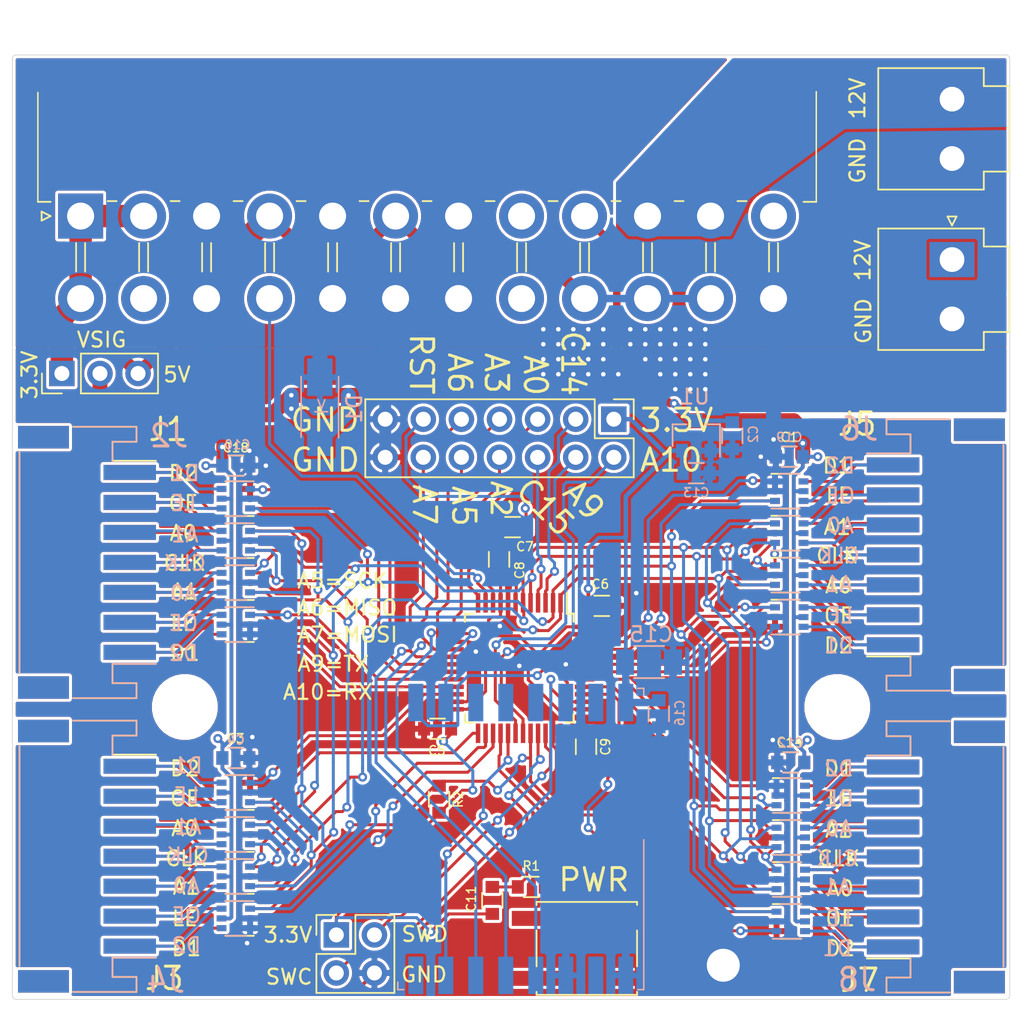
<source format=kicad_pcb>
(kicad_pcb (version 20171130) (host pcbnew "(5.1.2)-2")
  (layers (0 F.Cu signal) (31 B.Cu signal) (34 B.Paste user hide) (35 F.Paste user hide) (36 B.SilkS user) (37 F.SilkS user) (38 B.Mask user hide) (39 F.Mask user hide) (44 Edge.Cuts user))
  (net 0 "")
  (net 1 GND)
  (net 2 "Net-(J2-Pad1)")
  (net 3 "Net-(J2-Pad2)")
  (net 4 "Net-(J2-Pad3)")
  (net 5 "Net-(J2-Pad4)")
  (net 6 "Net-(J2-Pad5)")
  (net 7 "Net-(J2-Pad6)")
  (net 8 "Net-(J2-Pad7)")
  (net 9 "Net-(J3-Pad1)")
  (net 10 "Net-(J3-Pad2)")
  (net 11 "Net-(J3-Pad3)")
  (net 12 "Net-(J3-Pad4)")
  (net 13 "Net-(J3-Pad5)")
  (net 14 "Net-(J3-Pad6)")
  (net 15 "Net-(J3-Pad7)")
  (net 16 "Net-(J4-Pad1)")
  (net 17 "Net-(J4-Pad2)")
  (net 18 "Net-(J5-Pad1)")
  (net 19 "Net-(J5-Pad2)")
  (net 20 "Net-(J6-Pad1)")
  (net 21 "Net-(J6-Pad2)")
  (net 22 "Net-(J6-Pad3)")
  (net 23 "Net-(J6-Pad4)")
  (net 24 "Net-(J6-Pad5)")
  (net 25 "Net-(J6-Pad6)")
  (net 26 "Net-(J6-Pad7)")
  (net 27 "Net-(J7-Pad1)")
  (net 28 "Net-(J7-Pad2)")
  (net 29 "Net-(J7-Pad3)")
  (net 30 "Net-(J7-Pad4)")
  (net 31 "Net-(J7-Pad5)")
  (net 32 "Net-(J7-Pad6)")
  (net 33 "Net-(J7-Pad7)")
  (net 34 /DATA1_D1)
  (net 35 /DATA1_LE)
  (net 36 /DATA1_A1)
  (net 37 /DATA1_CLK)
  (net 38 /DATA1_A0)
  (net 39 /DATA1_OE)
  (net 40 /DATA1_D2)
  (net 41 "Net-(J4-Pad3)")
  (net 42 "Net-(J4-Pad4)")
  (net 43 "Net-(J4-Pad5)")
  (net 44 "Net-(J4-Pad6)")
  (net 45 "Net-(J4-Pad7)")
  (net 46 "Net-(J5-Pad3)")
  (net 47 "Net-(J5-Pad4)")
  (net 48 "Net-(J5-Pad5)")
  (net 49 "Net-(J5-Pad6)")
  (net 50 "Net-(J5-Pad7)")
  (net 51 "Net-(J8-Pad1)")
  (net 52 "Net-(J8-Pad2)")
  (net 53 "Net-(J8-Pad3)")
  (net 54 "Net-(J8-Pad4)")
  (net 55 "Net-(J8-Pad5)")
  (net 56 "Net-(J8-Pad6)")
  (net 57 "Net-(J8-Pad7)")
  (net 58 "Net-(J10-Pad8)")
  (net 59 "Net-(J10-Pad14)")
  (net 60 "Net-(J10-Pad20)")
  (net 61 /12V)
  (net 62 /3V3)
  (net 63 /RST)
  (net 64 /SCK)
  (net 65 /MISO)
  (net 66 /MOSI)
  (net 67 /SWD)
  (net 68 /SWC)
  (net 69 /PA0)
  (net 70 /PA2)
  (net 71 /PA3)
  (net 72 "Net-(U10-Pad15)")
  (net 73 /PA9)
  (net 74 /PA10)
  (net 75 /RFM_D0)
  (net 76 "Net-(U10-Pad10)")
  (net 77 "Net-(U10-Pad3)")
  (net 78 "Net-(U10-Pad4)")
  (net 79 "Net-(U10-Pad5)")
  (net 80 "Net-(U10-Pad6)")
  (net 81 "Net-(U10-Pad7)")
  (net 82 "Net-(U10-Pad16)")
  (net 83 /RFM_RST)
  (net 84 /VSIG)
  (net 85 /5V)
  (net 86 /C14)
  (net 87 /C15)
  (net 88 /OUT1_D1)
  (net 89 /OUT_LE)
  (net 90 /OUT_A1)
  (net 91 /OUT_CLK)
  (net 92 /OUT_OE)
  (net 93 /OUT_A0)
  (net 94 /OUT2_D1)
  (net 95 /OUT2_D2)
  (net 96 /OUT3_D1)
  (net 97 /OUT3_D2)
  (net 98 /OUT4_D1)
  (net 99 /OUT4_D2)
  (net 100 /OUT5_D1)
  (net 101 /OUT5_D2)
  (net 102 /OUT6_D1)
  (net 103 /OUT6_D2)
  (net 104 /OUT7_D1)
  (net 105 /OUT7_D2)
  (net 106 /OUT8_D1)
  (net 107 /OUT8_D2)
  (net 108 /OUT1_D2)
  (net 109 /5VSB)
  (net 110 /3V3SB)
  (net 111 /SW_ON)
  (net 112 /PWR_ON)
  (net 113 "Net-(R1-Pad1)")
  (net 114 "Net-(U5-Pad4)")
  (net 115 "Net-(U11-Pad4)")
  (net 116 "Net-(U15-Pad4)")
  (net 117 "Net-(U19-Pad4)")
  (net 118 "Net-(U23-Pad4)")
  (net 119 "Net-(U27-Pad4)")
  (net 120 "Net-(U31-Pad4)")
  (net 121 "Net-(U35-Pad4)")
  (net 122 "Net-(J10-Pad12)")
  (module UserLibrary:M2_srew_hole (layer F.Cu) (at 160.8 116.225)
    (fp_text reference REF** hide)
    (fp_text value "3.2mm hole" hide)
    (pad "" np_thru_hole circle (at 0 0) (size 2.2 2.2) (drill 2.2) (layers *.Cu *.Mask))
  )
  (module UserLibrary:R_0603_HandSoldering2 (layer F.Cu) (at 141.85 105.15 270)
    (fp_text reference R2 (at 0 -1.275 90) (layer F.SilkS) (effects (font (size 0.6 0.6) (thickness 0.1))))
    (fp_text value 10K hide)
    (pad 2 smd rect (at 0.9 0 270) (size 0.8 0.9) (layers F.Cu F.Paste F.Mask) (net 110 /3V3SB))
    (pad 1 smd rect (at -0.9 0 270) (size 0.8 0.9) (layers F.Cu F.Paste F.Mask) (net 92 /OUT_OE))
  )
  (module UserLibrary:DO_214AC (layer B.Cu) (at 133.9 79 90)
    (fp_text reference D1 (at -0.1 2.3 270) (layer B.SilkS) (effects (justify mirror)))
    (fp_text value "TVS(5V)" hide)
    (fp_text user > (at 0.2 0.05 270) (layer B.SilkS) (effects (font (size 0.8 0.8) (thickness 0.1)) (justify mirror)))
    (fp_text user | (at -0.3 0.05 270) (layer B.SilkS) (effects (font (size 0.6 0.6) (thickness 0.1)) (justify mirror)))
    (pad 2 smd rect (at 2 0 90) (size 2.5 1.7) (layers B.Cu B.Paste B.Mask) (net 1 GND))
    (pad 1 smd rect (at -2 0 90) (size 2.5 1.7) (layers B.Cu B.Paste B.Mask) (net 84 /VSIG))
  )
  (module UserLibrary:RFM69 (layer B.Cu) (at 147.3 107.8 90)
    (fp_text reference U10 hide)
    (fp_text value RFM69W hide)
    (pad 9 smd rect (at -9.1 7 90) (size 2.5 1) (layers B.Cu B.Paste B.Mask) (net 1 GND))
    (pad 10 smd rect (at -9.1 5 90) (size 2.5 1) (layers B.Cu B.Paste B.Mask) (net 76 "Net-(U10-Pad10)"))
    (pad 11 smd rect (at -9.1 3 90) (size 2.5 1) (layers B.Cu B.Paste B.Mask) (net 1 GND))
    (pad 12 smd rect (at -9.1 1 90) (size 2.5 1) (layers B.Cu B.Paste B.Mask) (net 64 /SCK))
    (pad 13 smd rect (at -9.1 -1 90) (size 2.5 1) (layers B.Cu B.Paste B.Mask) (net 65 /MISO))
    (pad 14 smd rect (at -9.1 -3 90) (size 2.5 1) (layers B.Cu B.Paste B.Mask) (net 66 /MOSI))
    (pad 15 smd rect (at -9.1 -5 90) (size 2.5 1) (layers B.Cu B.Paste B.Mask) (net 72 "Net-(U10-Pad15)"))
    (pad 16 smd rect (at -9.1 -7 90) (size 2.5 1) (layers B.Cu B.Paste B.Mask) (net 82 "Net-(U10-Pad16)"))
    (pad 1 smd rect (at 9.1 -7 90) (size 2.5 1) (layers B.Cu B.Paste B.Mask) (net 83 /RFM_RST))
    (pad 2 smd rect (at 9.1 -5 90) (size 2.5 1) (layers B.Cu B.Paste B.Mask) (net 75 /RFM_D0))
    (pad 3 smd rect (at 9.1 -3 90) (size 2.5 1) (layers B.Cu B.Paste B.Mask) (net 77 "Net-(U10-Pad3)"))
    (pad 4 smd rect (at 9.1 -1 90) (size 2.5 1) (layers B.Cu B.Paste B.Mask) (net 78 "Net-(U10-Pad4)"))
    (pad 5 smd rect (at 9.1 1 90) (size 2.5 1) (layers B.Cu B.Paste B.Mask) (net 79 "Net-(U10-Pad5)"))
    (pad 6 smd rect (at 9.1 3 90) (size 2.5 1) (layers B.Cu B.Paste B.Mask) (net 80 "Net-(U10-Pad6)"))
    (pad 7 smd rect (at 9.1 5 90) (size 2.5 1) (layers B.Cu B.Paste B.Mask) (net 81 "Net-(U10-Pad7)"))
    (pad 8 smd rect (at 9.1 7 90) (size 2.5 1) (layers B.Cu B.Paste B.Mask) (net 110 /3V3SB))
  )
  (module TO_SOT_Packages_SMD:SOT-23 (layer B.Cu) (at 159 80.9 90)
    (fp_text reference U1 (at 2.6 -0.1) (layer B.SilkS) (effects (justify mirror)))
    (fp_text value MCP1700-3302E)
    (pad 1 smd rect (at -1 0.95 90) (size 0.9 0.8) (layers B.Cu B.Paste B.Mask) (net 1 GND))
    (pad 2 smd rect (at -1 -0.95 90) (size 0.9 0.8) (layers B.Cu B.Paste B.Mask) (net 110 /3V3SB))
    (pad 3 smd rect (at 1 0 90) (size 0.9 0.8) (layers B.Cu B.Paste B.Mask) (net 109 /5VSB))
  )
  (module UserLibrary:M2_srew_hole (layer F.Cu) (at 124.9 99.025)
    (fp_text reference REF** hide)
    (fp_text value "3.2mm hole" hide)
    (pad "" np_thru_hole circle (at 0 0) (size 2.2 2.2) (drill 2.2) (layers *.Cu *.Mask))
  )
  (module UserLibrary:M2_srew_hole (layer F.Cu) (at 168.4 99.025)
    (fp_text reference REF** hide)
    (fp_text value "3.2mm hole" hide)
    (pad "" np_thru_hole circle (at 0 0) (size 2.2 2.2) (drill 2.2) (layers *.Cu *.Mask))
  )
  (module TO_SOT_Packages_SMD:SOT-363_SC-70-6 (layer B.Cu) (at 165.2 84.6)
    (fp_text reference U27 hide)
    (fp_text value 74LVC2G17GW)
    (pad 1 smd rect (at -0.95 0.65) (size 0.65 0.4) (layers B.Cu B.Paste B.Mask) (net 103 /OUT6_D2))
    (pad 3 smd rect (at -0.95 -0.65) (size 0.65 0.4) (layers B.Cu B.Paste B.Mask) (net 1 GND))
    (pad 5 smd rect (at 0.95 0) (size 0.65 0.4) (layers B.Cu B.Paste B.Mask) (net 84 /VSIG))
    (pad 2 smd rect (at -0.95 0) (size 0.65 0.4) (layers B.Cu B.Paste B.Mask) (net 1 GND))
    (pad 4 smd rect (at 0.95 -0.65) (size 0.65 0.4) (layers B.Cu B.Paste B.Mask) (net 119 "Net-(U27-Pad4)"))
    (pad 6 smd rect (at 0.95 0.65) (size 0.65 0.4) (layers B.Cu B.Paste B.Mask) (net 20 "Net-(J6-Pad1)"))
  )
  (module TO_SOT_Packages_SMD:SOT-363_SC-70-6 (layer B.Cu) (at 165.2 87.4)
    (fp_text reference U26 hide)
    (fp_text value 74LVC2G17GW)
    (pad 1 smd rect (at -0.95 0.65) (size 0.65 0.4) (layers B.Cu B.Paste B.Mask) (net 93 /OUT_A0))
    (pad 3 smd rect (at -0.95 -0.65) (size 0.65 0.4) (layers B.Cu B.Paste B.Mask) (net 92 /OUT_OE))
    (pad 5 smd rect (at 0.95 0) (size 0.65 0.4) (layers B.Cu B.Paste B.Mask) (net 84 /VSIG))
    (pad 2 smd rect (at -0.95 0) (size 0.65 0.4) (layers B.Cu B.Paste B.Mask) (net 1 GND))
    (pad 4 smd rect (at 0.95 -0.65) (size 0.65 0.4) (layers B.Cu B.Paste B.Mask) (net 21 "Net-(J6-Pad2)"))
    (pad 6 smd rect (at 0.95 0.65) (size 0.65 0.4) (layers B.Cu B.Paste B.Mask) (net 22 "Net-(J6-Pad3)"))
  )
  (module TO_SOT_Packages_SMD:SOT-363_SC-70-6 (layer B.Cu) (at 165.2 90.2)
    (fp_text reference U25 hide)
    (fp_text value 74LVC2G17GW)
    (pad 1 smd rect (at -0.95 0.65) (size 0.65 0.4) (layers B.Cu B.Paste B.Mask) (net 90 /OUT_A1))
    (pad 3 smd rect (at -0.95 -0.65) (size 0.65 0.4) (layers B.Cu B.Paste B.Mask) (net 91 /OUT_CLK))
    (pad 5 smd rect (at 0.95 0) (size 0.65 0.4) (layers B.Cu B.Paste B.Mask) (net 84 /VSIG))
    (pad 2 smd rect (at -0.95 0) (size 0.65 0.4) (layers B.Cu B.Paste B.Mask) (net 1 GND))
    (pad 4 smd rect (at 0.95 -0.65) (size 0.65 0.4) (layers B.Cu B.Paste B.Mask) (net 23 "Net-(J6-Pad4)"))
    (pad 6 smd rect (at 0.95 0.65) (size 0.65 0.4) (layers B.Cu B.Paste B.Mask) (net 24 "Net-(J6-Pad5)"))
  )
  (module TO_SOT_Packages_SMD:SOT-363_SC-70-6 (layer B.Cu) (at 165.2 93)
    (fp_text reference U24 hide)
    (fp_text value 74LVC2G17GW)
    (pad 1 smd rect (at -0.95 0.65) (size 0.65 0.4) (layers B.Cu B.Paste B.Mask) (net 102 /OUT6_D1))
    (pad 3 smd rect (at -0.95 -0.65) (size 0.65 0.4) (layers B.Cu B.Paste B.Mask) (net 89 /OUT_LE))
    (pad 5 smd rect (at 0.95 0) (size 0.65 0.4) (layers B.Cu B.Paste B.Mask) (net 84 /VSIG))
    (pad 2 smd rect (at -0.95 0) (size 0.65 0.4) (layers B.Cu B.Paste B.Mask) (net 1 GND))
    (pad 4 smd rect (at 0.95 -0.65) (size 0.65 0.4) (layers B.Cu B.Paste B.Mask) (net 25 "Net-(J6-Pad6)"))
    (pad 6 smd rect (at 0.95 0.65) (size 0.65 0.4) (layers B.Cu B.Paste B.Mask) (net 26 "Net-(J6-Pad7)"))
  )
  (module TO_SOT_Packages_SMD:SOT-363_SC-70-6 (layer F.Cu) (at 165.2 93)
    (fp_text reference U31 hide)
    (fp_text value 74LVC2G17GW)
    (pad 1 smd rect (at -0.95 -0.65) (size 0.65 0.4) (layers F.Cu F.Paste F.Mask) (net 101 /OUT5_D2))
    (pad 3 smd rect (at -0.95 0.65) (size 0.65 0.4) (layers F.Cu F.Paste F.Mask) (net 1 GND))
    (pad 5 smd rect (at 0.95 0) (size 0.65 0.4) (layers F.Cu F.Paste F.Mask) (net 84 /VSIG))
    (pad 2 smd rect (at -0.95 0) (size 0.65 0.4) (layers F.Cu F.Paste F.Mask) (net 1 GND))
    (pad 4 smd rect (at 0.95 0.65) (size 0.65 0.4) (layers F.Cu F.Paste F.Mask) (net 120 "Net-(U31-Pad4)"))
    (pad 6 smd rect (at 0.95 -0.65) (size 0.65 0.4) (layers F.Cu F.Paste F.Mask) (net 18 "Net-(J5-Pad1)"))
  )
  (module TO_SOT_Packages_SMD:SOT-363_SC-70-6 (layer F.Cu) (at 165.2 90.2)
    (fp_text reference U30 hide)
    (fp_text value 74LVC2G17GW)
    (pad 1 smd rect (at -0.95 -0.65) (size 0.65 0.4) (layers F.Cu F.Paste F.Mask) (net 93 /OUT_A0))
    (pad 3 smd rect (at -0.95 0.65) (size 0.65 0.4) (layers F.Cu F.Paste F.Mask) (net 92 /OUT_OE))
    (pad 5 smd rect (at 0.95 0) (size 0.65 0.4) (layers F.Cu F.Paste F.Mask) (net 84 /VSIG))
    (pad 2 smd rect (at -0.95 0) (size 0.65 0.4) (layers F.Cu F.Paste F.Mask) (net 1 GND))
    (pad 4 smd rect (at 0.95 0.65) (size 0.65 0.4) (layers F.Cu F.Paste F.Mask) (net 19 "Net-(J5-Pad2)"))
    (pad 6 smd rect (at 0.95 -0.65) (size 0.65 0.4) (layers F.Cu F.Paste F.Mask) (net 46 "Net-(J5-Pad3)"))
  )
  (module TO_SOT_Packages_SMD:SOT-363_SC-70-6 (layer F.Cu) (at 165.2 87.4)
    (fp_text reference U29 hide)
    (fp_text value 74LVC2G17GW)
    (pad 1 smd rect (at -0.95 -0.65) (size 0.65 0.4) (layers F.Cu F.Paste F.Mask) (net 90 /OUT_A1))
    (pad 3 smd rect (at -0.95 0.65) (size 0.65 0.4) (layers F.Cu F.Paste F.Mask) (net 91 /OUT_CLK))
    (pad 5 smd rect (at 0.95 0) (size 0.65 0.4) (layers F.Cu F.Paste F.Mask) (net 84 /VSIG))
    (pad 2 smd rect (at -0.95 0) (size 0.65 0.4) (layers F.Cu F.Paste F.Mask) (net 1 GND))
    (pad 4 smd rect (at 0.95 0.65) (size 0.65 0.4) (layers F.Cu F.Paste F.Mask) (net 47 "Net-(J5-Pad4)"))
    (pad 6 smd rect (at 0.95 -0.65) (size 0.65 0.4) (layers F.Cu F.Paste F.Mask) (net 48 "Net-(J5-Pad5)"))
  )
  (module TO_SOT_Packages_SMD:SOT-363_SC-70-6 (layer F.Cu) (at 165.2 84.6)
    (fp_text reference U28 hide)
    (fp_text value 74LVC2G17GW)
    (pad 1 smd rect (at -0.95 -0.65) (size 0.65 0.4) (layers F.Cu F.Paste F.Mask) (net 100 /OUT5_D1))
    (pad 3 smd rect (at -0.95 0.65) (size 0.65 0.4) (layers F.Cu F.Paste F.Mask) (net 89 /OUT_LE))
    (pad 5 smd rect (at 0.95 0) (size 0.65 0.4) (layers F.Cu F.Paste F.Mask) (net 84 /VSIG))
    (pad 2 smd rect (at -0.95 0) (size 0.65 0.4) (layers F.Cu F.Paste F.Mask) (net 1 GND))
    (pad 4 smd rect (at 0.95 0.65) (size 0.65 0.4) (layers F.Cu F.Paste F.Mask) (net 49 "Net-(J5-Pad6)"))
    (pad 6 smd rect (at 0.95 -0.65) (size 0.65 0.4) (layers F.Cu F.Paste F.Mask) (net 50 "Net-(J5-Pad7)"))
  )
  (module TO_SOT_Packages_SMD:SOT-363_SC-70-6 (layer F.Cu) (at 165.3 113.3)
    (fp_text reference U23 hide)
    (fp_text value 74LVC2G17GW)
    (pad 1 smd rect (at -0.95 -0.65) (size 0.65 0.4) (layers F.Cu F.Paste F.Mask) (net 105 /OUT7_D2))
    (pad 3 smd rect (at -0.95 0.65) (size 0.65 0.4) (layers F.Cu F.Paste F.Mask) (net 1 GND))
    (pad 5 smd rect (at 0.95 0) (size 0.65 0.4) (layers F.Cu F.Paste F.Mask) (net 84 /VSIG))
    (pad 2 smd rect (at -0.95 0) (size 0.65 0.4) (layers F.Cu F.Paste F.Mask) (net 1 GND))
    (pad 4 smd rect (at 0.95 0.65) (size 0.65 0.4) (layers F.Cu F.Paste F.Mask) (net 118 "Net-(U23-Pad4)"))
    (pad 6 smd rect (at 0.95 -0.65) (size 0.65 0.4) (layers F.Cu F.Paste F.Mask) (net 27 "Net-(J7-Pad1)"))
  )
  (module TO_SOT_Packages_SMD:SOT-363_SC-70-6 (layer F.Cu) (at 165.3 110.5)
    (fp_text reference U22 hide)
    (fp_text value 74LVC2G17GW)
    (pad 1 smd rect (at -0.95 -0.65) (size 0.65 0.4) (layers F.Cu F.Paste F.Mask) (net 93 /OUT_A0))
    (pad 3 smd rect (at -0.95 0.65) (size 0.65 0.4) (layers F.Cu F.Paste F.Mask) (net 92 /OUT_OE))
    (pad 5 smd rect (at 0.95 0) (size 0.65 0.4) (layers F.Cu F.Paste F.Mask) (net 84 /VSIG))
    (pad 2 smd rect (at -0.95 0) (size 0.65 0.4) (layers F.Cu F.Paste F.Mask) (net 1 GND))
    (pad 4 smd rect (at 0.95 0.65) (size 0.65 0.4) (layers F.Cu F.Paste F.Mask) (net 28 "Net-(J7-Pad2)"))
    (pad 6 smd rect (at 0.95 -0.65) (size 0.65 0.4) (layers F.Cu F.Paste F.Mask) (net 29 "Net-(J7-Pad3)"))
  )
  (module TO_SOT_Packages_SMD:SOT-363_SC-70-6 (layer F.Cu) (at 165.3 107.7)
    (fp_text reference U21 hide)
    (fp_text value 74LVC2G17GW)
    (pad 1 smd rect (at -0.95 -0.65) (size 0.65 0.4) (layers F.Cu F.Paste F.Mask) (net 90 /OUT_A1))
    (pad 3 smd rect (at -0.95 0.65) (size 0.65 0.4) (layers F.Cu F.Paste F.Mask) (net 91 /OUT_CLK))
    (pad 5 smd rect (at 0.95 0) (size 0.65 0.4) (layers F.Cu F.Paste F.Mask) (net 84 /VSIG))
    (pad 2 smd rect (at -0.95 0) (size 0.65 0.4) (layers F.Cu F.Paste F.Mask) (net 1 GND))
    (pad 4 smd rect (at 0.95 0.65) (size 0.65 0.4) (layers F.Cu F.Paste F.Mask) (net 30 "Net-(J7-Pad4)"))
    (pad 6 smd rect (at 0.95 -0.65) (size 0.65 0.4) (layers F.Cu F.Paste F.Mask) (net 31 "Net-(J7-Pad5)"))
  )
  (module TO_SOT_Packages_SMD:SOT-363_SC-70-6 (layer F.Cu) (at 165.3 104.9)
    (fp_text reference U20 hide)
    (fp_text value 74LVC2G17GW)
    (pad 1 smd rect (at -0.95 -0.65) (size 0.65 0.4) (layers F.Cu F.Paste F.Mask) (net 104 /OUT7_D1))
    (pad 3 smd rect (at -0.95 0.65) (size 0.65 0.4) (layers F.Cu F.Paste F.Mask) (net 89 /OUT_LE))
    (pad 5 smd rect (at 0.95 0) (size 0.65 0.4) (layers F.Cu F.Paste F.Mask) (net 84 /VSIG))
    (pad 2 smd rect (at -0.95 0) (size 0.65 0.4) (layers F.Cu F.Paste F.Mask) (net 1 GND))
    (pad 4 smd rect (at 0.95 0.65) (size 0.65 0.4) (layers F.Cu F.Paste F.Mask) (net 32 "Net-(J7-Pad6)"))
    (pad 6 smd rect (at 0.95 -0.65) (size 0.65 0.4) (layers F.Cu F.Paste F.Mask) (net 33 "Net-(J7-Pad7)"))
  )
  (module TO_SOT_Packages_SMD:SOT-363_SC-70-6 (layer B.Cu) (at 165.3 104.9)
    (fp_text reference U35 hide)
    (fp_text value 74LVC2G17GW)
    (pad 1 smd rect (at -0.95 0.65) (size 0.65 0.4) (layers B.Cu B.Paste B.Mask) (net 107 /OUT8_D2))
    (pad 3 smd rect (at -0.95 -0.65) (size 0.65 0.4) (layers B.Cu B.Paste B.Mask) (net 1 GND))
    (pad 5 smd rect (at 0.95 0) (size 0.65 0.4) (layers B.Cu B.Paste B.Mask) (net 84 /VSIG))
    (pad 2 smd rect (at -0.95 0) (size 0.65 0.4) (layers B.Cu B.Paste B.Mask) (net 1 GND))
    (pad 4 smd rect (at 0.95 -0.65) (size 0.65 0.4) (layers B.Cu B.Paste B.Mask) (net 121 "Net-(U35-Pad4)"))
    (pad 6 smd rect (at 0.95 0.65) (size 0.65 0.4) (layers B.Cu B.Paste B.Mask) (net 51 "Net-(J8-Pad1)"))
  )
  (module TO_SOT_Packages_SMD:SOT-363_SC-70-6 (layer B.Cu) (at 165.3 107.7)
    (fp_text reference U34 hide)
    (fp_text value 74LVC2G17GW)
    (pad 1 smd rect (at -0.95 0.65) (size 0.65 0.4) (layers B.Cu B.Paste B.Mask) (net 93 /OUT_A0))
    (pad 3 smd rect (at -0.95 -0.65) (size 0.65 0.4) (layers B.Cu B.Paste B.Mask) (net 92 /OUT_OE))
    (pad 5 smd rect (at 0.95 0) (size 0.65 0.4) (layers B.Cu B.Paste B.Mask) (net 84 /VSIG))
    (pad 2 smd rect (at -0.95 0) (size 0.65 0.4) (layers B.Cu B.Paste B.Mask) (net 1 GND))
    (pad 4 smd rect (at 0.95 -0.65) (size 0.65 0.4) (layers B.Cu B.Paste B.Mask) (net 52 "Net-(J8-Pad2)"))
    (pad 6 smd rect (at 0.95 0.65) (size 0.65 0.4) (layers B.Cu B.Paste B.Mask) (net 53 "Net-(J8-Pad3)"))
  )
  (module TO_SOT_Packages_SMD:SOT-363_SC-70-6 (layer B.Cu) (at 165.3 110.5)
    (fp_text reference U33 hide)
    (fp_text value 74LVC2G17GW)
    (pad 1 smd rect (at -0.95 0.65) (size 0.65 0.4) (layers B.Cu B.Paste B.Mask) (net 90 /OUT_A1))
    (pad 3 smd rect (at -0.95 -0.65) (size 0.65 0.4) (layers B.Cu B.Paste B.Mask) (net 91 /OUT_CLK))
    (pad 5 smd rect (at 0.95 0) (size 0.65 0.4) (layers B.Cu B.Paste B.Mask) (net 84 /VSIG))
    (pad 2 smd rect (at -0.95 0) (size 0.65 0.4) (layers B.Cu B.Paste B.Mask) (net 1 GND))
    (pad 4 smd rect (at 0.95 -0.65) (size 0.65 0.4) (layers B.Cu B.Paste B.Mask) (net 54 "Net-(J8-Pad4)"))
    (pad 6 smd rect (at 0.95 0.65) (size 0.65 0.4) (layers B.Cu B.Paste B.Mask) (net 55 "Net-(J8-Pad5)"))
  )
  (module TO_SOT_Packages_SMD:SOT-363_SC-70-6 (layer B.Cu) (at 165.3 113.3)
    (fp_text reference U32 hide)
    (fp_text value 74LVC2G17GW)
    (pad 1 smd rect (at -0.95 0.65) (size 0.65 0.4) (layers B.Cu B.Paste B.Mask) (net 106 /OUT8_D1))
    (pad 3 smd rect (at -0.95 -0.65) (size 0.65 0.4) (layers B.Cu B.Paste B.Mask) (net 89 /OUT_LE))
    (pad 5 smd rect (at 0.95 0) (size 0.65 0.4) (layers B.Cu B.Paste B.Mask) (net 84 /VSIG))
    (pad 2 smd rect (at -0.95 0) (size 0.65 0.4) (layers B.Cu B.Paste B.Mask) (net 1 GND))
    (pad 4 smd rect (at 0.95 -0.65) (size 0.65 0.4) (layers B.Cu B.Paste B.Mask) (net 56 "Net-(J8-Pad6)"))
    (pad 6 smd rect (at 0.95 0.65) (size 0.65 0.4) (layers B.Cu B.Paste B.Mask) (net 57 "Net-(J8-Pad7)"))
  )
  (module Buttons_Switches_SMD:SW_SPST_EVQQ2 (layer F.Cu) (at 151.7 115.1 180)
    (fp_text reference SW1 hide)
    (fp_text value SW_Push)
    (pad 1 smd rect (at 3.4 -2 180) (size 3.2 1) (layers F.Cu F.Paste F.Mask) (net 1 GND))
    (pad 1 smd rect (at -3.4 -2 180) (size 3.2 1) (layers F.Cu F.Paste F.Mask) (net 1 GND))
    (pad 2 smd rect (at -3.4 2 180) (size 3.2 1) (layers F.Cu F.Paste F.Mask) (net 113 "Net-(R1-Pad1)"))
    (pad 2 smd rect (at 3.4 2 180) (size 3.2 1) (layers F.Cu F.Paste F.Mask) (net 113 "Net-(R1-Pad1)"))
  )
  (module UserLibrary:R_0603_HandSoldering2 (layer F.Cu) (at 148 111 180)
    (fp_text reference R1 (at 0 1.4) (layer F.SilkS) (effects (font (size 0.6 0.6) (thickness 0.1))))
    (fp_text value 1K hide)
    (pad 2 smd rect (at 0.9 0 180) (size 0.8 0.9) (layers F.Cu F.Paste F.Mask) (net 111 /SW_ON))
    (pad 1 smd rect (at -0.9 0 180) (size 0.8 0.9) (layers F.Cu F.Paste F.Mask) (net 113 "Net-(R1-Pad1)"))
  )
  (module TO_SOT_Packages_SMD:SOT-363_SC-70-6 (layer F.Cu) (at 128.3 93.5 180)
    (fp_text reference U2 hide)
    (fp_text value 74LVC2G17GW)
    (pad 1 smd rect (at -0.95 -0.65 180) (size 0.65 0.4) (layers F.Cu F.Paste F.Mask) (net 88 /OUT1_D1))
    (pad 3 smd rect (at -0.95 0.65 180) (size 0.65 0.4) (layers F.Cu F.Paste F.Mask) (net 89 /OUT_LE))
    (pad 5 smd rect (at 0.95 0 180) (size 0.65 0.4) (layers F.Cu F.Paste F.Mask) (net 84 /VSIG))
    (pad 2 smd rect (at -0.95 0 180) (size 0.65 0.4) (layers F.Cu F.Paste F.Mask) (net 1 GND))
    (pad 4 smd rect (at 0.95 0.65 180) (size 0.65 0.4) (layers F.Cu F.Paste F.Mask) (net 35 /DATA1_LE))
    (pad 6 smd rect (at 0.95 -0.65 180) (size 0.65 0.4) (layers F.Cu F.Paste F.Mask) (net 34 /DATA1_D1))
  )
  (module TO_SOT_Packages_SMD:SOT-363_SC-70-6 (layer B.Cu) (at 128.3 113.1 180)
    (fp_text reference U19 hide)
    (fp_text value 74LVC2G17GW)
    (pad 1 smd rect (at -0.95 0.65 180) (size 0.65 0.4) (layers B.Cu B.Paste B.Mask) (net 99 /OUT4_D2))
    (pad 3 smd rect (at -0.95 -0.65 180) (size 0.65 0.4) (layers B.Cu B.Paste B.Mask) (net 1 GND))
    (pad 5 smd rect (at 0.95 0 180) (size 0.65 0.4) (layers B.Cu B.Paste B.Mask) (net 84 /VSIG))
    (pad 2 smd rect (at -0.95 0 180) (size 0.65 0.4) (layers B.Cu B.Paste B.Mask) (net 1 GND))
    (pad 4 smd rect (at 0.95 -0.65 180) (size 0.65 0.4) (layers B.Cu B.Paste B.Mask) (net 117 "Net-(U19-Pad4)"))
    (pad 6 smd rect (at 0.95 0.65 180) (size 0.65 0.4) (layers B.Cu B.Paste B.Mask) (net 16 "Net-(J4-Pad1)"))
  )
  (module TO_SOT_Packages_SMD:SOT-363_SC-70-6 (layer F.Cu) (at 128.3 110.3 180)
    (fp_text reference U13 hide)
    (fp_text value 74LVC2G17GW)
    (pad 1 smd rect (at -0.95 -0.65 180) (size 0.65 0.4) (layers F.Cu F.Paste F.Mask) (net 90 /OUT_A1))
    (pad 3 smd rect (at -0.95 0.65 180) (size 0.65 0.4) (layers F.Cu F.Paste F.Mask) (net 91 /OUT_CLK))
    (pad 5 smd rect (at 0.95 0 180) (size 0.65 0.4) (layers F.Cu F.Paste F.Mask) (net 84 /VSIG))
    (pad 2 smd rect (at -0.95 0 180) (size 0.65 0.4) (layers F.Cu F.Paste F.Mask) (net 1 GND))
    (pad 4 smd rect (at 0.95 0.65 180) (size 0.65 0.4) (layers F.Cu F.Paste F.Mask) (net 12 "Net-(J3-Pad4)"))
    (pad 6 smd rect (at 0.95 -0.65 180) (size 0.65 0.4) (layers F.Cu F.Paste F.Mask) (net 13 "Net-(J3-Pad5)"))
  )
  (module TO_SOT_Packages_SMD:SOT-363_SC-70-6 (layer F.Cu) (at 128.3 104.7 180)
    (fp_text reference U15 hide)
    (fp_text value 74LVC2G17GW)
    (pad 1 smd rect (at -0.95 -0.65 180) (size 0.65 0.4) (layers F.Cu F.Paste F.Mask) (net 97 /OUT3_D2))
    (pad 3 smd rect (at -0.95 0.65 180) (size 0.65 0.4) (layers F.Cu F.Paste F.Mask) (net 1 GND))
    (pad 5 smd rect (at 0.95 0 180) (size 0.65 0.4) (layers F.Cu F.Paste F.Mask) (net 84 /VSIG))
    (pad 2 smd rect (at -0.95 0 180) (size 0.65 0.4) (layers F.Cu F.Paste F.Mask) (net 1 GND))
    (pad 4 smd rect (at 0.95 0.65 180) (size 0.65 0.4) (layers F.Cu F.Paste F.Mask) (net 116 "Net-(U15-Pad4)"))
    (pad 6 smd rect (at 0.95 -0.65 180) (size 0.65 0.4) (layers F.Cu F.Paste F.Mask) (net 9 "Net-(J3-Pad1)"))
  )
  (module TO_SOT_Packages_SMD:SOT-363_SC-70-6 (layer B.Cu) (at 128.3 90.7 180)
    (fp_text reference U8 hide)
    (fp_text value 74LVC2G17GW)
    (pad 1 smd rect (at -0.95 0.65 180) (size 0.65 0.4) (layers B.Cu B.Paste B.Mask) (net 93 /OUT_A0))
    (pad 3 smd rect (at -0.95 -0.65 180) (size 0.65 0.4) (layers B.Cu B.Paste B.Mask) (net 92 /OUT_OE))
    (pad 5 smd rect (at 0.95 0 180) (size 0.65 0.4) (layers B.Cu B.Paste B.Mask) (net 84 /VSIG))
    (pad 2 smd rect (at -0.95 0 180) (size 0.65 0.4) (layers B.Cu B.Paste B.Mask) (net 1 GND))
    (pad 4 smd rect (at 0.95 -0.65 180) (size 0.65 0.4) (layers B.Cu B.Paste B.Mask) (net 3 "Net-(J2-Pad2)"))
    (pad 6 smd rect (at 0.95 0.65 180) (size 0.65 0.4) (layers B.Cu B.Paste B.Mask) (net 4 "Net-(J2-Pad3)"))
  )
  (module TO_SOT_Packages_SMD:SOT-363_SC-70-6 (layer B.Cu) (at 128.3 110.3 180)
    (fp_text reference U18 hide)
    (fp_text value 74LVC2G17GW)
    (pad 1 smd rect (at -0.95 0.65 180) (size 0.65 0.4) (layers B.Cu B.Paste B.Mask) (net 93 /OUT_A0))
    (pad 3 smd rect (at -0.95 -0.65 180) (size 0.65 0.4) (layers B.Cu B.Paste B.Mask) (net 92 /OUT_OE))
    (pad 5 smd rect (at 0.95 0 180) (size 0.65 0.4) (layers B.Cu B.Paste B.Mask) (net 84 /VSIG))
    (pad 2 smd rect (at -0.95 0 180) (size 0.65 0.4) (layers B.Cu B.Paste B.Mask) (net 1 GND))
    (pad 4 smd rect (at 0.95 -0.65 180) (size 0.65 0.4) (layers B.Cu B.Paste B.Mask) (net 17 "Net-(J4-Pad2)"))
    (pad 6 smd rect (at 0.95 0.65 180) (size 0.65 0.4) (layers B.Cu B.Paste B.Mask) (net 41 "Net-(J4-Pad3)"))
  )
  (module TO_SOT_Packages_SMD:SOT-363_SC-70-6 (layer B.Cu) (at 128.3 93.5 180)
    (fp_text reference U11 hide)
    (fp_text value 74LVC2G17GW)
    (pad 1 smd rect (at -0.95 0.65 180) (size 0.65 0.4) (layers B.Cu B.Paste B.Mask) (net 95 /OUT2_D2))
    (pad 3 smd rect (at -0.95 -0.65 180) (size 0.65 0.4) (layers B.Cu B.Paste B.Mask) (net 1 GND))
    (pad 5 smd rect (at 0.95 0 180) (size 0.65 0.4) (layers B.Cu B.Paste B.Mask) (net 84 /VSIG))
    (pad 2 smd rect (at -0.95 0 180) (size 0.65 0.4) (layers B.Cu B.Paste B.Mask) (net 1 GND))
    (pad 4 smd rect (at 0.95 -0.65 180) (size 0.65 0.4) (layers B.Cu B.Paste B.Mask) (net 115 "Net-(U11-Pad4)"))
    (pad 6 smd rect (at 0.95 0.65 180) (size 0.65 0.4) (layers B.Cu B.Paste B.Mask) (net 2 "Net-(J2-Pad1)"))
  )
  (module TO_SOT_Packages_SMD:SOT-363_SC-70-6 (layer F.Cu) (at 128.3 113.1 180)
    (fp_text reference U12 hide)
    (fp_text value 74LVC2G17GW)
    (pad 1 smd rect (at -0.95 -0.65 180) (size 0.65 0.4) (layers F.Cu F.Paste F.Mask) (net 96 /OUT3_D1))
    (pad 3 smd rect (at -0.95 0.65 180) (size 0.65 0.4) (layers F.Cu F.Paste F.Mask) (net 89 /OUT_LE))
    (pad 5 smd rect (at 0.95 0 180) (size 0.65 0.4) (layers F.Cu F.Paste F.Mask) (net 84 /VSIG))
    (pad 2 smd rect (at -0.95 0 180) (size 0.65 0.4) (layers F.Cu F.Paste F.Mask) (net 1 GND))
    (pad 4 smd rect (at 0.95 0.65 180) (size 0.65 0.4) (layers F.Cu F.Paste F.Mask) (net 14 "Net-(J3-Pad6)"))
    (pad 6 smd rect (at 0.95 -0.65 180) (size 0.65 0.4) (layers F.Cu F.Paste F.Mask) (net 15 "Net-(J3-Pad7)"))
  )
  (module TO_SOT_Packages_SMD:SOT-363_SC-70-6 (layer F.Cu) (at 128.3 90.7 180)
    (fp_text reference U3 hide)
    (fp_text value 74LVC2G17GW)
    (pad 1 smd rect (at -0.95 -0.65 180) (size 0.65 0.4) (layers F.Cu F.Paste F.Mask) (net 90 /OUT_A1))
    (pad 3 smd rect (at -0.95 0.65 180) (size 0.65 0.4) (layers F.Cu F.Paste F.Mask) (net 91 /OUT_CLK))
    (pad 5 smd rect (at 0.95 0 180) (size 0.65 0.4) (layers F.Cu F.Paste F.Mask) (net 84 /VSIG))
    (pad 2 smd rect (at -0.95 0 180) (size 0.65 0.4) (layers F.Cu F.Paste F.Mask) (net 1 GND))
    (pad 4 smd rect (at 0.95 0.65 180) (size 0.65 0.4) (layers F.Cu F.Paste F.Mask) (net 37 /DATA1_CLK))
    (pad 6 smd rect (at 0.95 -0.65 180) (size 0.65 0.4) (layers F.Cu F.Paste F.Mask) (net 36 /DATA1_A1))
  )
  (module TO_SOT_Packages_SMD:SOT-363_SC-70-6 (layer B.Cu) (at 128.3 87.9 180)
    (fp_text reference U7 hide)
    (fp_text value 74LVC2G17GW)
    (pad 1 smd rect (at -0.95 0.65 180) (size 0.65 0.4) (layers B.Cu B.Paste B.Mask) (net 90 /OUT_A1))
    (pad 3 smd rect (at -0.95 -0.65 180) (size 0.65 0.4) (layers B.Cu B.Paste B.Mask) (net 91 /OUT_CLK))
    (pad 5 smd rect (at 0.95 0 180) (size 0.65 0.4) (layers B.Cu B.Paste B.Mask) (net 84 /VSIG))
    (pad 2 smd rect (at -0.95 0 180) (size 0.65 0.4) (layers B.Cu B.Paste B.Mask) (net 1 GND))
    (pad 4 smd rect (at 0.95 -0.65 180) (size 0.65 0.4) (layers B.Cu B.Paste B.Mask) (net 5 "Net-(J2-Pad4)"))
    (pad 6 smd rect (at 0.95 0.65 180) (size 0.65 0.4) (layers B.Cu B.Paste B.Mask) (net 6 "Net-(J2-Pad5)"))
  )
  (module TO_SOT_Packages_SMD:SOT-363_SC-70-6 (layer F.Cu) (at 128.3 85.1 180)
    (fp_text reference U5 hide)
    (fp_text value 74LVC2G17GW)
    (pad 1 smd rect (at -0.95 -0.65 180) (size 0.65 0.4) (layers F.Cu F.Paste F.Mask) (net 108 /OUT1_D2))
    (pad 3 smd rect (at -0.95 0.65 180) (size 0.65 0.4) (layers F.Cu F.Paste F.Mask) (net 1 GND))
    (pad 5 smd rect (at 0.95 0 180) (size 0.65 0.4) (layers F.Cu F.Paste F.Mask) (net 84 /VSIG))
    (pad 2 smd rect (at -0.95 0 180) (size 0.65 0.4) (layers F.Cu F.Paste F.Mask) (net 1 GND))
    (pad 4 smd rect (at 0.95 0.65 180) (size 0.65 0.4) (layers F.Cu F.Paste F.Mask) (net 114 "Net-(U5-Pad4)"))
    (pad 6 smd rect (at 0.95 -0.65 180) (size 0.65 0.4) (layers F.Cu F.Paste F.Mask) (net 40 /DATA1_D2))
  )
  (module TO_SOT_Packages_SMD:SOT-363_SC-70-6 (layer F.Cu) (at 128.3 107.5 180)
    (fp_text reference U14 hide)
    (fp_text value 74LVC2G17GW)
    (pad 1 smd rect (at -0.95 -0.65 180) (size 0.65 0.4) (layers F.Cu F.Paste F.Mask) (net 93 /OUT_A0))
    (pad 3 smd rect (at -0.95 0.65 180) (size 0.65 0.4) (layers F.Cu F.Paste F.Mask) (net 92 /OUT_OE))
    (pad 5 smd rect (at 0.95 0 180) (size 0.65 0.4) (layers F.Cu F.Paste F.Mask) (net 84 /VSIG))
    (pad 2 smd rect (at -0.95 0 180) (size 0.65 0.4) (layers F.Cu F.Paste F.Mask) (net 1 GND))
    (pad 4 smd rect (at 0.95 0.65 180) (size 0.65 0.4) (layers F.Cu F.Paste F.Mask) (net 10 "Net-(J3-Pad2)"))
    (pad 6 smd rect (at 0.95 -0.65 180) (size 0.65 0.4) (layers F.Cu F.Paste F.Mask) (net 11 "Net-(J3-Pad3)"))
  )
  (module TO_SOT_Packages_SMD:SOT-363_SC-70-6 (layer B.Cu) (at 128.3 104.7 180)
    (fp_text reference U16 hide)
    (fp_text value 74LVC2G17GW)
    (pad 1 smd rect (at -0.95 0.65 180) (size 0.65 0.4) (layers B.Cu B.Paste B.Mask) (net 98 /OUT4_D1))
    (pad 3 smd rect (at -0.95 -0.65 180) (size 0.65 0.4) (layers B.Cu B.Paste B.Mask) (net 89 /OUT_LE))
    (pad 5 smd rect (at 0.95 0 180) (size 0.65 0.4) (layers B.Cu B.Paste B.Mask) (net 84 /VSIG))
    (pad 2 smd rect (at -0.95 0 180) (size 0.65 0.4) (layers B.Cu B.Paste B.Mask) (net 1 GND))
    (pad 4 smd rect (at 0.95 -0.65 180) (size 0.65 0.4) (layers B.Cu B.Paste B.Mask) (net 44 "Net-(J4-Pad6)"))
    (pad 6 smd rect (at 0.95 0.65 180) (size 0.65 0.4) (layers B.Cu B.Paste B.Mask) (net 45 "Net-(J4-Pad7)"))
  )
  (module TO_SOT_Packages_SMD:SOT-363_SC-70-6 (layer B.Cu) (at 128.3 107.5 180)
    (fp_text reference U17 hide)
    (fp_text value 74LVC2G17GW)
    (pad 1 smd rect (at -0.95 0.65 180) (size 0.65 0.4) (layers B.Cu B.Paste B.Mask) (net 90 /OUT_A1))
    (pad 3 smd rect (at -0.95 -0.65 180) (size 0.65 0.4) (layers B.Cu B.Paste B.Mask) (net 91 /OUT_CLK))
    (pad 5 smd rect (at 0.95 0 180) (size 0.65 0.4) (layers B.Cu B.Paste B.Mask) (net 84 /VSIG))
    (pad 2 smd rect (at -0.95 0 180) (size 0.65 0.4) (layers B.Cu B.Paste B.Mask) (net 1 GND))
    (pad 4 smd rect (at 0.95 -0.65 180) (size 0.65 0.4) (layers B.Cu B.Paste B.Mask) (net 42 "Net-(J4-Pad4)"))
    (pad 6 smd rect (at 0.95 0.65 180) (size 0.65 0.4) (layers B.Cu B.Paste B.Mask) (net 43 "Net-(J4-Pad5)"))
  )
  (module TO_SOT_Packages_SMD:SOT-363_SC-70-6 (layer F.Cu) (at 128.3 87.9 180)
    (fp_text reference U4 hide)
    (fp_text value 74LVC2G17GW)
    (pad 1 smd rect (at -0.95 -0.65 180) (size 0.65 0.4) (layers F.Cu F.Paste F.Mask) (net 93 /OUT_A0))
    (pad 3 smd rect (at -0.95 0.65 180) (size 0.65 0.4) (layers F.Cu F.Paste F.Mask) (net 92 /OUT_OE))
    (pad 5 smd rect (at 0.95 0 180) (size 0.65 0.4) (layers F.Cu F.Paste F.Mask) (net 84 /VSIG))
    (pad 2 smd rect (at -0.95 0 180) (size 0.65 0.4) (layers F.Cu F.Paste F.Mask) (net 1 GND))
    (pad 4 smd rect (at 0.95 0.65 180) (size 0.65 0.4) (layers F.Cu F.Paste F.Mask) (net 39 /DATA1_OE))
    (pad 6 smd rect (at 0.95 -0.65 180) (size 0.65 0.4) (layers F.Cu F.Paste F.Mask) (net 38 /DATA1_A0))
  )
  (module TO_SOT_Packages_SMD:SOT-363_SC-70-6 (layer B.Cu) (at 128.3 85.1 180)
    (fp_text reference U6 hide)
    (fp_text value 74LVC2G17GW)
    (pad 1 smd rect (at -0.95 0.65 180) (size 0.65 0.4) (layers B.Cu B.Paste B.Mask) (net 94 /OUT2_D1))
    (pad 3 smd rect (at -0.95 -0.65 180) (size 0.65 0.4) (layers B.Cu B.Paste B.Mask) (net 89 /OUT_LE))
    (pad 5 smd rect (at 0.95 0 180) (size 0.65 0.4) (layers B.Cu B.Paste B.Mask) (net 84 /VSIG))
    (pad 2 smd rect (at -0.95 0 180) (size 0.65 0.4) (layers B.Cu B.Paste B.Mask) (net 1 GND))
    (pad 4 smd rect (at 0.95 -0.65 180) (size 0.65 0.4) (layers B.Cu B.Paste B.Mask) (net 7 "Net-(J2-Pad6)"))
    (pad 6 smd rect (at 0.95 0.65 180) (size 0.65 0.4) (layers B.Cu B.Paste B.Mask) (net 8 "Net-(J2-Pad7)"))
  )
  (module UserLibrary:R_0603_HandSoldering2 (layer F.Cu) (at 128.3 102.4)
    (fp_text reference C3 (at 0 -1.3) (layer F.SilkS) (effects (font (size 0.6 0.6) (thickness 0.1))))
    (fp_text value 22uF hide)
    (pad 2 smd rect (at 0.9 0) (size 0.8 0.9) (layers F.Cu F.Paste F.Mask) (net 1 GND))
    (pad 1 smd rect (at -0.9 0) (size 0.8 0.9) (layers F.Cu F.Paste F.Mask) (net 84 /VSIG))
  )
  (module UserLibrary:R_0603_HandSoldering2 (layer F.Cu) (at 165.2 82.3 180)
    (fp_text reference C1 (at 0 1.3) (layer F.SilkS) (effects (font (size 0.6 0.6) (thickness 0.1))))
    (fp_text value 22uF hide)
    (pad 2 smd rect (at 0.9 0 180) (size 0.8 0.9) (layers F.Cu F.Paste F.Mask) (net 1 GND))
    (pad 1 smd rect (at -0.9 0 180) (size 0.8 0.9) (layers F.Cu F.Paste F.Mask) (net 84 /VSIG))
  )
  (module UserLibrary:R_0603_HandSoldering2 (layer B.Cu) (at 161.4 80.9 270)
    (fp_text reference C2 (at -0.1 -1.4 90) (layer B.SilkS) (effects (font (size 0.6 0.6) (thickness 0.1)) (justify mirror)))
    (fp_text value 22uF hide)
    (pad 2 smd rect (at 0.9 0 270) (size 0.8 0.9) (layers B.Cu B.Paste B.Mask) (net 1 GND))
    (pad 1 smd rect (at -0.9 0 270) (size 0.8 0.9) (layers B.Cu B.Paste B.Mask) (net 109 /5VSB))
  )
  (module UserLibrary:R_0603_HandSoldering2 (layer B.Cu) (at 159 83.4)
    (fp_text reference C13 (at 0 1.3 180) (layer B.SilkS) (effects (font (size 0.6 0.6) (thickness 0.1)) (justify mirror)))
    (fp_text value 22uF hide)
    (pad 2 smd rect (at 0.9 0) (size 0.8 0.9) (layers B.Cu B.Paste B.Mask) (net 1 GND))
    (pad 1 smd rect (at -0.9 0) (size 0.8 0.9) (layers B.Cu B.Paste B.Mask) (net 110 /3V3SB))
  )
  (module UserLibrary:R_0603_HandSoldering2 (layer B.Cu) (at 165.3 102.7 180)
    (fp_text reference C12 (at 0 1.3) (layer B.SilkS) (effects (font (size 0.6 0.6) (thickness 0.1)) (justify mirror)))
    (fp_text value 22uF hide)
    (pad 2 smd rect (at 0.9 0 180) (size 0.8 0.9) (layers B.Cu B.Paste B.Mask) (net 1 GND))
    (pad 1 smd rect (at -0.9 0 180) (size 0.8 0.9) (layers B.Cu B.Paste B.Mask) (net 84 /VSIG))
  )
  (module UserLibrary:R_0603_HandSoldering2 (layer B.Cu) (at 165.2 82.3 180)
    (fp_text reference C19 (at 0 1.3) (layer B.SilkS) (effects (font (size 0.6 0.6) (thickness 0.1)) (justify mirror)))
    (fp_text value 22uF hide)
    (pad 2 smd rect (at 0.9 0 180) (size 0.8 0.9) (layers B.Cu B.Paste B.Mask) (net 1 GND))
    (pad 1 smd rect (at -0.9 0 180) (size 0.8 0.9) (layers B.Cu B.Paste B.Mask) (net 84 /VSIG))
  )
  (module UserLibrary:R_0603_HandSoldering2 (layer F.Cu) (at 165.3 102.7 180)
    (fp_text reference C14 (at 0.075 1.35) (layer F.SilkS) (effects (font (size 0.6 0.6) (thickness 0.1))))
    (fp_text value 22uF hide)
    (pad 2 smd rect (at 0.9 0 180) (size 0.8 0.9) (layers F.Cu F.Paste F.Mask) (net 1 GND))
    (pad 1 smd rect (at -0.9 0 180) (size 0.8 0.9) (layers F.Cu F.Paste F.Mask) (net 84 /VSIG))
  )
  (module UserLibrary:R_0603_HandSoldering2 (layer F.Cu) (at 128.3 82.9)
    (fp_text reference C18 (at 0 -1.2) (layer F.SilkS) (effects (font (size 0.6 0.6) (thickness 0.1))))
    (fp_text value 22uF hide)
    (pad 2 smd rect (at 0.9 0) (size 0.8 0.9) (layers F.Cu F.Paste F.Mask) (net 1 GND))
    (pad 1 smd rect (at -0.9 0) (size 0.8 0.9) (layers F.Cu F.Paste F.Mask) (net 84 /VSIG))
  )
  (module UserLibrary:R_0603_HandSoldering2 (layer B.Cu) (at 128.3 102.4)
    (fp_text reference C4 (at 0 -1.2) (layer B.SilkS) (effects (font (size 0.6 0.6) (thickness 0.1)) (justify mirror)))
    (fp_text value 22uF hide)
    (pad 2 smd rect (at 0.9 0) (size 0.8 0.9) (layers B.Cu B.Paste B.Mask) (net 1 GND))
    (pad 1 smd rect (at -0.9 0) (size 0.8 0.9) (layers B.Cu B.Paste B.Mask) (net 84 /VSIG))
  )
  (module UserLibrary:R_0603_HandSoldering2 (layer B.Cu) (at 128.3 82.9)
    (fp_text reference C10 (at 0.1 -1.4) (layer B.SilkS) (effects (font (size 0.6 0.6) (thickness 0.1)) (justify mirror)))
    (fp_text value 22uF hide)
    (pad 2 smd rect (at 0.9 0) (size 0.8 0.9) (layers B.Cu B.Paste B.Mask) (net 1 GND))
    (pad 1 smd rect (at -0.9 0) (size 0.8 0.9) (layers B.Cu B.Paste B.Mask) (net 84 /VSIG))
  )
  (module UserLibrary:R_0603_HandSoldering2 (layer F.Cu) (at 145.4 111.9 90)
    (fp_text reference C11 (at 0.1 -1.4 90) (layer F.SilkS) (effects (font (size 0.6 0.6) (thickness 0.1))))
    (fp_text value 1uF hide)
    (pad 2 smd rect (at 0.9 0 90) (size 0.8 0.9) (layers F.Cu F.Paste F.Mask) (net 111 /SW_ON))
    (pad 1 smd rect (at -0.9 0 90) (size 0.8 0.9) (layers F.Cu F.Paste F.Mask) (net 110 /3V3SB))
  )
  (module Pin_Headers:Pin_Header_Straight_2x07_Pitch2.54mm (layer F.Cu) (at 153.5 79.8 270)
    (fp_text reference J12 hide)
    (fp_text value Header)
    (pad 1 thru_hole rect (at 0 0 270) (size 1.7 1.7) (drill 1) (layers *.Cu *.Mask) (net 110 /3V3SB))
    (pad 2 thru_hole oval (at 2.54 0 270) (size 1.7 1.7) (drill 1) (layers *.Cu *.Mask) (net 74 /PA10))
    (pad 3 thru_hole oval (at 0 2.54 270) (size 1.7 1.7) (drill 1) (layers *.Cu *.Mask) (net 86 /C14))
    (pad 4 thru_hole oval (at 2.54 2.54 270) (size 1.7 1.7) (drill 1) (layers *.Cu *.Mask) (net 73 /PA9))
    (pad 5 thru_hole oval (at 0 5.08 270) (size 1.7 1.7) (drill 1) (layers *.Cu *.Mask) (net 69 /PA0))
    (pad 6 thru_hole oval (at 2.54 5.08 270) (size 1.7 1.7) (drill 1) (layers *.Cu *.Mask) (net 87 /C15))
    (pad 7 thru_hole oval (at 0 7.62 270) (size 1.7 1.7) (drill 1) (layers *.Cu *.Mask) (net 71 /PA3))
    (pad 8 thru_hole oval (at 2.54 7.62 270) (size 1.7 1.7) (drill 1) (layers *.Cu *.Mask) (net 70 /PA2))
    (pad 9 thru_hole oval (at 0 10.16 270) (size 1.7 1.7) (drill 1) (layers *.Cu *.Mask) (net 65 /MISO))
    (pad 10 thru_hole oval (at 2.54 10.16 270) (size 1.7 1.7) (drill 1) (layers *.Cu *.Mask) (net 64 /SCK))
    (pad 11 thru_hole oval (at 0 12.7 270) (size 1.7 1.7) (drill 1) (layers *.Cu *.Mask) (net 63 /RST))
    (pad 12 thru_hole oval (at 2.54 12.7 270) (size 1.7 1.7) (drill 1) (layers *.Cu *.Mask) (net 66 /MOSI))
    (pad 13 thru_hole oval (at 0 15.24 270) (size 1.7 1.7) (drill 1) (layers *.Cu *.Mask) (net 1 GND))
    (pad 14 thru_hole oval (at 2.54 15.24 270) (size 1.7 1.7) (drill 1) (layers *.Cu *.Mask) (net 1 GND))
  )
  (module Connectors_JST:JST_VH_B2P-VH-B_2x3.96mm_Vertical (layer F.Cu) (at 176.05 58.45 270)
    (fp_text reference J9 hide)
    (fp_text value JST_VH_2)
    (pad 1 thru_hole rect (at 0 0 270) (size 2.35 3) (drill 1.65) (layers *.Cu *.Mask) (net 61 /12V))
    (pad 2 thru_hole oval (at 3.96 0 270) (size 2.35 3) (drill 1.65) (layers *.Cu *.Mask) (net 1 GND))
  )
  (module Connectors_Molex:Molex_MiniFit-JR-5569-24A2_2x12x4.20mm_Angled (layer F.Cu) (at 117.95 66.25)
    (fp_text reference J10 hide)
    (fp_text value 24Pin)
    (pad 1 thru_hole rect (at 0 0) (size 3 3) (drill 1.8) (layers *.Cu *.Mask) (net 62 /3V3))
    (pad 2 thru_hole circle (at 4.2 0) (size 3 3) (drill 1.8) (layers *.Cu *.Mask) (net 62 /3V3))
    (pad 3 thru_hole circle (at 8.4 0) (size 3 3) (drill 1.8) (layers *.Cu *.Mask) (net 1 GND))
    (pad 4 thru_hole circle (at 12.6 0) (size 3 3) (drill 1.8) (layers *.Cu *.Mask) (net 85 /5V))
    (pad 5 thru_hole circle (at 16.8 0) (size 3 3) (drill 1.8) (layers *.Cu *.Mask) (net 1 GND))
    (pad 6 thru_hole circle (at 21 0) (size 3 3) (drill 1.8) (layers *.Cu *.Mask) (net 85 /5V))
    (pad 7 thru_hole circle (at 25.2 0) (size 3 3) (drill 1.8) (layers *.Cu *.Mask) (net 1 GND))
    (pad 8 thru_hole circle (at 29.4 0) (size 3 3) (drill 1.8) (layers *.Cu *.Mask) (net 58 "Net-(J10-Pad8)"))
    (pad 9 thru_hole circle (at 33.6 0) (size 3 3) (drill 1.8) (layers *.Cu *.Mask) (net 109 /5VSB))
    (pad 10 thru_hole circle (at 37.8 0) (size 3 3) (drill 1.8) (layers *.Cu *.Mask) (net 61 /12V))
    (pad 11 thru_hole circle (at 42 0) (size 3 3) (drill 1.8) (layers *.Cu *.Mask) (net 61 /12V))
    (pad 12 thru_hole circle (at 46.2 0) (size 3 3) (drill 1.8) (layers *.Cu *.Mask) (net 122 "Net-(J10-Pad12)"))
    (pad 13 thru_hole circle (at 0 5.5) (size 3 3) (drill 1.8) (layers *.Cu *.Mask) (net 62 /3V3))
    (pad 14 thru_hole circle (at 4.2 5.5) (size 3 3) (drill 1.8) (layers *.Cu *.Mask) (net 59 "Net-(J10-Pad14)"))
    (pad 15 thru_hole circle (at 8.4 5.5) (size 3 3) (drill 1.8) (layers *.Cu *.Mask) (net 1 GND))
    (pad 16 thru_hole circle (at 12.6 5.5) (size 3 3) (drill 1.8) (layers *.Cu *.Mask) (net 112 /PWR_ON))
    (pad 17 thru_hole circle (at 16.8 5.5) (size 3 3) (drill 1.8) (layers *.Cu *.Mask) (net 1 GND))
    (pad 18 thru_hole circle (at 21 5.5) (size 3 3) (drill 1.8) (layers *.Cu *.Mask) (net 1 GND))
    (pad 19 thru_hole circle (at 25.2 5.5) (size 3 3) (drill 1.8) (layers *.Cu *.Mask) (net 1 GND))
    (pad 20 thru_hole circle (at 29.4 5.5) (size 3 3) (drill 1.8) (layers *.Cu *.Mask) (net 60 "Net-(J10-Pad20)"))
    (pad 21 thru_hole circle (at 33.6 5.5) (size 3 3) (drill 1.8) (layers *.Cu *.Mask) (net 85 /5V))
    (pad 22 thru_hole circle (at 37.8 5.5) (size 3 3) (drill 1.8) (layers *.Cu *.Mask) (net 85 /5V))
    (pad 23 thru_hole circle (at 42 5.5) (size 3 3) (drill 1.8) (layers *.Cu *.Mask) (net 85 /5V))
    (pad 24 thru_hole circle (at 46.2 5.5) (size 3 3) (drill 1.8) (layers *.Cu *.Mask) (net 1 GND))
  )
  (module Pin_Headers:Pin_Header_Straight_2x02_Pitch2.54mm (layer F.Cu) (at 135 114.2)
    (fp_text reference J13 hide)
    (fp_text value Prog)
    (pad 1 thru_hole rect (at 0 0) (size 1.7 1.7) (drill 1) (layers *.Cu *.Mask) (net 110 /3V3SB))
    (pad 2 thru_hole oval (at 2.54 0) (size 1.7 1.7) (drill 1) (layers *.Cu *.Mask) (net 67 /SWD))
    (pad 3 thru_hole oval (at 0 2.54) (size 1.7 1.7) (drill 1) (layers *.Cu *.Mask) (net 68 /SWC))
    (pad 4 thru_hole oval (at 2.54 2.54) (size 1.7 1.7) (drill 1) (layers *.Cu *.Mask) (net 1 GND))
  )
  (module Pin_Headers:Pin_Header_Straight_1x03_Pitch2.54mm (layer F.Cu) (at 116.7 76.75 90)
    (fp_text reference JP1 hide)
    (fp_text value VSIG_Select)
    (pad 1 thru_hole rect (at 0 0 90) (size 1.7 1.7) (drill 1) (layers *.Cu *.Mask) (net 62 /3V3))
    (pad 2 thru_hole oval (at 0 2.54 90) (size 1.7 1.7) (drill 1) (layers *.Cu *.Mask) (net 84 /VSIG))
    (pad 3 thru_hole oval (at 0 5.08 90) (size 1.7 1.7) (drill 1) (layers *.Cu *.Mask) (net 85 /5V))
  )
  (module Connectors_JST:JST_PH_S7B-PH-SM4-TB_07x2.00mm_Angled (layer B.Cu) (at 118.35 89.35 90)
    (fp_text reference J2 (at 8.45 5.5) (layer B.SilkS) (effects (font (size 1.5 1.5) (thickness 0.2)) (justify mirror)))
    (fp_text value JST_PH_7)
    (pad 1 smd rect (at -6 2.875 90) (size 1 3.5) (layers B.Cu B.Paste B.Mask) (net 2 "Net-(J2-Pad1)"))
    (pad 2 smd rect (at -4 2.875 90) (size 1 3.5) (layers B.Cu B.Paste B.Mask) (net 3 "Net-(J2-Pad2)"))
    (pad 3 smd rect (at -2 2.875 90) (size 1 3.5) (layers B.Cu B.Paste B.Mask) (net 4 "Net-(J2-Pad3)"))
    (pad 4 smd rect (at 0 2.875 90) (size 1 3.5) (layers B.Cu B.Paste B.Mask) (net 5 "Net-(J2-Pad4)"))
    (pad 5 smd rect (at 2 2.875 90) (size 1 3.5) (layers B.Cu B.Paste B.Mask) (net 6 "Net-(J2-Pad5)"))
    (pad 6 smd rect (at 4 2.875 90) (size 1 3.5) (layers B.Cu B.Paste B.Mask) (net 7 "Net-(J2-Pad6)"))
    (pad 7 smd rect (at 6 2.875 90) (size 1 3.5) (layers B.Cu B.Paste B.Mask) (net 8 "Net-(J2-Pad7)"))
    (pad "" smd rect (at -8.35 -2.875 90) (size 1.5 3.4) (layers B.Cu B.Paste B.Mask))
    (pad "" smd rect (at 8.35 -2.875 90) (size 1.5 3.4) (layers B.Cu B.Paste B.Mask))
  )
  (module UserLibrary:R_1206_HandSoldering (layer B.Cu) (at 155.85 96)
    (fp_text reference C15 (at 0.15 -1.85) (layer B.SilkS) (effects (justify mirror)))
    (fp_text value 47uF hide)
    (pad 2 smd rect (at 1.6 0) (size 1.2 1.7) (layers B.Cu B.Paste B.Mask) (net 1 GND))
    (pad 1 smd rect (at -1.6 0) (size 1.2 1.7) (layers B.Cu B.Paste B.Mask) (net 110 /3V3SB))
  )
  (module UserLibrary:R_0603_HandSoldering2 (layer B.Cu) (at 156.5 99.45 270)
    (fp_text reference C16 (at -0.05 -1.4 90) (layer B.SilkS) (effects (font (size 0.6 0.6) (thickness 0.1)) (justify mirror)))
    (fp_text value 22uF hide)
    (pad 2 smd rect (at 0.9 0 270) (size 0.8 0.9) (layers B.Cu B.Paste B.Mask) (net 1 GND))
    (pad 1 smd rect (at -0.9 0 270) (size 0.8 0.9) (layers B.Cu B.Paste B.Mask) (net 110 /3V3SB))
  )
  (module UserLibrary:R_0603_HandSoldering2 (layer F.Cu) (at 146.75 87 180)
    (fp_text reference C7 (at -0.825 -1.3) (layer F.SilkS) (effects (font (size 0.6 0.6) (thickness 0.1))))
    (fp_text value 100nF hide)
    (pad 2 smd rect (at 0.9 0 180) (size 0.8 0.9) (layers F.Cu F.Paste F.Mask) (net 1 GND))
    (pad 1 smd rect (at -0.9 0 180) (size 0.8 0.9) (layers F.Cu F.Paste F.Mask) (net 63 /RST))
  )
  (module UserLibrary:R_0603_HandSoldering2 (layer F.Cu) (at 151.65 101.65 270)
    (fp_text reference C9 (at 0 -1.3 270) (layer F.SilkS) (effects (font (size 0.6 0.6) (thickness 0.1))))
    (fp_text value 22uF hide)
    (pad 2 smd rect (at 0.9 0 270) (size 0.8 0.9) (layers F.Cu F.Paste F.Mask) (net 1 GND))
    (pad 1 smd rect (at -0.9 0 270) (size 0.8 0.9) (layers F.Cu F.Paste F.Mask) (net 110 /3V3SB))
  )
  (module UserLibrary:R_0603_HandSoldering2 (layer F.Cu) (at 145.85 89.15 90)
    (fp_text reference C8 (at -0.725 1.375 90) (layer F.SilkS) (effects (font (size 0.6 0.6) (thickness 0.1))))
    (fp_text value 22uF hide)
    (pad 2 smd rect (at 0.9 0 90) (size 0.8 0.9) (layers F.Cu F.Paste F.Mask) (net 1 GND))
    (pad 1 smd rect (at -0.9 0 90) (size 0.8 0.9) (layers F.Cu F.Paste F.Mask) (net 110 /3V3SB))
  )
  (module UserLibrary:R_0603_HandSoldering2 (layer F.Cu) (at 152.7 92.25)
    (fp_text reference C6 (at -0.1 -1.45) (layer F.SilkS) (effects (font (size 0.6 0.6) (thickness 0.1))))
    (fp_text value 22uF hide)
    (pad 2 smd rect (at 0.9 0) (size 0.8 0.9) (layers F.Cu F.Paste F.Mask) (net 1 GND))
    (pad 1 smd rect (at -0.9 0) (size 0.8 0.9) (layers F.Cu F.Paste F.Mask) (net 110 /3V3SB))
  )
  (module UserLibrary:R_0603_HandSoldering2 (layer F.Cu) (at 141.75 100.45 180)
    (fp_text reference C5 (at 0.05 -1.45) (layer F.SilkS) (effects (font (size 0.6 0.6) (thickness 0.1))))
    (fp_text value 22uF hide)
    (pad 2 smd rect (at 0.9 0 180) (size 0.8 0.9) (layers F.Cu F.Paste F.Mask) (net 1 GND))
    (pad 1 smd rect (at -0.9 0 180) (size 0.8 0.9) (layers F.Cu F.Paste F.Mask) (net 110 /3V3SB))
  )
  (module Connectors_JST:JST_PH_S7B-PH-SM4-TB_07x2.00mm_Angled (layer B.Cu) (at 175 109 270)
    (fp_text reference J8 (at 8.175 5.275) (layer B.SilkS) (effects (font (size 1.5 1.5) (thickness 0.2)) (justify mirror)))
    (fp_text value JST_PH_7)
    (pad 1 smd rect (at -6 2.875 270) (size 1 3.5) (layers B.Cu B.Paste B.Mask) (net 51 "Net-(J8-Pad1)"))
    (pad 2 smd rect (at -4 2.875 270) (size 1 3.5) (layers B.Cu B.Paste B.Mask) (net 52 "Net-(J8-Pad2)"))
    (pad 3 smd rect (at -2 2.875 270) (size 1 3.5) (layers B.Cu B.Paste B.Mask) (net 53 "Net-(J8-Pad3)"))
    (pad 4 smd rect (at 0 2.875 270) (size 1 3.5) (layers B.Cu B.Paste B.Mask) (net 54 "Net-(J8-Pad4)"))
    (pad 5 smd rect (at 2 2.875 270) (size 1 3.5) (layers B.Cu B.Paste B.Mask) (net 55 "Net-(J8-Pad5)"))
    (pad 6 smd rect (at 4 2.875 270) (size 1 3.5) (layers B.Cu B.Paste B.Mask) (net 56 "Net-(J8-Pad6)"))
    (pad 7 smd rect (at 6 2.875 270) (size 1 3.5) (layers B.Cu B.Paste B.Mask) (net 57 "Net-(J8-Pad7)"))
    (pad "" smd rect (at -8.35 -2.875 270) (size 1.5 3.4) (layers B.Cu B.Paste B.Mask))
    (pad "" smd rect (at 8.35 -2.875 270) (size 1.5 3.4) (layers B.Cu B.Paste B.Mask))
  )
  (module Connectors_JST:JST_PH_S7B-PH-SM4-TB_07x2.00mm_Angled (layer B.Cu) (at 175 88.85 270)
    (fp_text reference J6 (at -8.4 5.15 180) (layer B.SilkS) (effects (font (size 1.5 1.5) (thickness 0.2)) (justify mirror)))
    (fp_text value JST_PH_7)
    (pad 1 smd rect (at -6 2.875 270) (size 1 3.5) (layers B.Cu B.Paste B.Mask) (net 20 "Net-(J6-Pad1)"))
    (pad 2 smd rect (at -4 2.875 270) (size 1 3.5) (layers B.Cu B.Paste B.Mask) (net 21 "Net-(J6-Pad2)"))
    (pad 3 smd rect (at -2 2.875 270) (size 1 3.5) (layers B.Cu B.Paste B.Mask) (net 22 "Net-(J6-Pad3)"))
    (pad 4 smd rect (at 0 2.875 270) (size 1 3.5) (layers B.Cu B.Paste B.Mask) (net 23 "Net-(J6-Pad4)"))
    (pad 5 smd rect (at 2 2.875 270) (size 1 3.5) (layers B.Cu B.Paste B.Mask) (net 24 "Net-(J6-Pad5)"))
    (pad 6 smd rect (at 4 2.875 270) (size 1 3.5) (layers B.Cu B.Paste B.Mask) (net 25 "Net-(J6-Pad6)"))
    (pad 7 smd rect (at 6 2.875 270) (size 1 3.5) (layers B.Cu B.Paste B.Mask) (net 26 "Net-(J6-Pad7)"))
    (pad "" smd rect (at -8.35 -2.875 270) (size 1.5 3.4) (layers B.Cu B.Paste B.Mask))
    (pad "" smd rect (at 8.35 -2.875 270) (size 1.5 3.4) (layers B.Cu B.Paste B.Mask))
  )
  (module Connectors_JST:JST_PH_S7B-PH-SM4-TB_07x2.00mm_Angled (layer B.Cu) (at 118.35 108.95 90)
    (fp_text reference J4 (at -8.325 5.275) (layer B.SilkS) (effects (font (size 1.5 1.5) (thickness 0.2)) (justify mirror)))
    (fp_text value JST_PH_7)
    (pad 1 smd rect (at -6 2.875 90) (size 1 3.5) (layers B.Cu B.Paste B.Mask) (net 16 "Net-(J4-Pad1)"))
    (pad 2 smd rect (at -4 2.875 90) (size 1 3.5) (layers B.Cu B.Paste B.Mask) (net 17 "Net-(J4-Pad2)"))
    (pad 3 smd rect (at -2 2.875 90) (size 1 3.5) (layers B.Cu B.Paste B.Mask) (net 41 "Net-(J4-Pad3)"))
    (pad 4 smd rect (at 0 2.875 90) (size 1 3.5) (layers B.Cu B.Paste B.Mask) (net 42 "Net-(J4-Pad4)"))
    (pad 5 smd rect (at 2 2.875 90) (size 1 3.5) (layers B.Cu B.Paste B.Mask) (net 43 "Net-(J4-Pad5)"))
    (pad 6 smd rect (at 4 2.875 90) (size 1 3.5) (layers B.Cu B.Paste B.Mask) (net 44 "Net-(J4-Pad6)"))
    (pad 7 smd rect (at 6 2.875 90) (size 1 3.5) (layers B.Cu B.Paste B.Mask) (net 45 "Net-(J4-Pad7)"))
    (pad "" smd rect (at -8.35 -2.875 90) (size 1.5 3.4) (layers B.Cu B.Paste B.Mask))
    (pad "" smd rect (at 8.35 -2.875 90) (size 1.5 3.4) (layers B.Cu B.Paste B.Mask))
  )
  (module Housings_QFP:LQFP-48_7x7mm_Pitch0.5mm (layer F.Cu) (at 147.2 96.4 270)
    (fp_text reference U9 hide)
    (fp_text value STM32L031C6Tx)
    (pad 1 smd rect (at -4.35 -2.75 270) (size 1.3 0.3) (layers F.Cu F.Paste F.Mask) (net 91 /OUT_CLK))
    (pad 2 smd rect (at -4.35 -2.25 270) (size 1.3 0.3) (layers F.Cu F.Paste F.Mask) (net 89 /OUT_LE))
    (pad 3 smd rect (at -4.35 -1.75 270) (size 1.3 0.3) (layers F.Cu F.Paste F.Mask) (net 86 /C14))
    (pad 4 smd rect (at -4.35 -1.25 270) (size 1.3 0.3) (layers F.Cu F.Paste F.Mask) (net 87 /C15))
    (pad 5 smd rect (at -4.35 -0.75 270) (size 1.3 0.3) (layers F.Cu F.Paste F.Mask) (net 93 /OUT_A0))
    (pad 6 smd rect (at -4.35 -0.25 270) (size 1.3 0.3) (layers F.Cu F.Paste F.Mask) (net 90 /OUT_A1))
    (pad 7 smd rect (at -4.35 0.25 270) (size 1.3 0.3) (layers F.Cu F.Paste F.Mask) (net 63 /RST))
    (pad 8 smd rect (at -4.35 0.75 270) (size 1.3 0.3) (layers F.Cu F.Paste F.Mask) (net 1 GND))
    (pad 9 smd rect (at -4.35 1.25 270) (size 1.3 0.3) (layers F.Cu F.Paste F.Mask) (net 110 /3V3SB))
    (pad 10 smd rect (at -4.35 1.75 270) (size 1.3 0.3) (layers F.Cu F.Paste F.Mask) (net 69 /PA0))
    (pad 11 smd rect (at -4.35 2.25 270) (size 1.3 0.3) (layers F.Cu F.Paste F.Mask) (net 112 /PWR_ON))
    (pad 12 smd rect (at -4.35 2.75 270) (size 1.3 0.3) (layers F.Cu F.Paste F.Mask) (net 70 /PA2))
    (pad 13 smd rect (at -2.75 4.35) (size 1.3 0.3) (layers F.Cu F.Paste F.Mask) (net 71 /PA3))
    (pad 14 smd rect (at -2.25 4.35) (size 1.3 0.3) (layers F.Cu F.Paste F.Mask) (net 75 /RFM_D0))
    (pad 15 smd rect (at -1.75 4.35) (size 1.3 0.3) (layers F.Cu F.Paste F.Mask) (net 64 /SCK))
    (pad 16 smd rect (at -1.25 4.35) (size 1.3 0.3) (layers F.Cu F.Paste F.Mask) (net 65 /MISO))
    (pad 17 smd rect (at -0.75 4.35) (size 1.3 0.3) (layers F.Cu F.Paste F.Mask) (net 66 /MOSI))
    (pad 18 smd rect (at -0.25 4.35) (size 1.3 0.3) (layers F.Cu F.Paste F.Mask) (net 94 /OUT2_D1))
    (pad 19 smd rect (at 0.25 4.35) (size 1.3 0.3) (layers F.Cu F.Paste F.Mask) (net 108 /OUT1_D2))
    (pad 20 smd rect (at 0.75 4.35) (size 1.3 0.3) (layers F.Cu F.Paste F.Mask) (net 95 /OUT2_D2))
    (pad 21 smd rect (at 1.25 4.35) (size 1.3 0.3) (layers F.Cu F.Paste F.Mask) (net 88 /OUT1_D1))
    (pad 22 smd rect (at 1.75 4.35) (size 1.3 0.3) (layers F.Cu F.Paste F.Mask) (net 98 /OUT4_D1))
    (pad 23 smd rect (at 2.25 4.35) (size 1.3 0.3) (layers F.Cu F.Paste F.Mask) (net 1 GND))
    (pad 24 smd rect (at 2.75 4.35) (size 1.3 0.3) (layers F.Cu F.Paste F.Mask) (net 110 /3V3SB))
    (pad 25 smd rect (at 4.35 2.75 270) (size 1.3 0.3) (layers F.Cu F.Paste F.Mask) (net 97 /OUT3_D2))
    (pad 26 smd rect (at 4.35 2.25 270) (size 1.3 0.3) (layers F.Cu F.Paste F.Mask) (net 99 /OUT4_D2))
    (pad 27 smd rect (at 4.35 1.75 270) (size 1.3 0.3) (layers F.Cu F.Paste F.Mask) (net 96 /OUT3_D1))
    (pad 28 smd rect (at 4.35 1.25 270) (size 1.3 0.3) (layers F.Cu F.Paste F.Mask) (net 106 /OUT8_D1))
    (pad 29 smd rect (at 4.35 0.75 270) (size 1.3 0.3) (layers F.Cu F.Paste F.Mask) (net 72 "Net-(U10-Pad15)"))
    (pad 30 smd rect (at 4.35 0.25 270) (size 1.3 0.3) (layers F.Cu F.Paste F.Mask) (net 73 /PA9))
    (pad 31 smd rect (at 4.35 -0.25 270) (size 1.3 0.3) (layers F.Cu F.Paste F.Mask) (net 74 /PA10))
    (pad 32 smd rect (at 4.35 -0.75 270) (size 1.3 0.3) (layers F.Cu F.Paste F.Mask) (net 92 /OUT_OE))
    (pad 33 smd rect (at 4.35 -1.25 270) (size 1.3 0.3) (layers F.Cu F.Paste F.Mask) (net 111 /SW_ON))
    (pad 34 smd rect (at 4.35 -1.75 270) (size 1.3 0.3) (layers F.Cu F.Paste F.Mask) (net 67 /SWD))
    (pad 35 smd rect (at 4.35 -2.25 270) (size 1.3 0.3) (layers F.Cu F.Paste F.Mask) (net 1 GND))
    (pad 36 smd rect (at 4.35 -2.75 270) (size 1.3 0.3) (layers F.Cu F.Paste F.Mask) (net 110 /3V3SB))
    (pad 37 smd rect (at 2.75 -4.35) (size 1.3 0.3) (layers F.Cu F.Paste F.Mask) (net 68 /SWC))
    (pad 38 smd rect (at 2.25 -4.35) (size 1.3 0.3) (layers F.Cu F.Paste F.Mask) (net 83 /RFM_RST))
    (pad 39 smd rect (at 1.75 -4.35) (size 1.3 0.3) (layers F.Cu F.Paste F.Mask) (net 105 /OUT7_D2))
    (pad 40 smd rect (at 1.25 -4.35) (size 1.3 0.3) (layers F.Cu F.Paste F.Mask) (net 107 /OUT8_D2))
    (pad 41 smd rect (at 0.75 -4.35) (size 1.3 0.3) (layers F.Cu F.Paste F.Mask) (net 104 /OUT7_D1))
    (pad 42 smd rect (at 0.25 -4.35) (size 1.3 0.3) (layers F.Cu F.Paste F.Mask) (net 102 /OUT6_D1))
    (pad 43 smd rect (at -0.25 -4.35) (size 1.3 0.3) (layers F.Cu F.Paste F.Mask) (net 101 /OUT5_D2))
    (pad 44 smd rect (at -0.75 -4.35) (size 1.3 0.3) (layers F.Cu F.Paste F.Mask) (net 1 GND))
    (pad 45 smd rect (at -1.25 -4.35) (size 1.3 0.3) (layers F.Cu F.Paste F.Mask) (net 103 /OUT6_D2))
    (pad 46 smd rect (at -1.75 -4.35) (size 1.3 0.3) (layers F.Cu F.Paste F.Mask) (net 100 /OUT5_D1))
    (pad 47 smd rect (at -2.25 -4.35) (size 1.3 0.3) (layers F.Cu F.Paste F.Mask) (net 1 GND))
    (pad 48 smd rect (at -2.75 -4.35) (size 1.3 0.3) (layers F.Cu F.Paste F.Mask) (net 110 /3V3SB))
  )
  (module Connectors_JST:JST_PH_S7B-PH-SM4-TB_07x2.00mm_Angled (layer F.Cu) (at 175 88.85 90)
    (fp_text reference J5 (at 8.725 -5.275 180) (layer F.SilkS) (effects (font (size 1.5 1.5) (thickness 0.2))))
    (fp_text value JST_PH_7)
    (pad 1 smd rect (at -6 -2.875 90) (size 1 3.5) (layers F.Cu F.Paste F.Mask) (net 18 "Net-(J5-Pad1)"))
    (pad 2 smd rect (at -4 -2.875 90) (size 1 3.5) (layers F.Cu F.Paste F.Mask) (net 19 "Net-(J5-Pad2)"))
    (pad 3 smd rect (at -2 -2.875 90) (size 1 3.5) (layers F.Cu F.Paste F.Mask) (net 46 "Net-(J5-Pad3)"))
    (pad 4 smd rect (at 0 -2.875 90) (size 1 3.5) (layers F.Cu F.Paste F.Mask) (net 47 "Net-(J5-Pad4)"))
    (pad 5 smd rect (at 2 -2.875 90) (size 1 3.5) (layers F.Cu F.Paste F.Mask) (net 48 "Net-(J5-Pad5)"))
    (pad 6 smd rect (at 4 -2.875 90) (size 1 3.5) (layers F.Cu F.Paste F.Mask) (net 49 "Net-(J5-Pad6)"))
    (pad 7 smd rect (at 6 -2.875 90) (size 1 3.5) (layers F.Cu F.Paste F.Mask) (net 50 "Net-(J5-Pad7)"))
    (pad "" smd rect (at -8.35 2.875 90) (size 1.5 3.4) (layers F.Cu F.Paste F.Mask))
    (pad "" smd rect (at 8.35 2.875 90) (size 1.5 3.4) (layers F.Cu F.Paste F.Mask))
  )
  (module Connectors_JST:JST_PH_S7B-PH-SM4-TB_07x2.00mm_Angled (layer F.Cu) (at 175 109 90)
    (fp_text reference J7 (at -8.225 -5.1) (layer F.SilkS) (effects (font (size 1.5 1.5) (thickness 0.2))))
    (fp_text value JST_PH_7)
    (pad 1 smd rect (at -6 -2.875 90) (size 1 3.5) (layers F.Cu F.Paste F.Mask) (net 27 "Net-(J7-Pad1)"))
    (pad 2 smd rect (at -4 -2.875 90) (size 1 3.5) (layers F.Cu F.Paste F.Mask) (net 28 "Net-(J7-Pad2)"))
    (pad 3 smd rect (at -2 -2.875 90) (size 1 3.5) (layers F.Cu F.Paste F.Mask) (net 29 "Net-(J7-Pad3)"))
    (pad 4 smd rect (at 0 -2.875 90) (size 1 3.5) (layers F.Cu F.Paste F.Mask) (net 30 "Net-(J7-Pad4)"))
    (pad 5 smd rect (at 2 -2.875 90) (size 1 3.5) (layers F.Cu F.Paste F.Mask) (net 31 "Net-(J7-Pad5)"))
    (pad 6 smd rect (at 4 -2.875 90) (size 1 3.5) (layers F.Cu F.Paste F.Mask) (net 32 "Net-(J7-Pad6)"))
    (pad 7 smd rect (at 6 -2.875 90) (size 1 3.5) (layers F.Cu F.Paste F.Mask) (net 33 "Net-(J7-Pad7)"))
    (pad "" smd rect (at -8.35 2.875 90) (size 1.5 3.4) (layers F.Cu F.Paste F.Mask))
    (pad "" smd rect (at 8.35 2.875 90) (size 1.5 3.4) (layers F.Cu F.Paste F.Mask))
  )
  (module Connectors_JST:JST_PH_S7B-PH-SM4-TB_07x2.00mm_Angled (layer F.Cu) (at 118.35 108.95 270)
    (fp_text reference J3 (at 8.15 -5.175 180) (layer F.SilkS) (effects (font (size 1.5 1.5) (thickness 0.2))))
    (fp_text value JST_PH_7)
    (pad 1 smd rect (at -6 -2.875 270) (size 1 3.5) (layers F.Cu F.Paste F.Mask) (net 9 "Net-(J3-Pad1)"))
    (pad 2 smd rect (at -4 -2.875 270) (size 1 3.5) (layers F.Cu F.Paste F.Mask) (net 10 "Net-(J3-Pad2)"))
    (pad 3 smd rect (at -2 -2.875 270) (size 1 3.5) (layers F.Cu F.Paste F.Mask) (net 11 "Net-(J3-Pad3)"))
    (pad 4 smd rect (at 0 -2.875 270) (size 1 3.5) (layers F.Cu F.Paste F.Mask) (net 12 "Net-(J3-Pad4)"))
    (pad 5 smd rect (at 2 -2.875 270) (size 1 3.5) (layers F.Cu F.Paste F.Mask) (net 13 "Net-(J3-Pad5)"))
    (pad 6 smd rect (at 4 -2.875 270) (size 1 3.5) (layers F.Cu F.Paste F.Mask) (net 14 "Net-(J3-Pad6)"))
    (pad 7 smd rect (at 6 -2.875 270) (size 1 3.5) (layers F.Cu F.Paste F.Mask) (net 15 "Net-(J3-Pad7)"))
    (pad "" smd rect (at -8.35 2.875 270) (size 1.5 3.4) (layers F.Cu F.Paste F.Mask))
    (pad "" smd rect (at 8.35 2.875 270) (size 1.5 3.4) (layers F.Cu F.Paste F.Mask))
  )
  (module Connectors_JST:JST_PH_S7B-PH-SM4-TB_07x2.00mm_Angled (layer F.Cu) (at 118.35 89.35 270)
    (fp_text reference J1 (at -8.875 -5.425 180) (layer F.SilkS) (effects (font (size 1.5 1.5) (thickness 0.2))))
    (fp_text value JST_PH_7)
    (pad 1 smd rect (at -6 -2.875 270) (size 1 3.5) (layers F.Cu F.Paste F.Mask) (net 40 /DATA1_D2))
    (pad 2 smd rect (at -4 -2.875 270) (size 1 3.5) (layers F.Cu F.Paste F.Mask) (net 39 /DATA1_OE))
    (pad 3 smd rect (at -2 -2.875 270) (size 1 3.5) (layers F.Cu F.Paste F.Mask) (net 38 /DATA1_A0))
    (pad 4 smd rect (at 0 -2.875 270) (size 1 3.5) (layers F.Cu F.Paste F.Mask) (net 37 /DATA1_CLK))
    (pad 5 smd rect (at 2 -2.875 270) (size 1 3.5) (layers F.Cu F.Paste F.Mask) (net 36 /DATA1_A1))
    (pad 6 smd rect (at 4 -2.875 270) (size 1 3.5) (layers F.Cu F.Paste F.Mask) (net 35 /DATA1_LE))
    (pad 7 smd rect (at 6 -2.875 270) (size 1 3.5) (layers F.Cu F.Paste F.Mask) (net 34 /DATA1_D1))
    (pad "" smd rect (at -8.35 2.875 270) (size 1.5 3.4) (layers F.Cu F.Paste F.Mask))
    (pad "" smd rect (at 8.35 2.875 270) (size 1.5 3.4) (layers F.Cu F.Paste F.Mask))
  )
  (module Connectors_JST:JST_VH_B2P-VH-B_2x3.96mm_Vertical (layer F.Cu) (at 176.05 69.15 270)
    (fp_text reference J11 hide)
    (fp_text value JST_VH_2)
    (pad 1 thru_hole rect (at 0 0 270) (size 2.35 3) (drill 1.65) (layers *.Cu *.Mask) (net 61 /12V))
    (pad 2 thru_hole oval (at 3.96 0 270) (size 2.35 3) (drill 1.65) (layers *.Cu *.Mask) (net 1 GND))
  )
  (gr_text A10=RX (at 134.425 98) (layer F.SilkS) (effects (font (size 1 1))))
  (gr_text A9=TX (at 134.8 96.125) (layer F.SilkS) (effects (font (size 1 1))))
  (gr_text GND (at 134.275 82.525) (layer F.SilkS) (effects (font (size 1.5 1.5) (thickness 0.2))))
  (gr_text A7 (at 140.875 85.5 270) (layer F.SilkS) (effects (font (size 1.5 1.5) (thickness 0.2))))
  (gr_text A6 (at 143.225 76.725 270) (layer F.SilkS) (effects (font (size 1.5 1.5) (thickness 0.2))))
  (gr_text A5 (at 143.5 85.6 270) (layer F.SilkS) (effects (font (size 1.5 1.5) (thickness 0.2))))
  (gr_text CLK (at 124.9 89.4) (layer B.SilkS) (effects (font (size 1 1)) (justify mirror)))
  (gr_text LE (at 124.8 85.4) (layer B.SilkS) (effects (font (size 1 1)) (justify mirror)))
  (gr_text OE (at 124.8 93.4) (layer B.SilkS) (effects (font (size 1 1)) (justify mirror)))
  (gr_text D1 (at 124.9 83.400001) (layer B.SilkS) (effects (font (size 1 1)) (justify mirror)))
  (gr_text A1 (at 124.9 87.499999) (layer B.SilkS) (effects (font (size 1 1)) (justify mirror)))
  (gr_text A0 (at 124.800001 91.4) (layer B.SilkS) (effects (font (size 1 1)) (justify mirror)))
  (gr_text D2 (at 124.8 95.400001) (layer B.SilkS) (effects (font (size 1 1)) (justify mirror)))
  (gr_text OE (at 125 112.9) (layer B.SilkS) (effects (font (size 1 1)) (justify mirror)))
  (gr_text D1 (at 125.1 102.900001) (layer B.SilkS) (effects (font (size 1 1)) (justify mirror)))
  (gr_text D2 (at 125 114.900001) (layer B.SilkS) (effects (font (size 1 1)) (justify mirror)))
  (gr_text A1 (at 125.1 106.999999) (layer B.SilkS) (effects (font (size 1 1)) (justify mirror)))
  (gr_text CLK (at 125.1 108.9) (layer B.SilkS) (effects (font (size 1 1)) (justify mirror)))
  (gr_text LE (at 125 104.9) (layer B.SilkS) (effects (font (size 1 1)) (justify mirror)))
  (gr_text A0 (at 125.000001 110.9) (layer B.SilkS) (effects (font (size 1 1)) (justify mirror)))
  (gr_text D2 (at 168.5 103.099999) (layer B.SilkS) (effects (font (size 1 1)) (justify mirror)))
  (gr_text CLK (at 168.4 109.1) (layer B.SilkS) (effects (font (size 1 1)) (justify mirror)))
  (gr_text D1 (at 168.4 115.1) (layer B.SilkS) (effects (font (size 1 1)) (justify mirror)))
  (gr_text LE (at 168.5 113.1) (layer B.SilkS) (effects (font (size 1 1)) (justify mirror)))
  (gr_text A1 (at 168.4 111) (layer B.SilkS) (effects (font (size 1 1)) (justify mirror)))
  (gr_text A0 (at 168.499999 107.1) (layer B.SilkS) (effects (font (size 1 1)) (justify mirror)))
  (gr_text OE (at 168.5 105.1) (layer B.SilkS) (effects (font (size 1 1)) (justify mirror)))
  (gr_text CLK (at 168.5 88.9) (layer B.SilkS) (effects (font (size 1 1)) (justify mirror)))
  (gr_text A1 (at 168.5 90.8) (layer B.SilkS) (effects (font (size 1 1)) (justify mirror)))
  (gr_text D1 (at 168.5 94.9) (layer B.SilkS) (effects (font (size 1 1)) (justify mirror)))
  (gr_text D2 (at 168.6 82.899999) (layer B.SilkS) (effects (font (size 1 1)) (justify mirror)))
  (gr_text A0 (at 168.599999 86.9) (layer B.SilkS) (effects (font (size 1 1)) (justify mirror)))
  (gr_text LE (at 168.6 92.9) (layer B.SilkS) (effects (font (size 1 1)) (justify mirror)))
  (gr_text OE (at 168.6 84.9) (layer B.SilkS) (effects (font (size 1 1)) (justify mirror)))
  (gr_text CLK (at 168.5 109.1) (layer F.SilkS) (effects (font (size 1 1))))
  (gr_text A1 (at 168.5 107.2) (layer F.SilkS) (effects (font (size 1 1))))
  (gr_text D1 (at 168.5 103.1) (layer F.SilkS) (effects (font (size 1 1))))
  (gr_text D2 (at 168.6 115.100001) (layer F.SilkS) (effects (font (size 1 1))))
  (gr_text A0 (at 168.599999 111.1) (layer F.SilkS) (effects (font (size 1 1))))
  (gr_text LE (at 168.6 105.1) (layer F.SilkS) (effects (font (size 1 1))))
  (gr_text OE (at 168.6 113.1) (layer F.SilkS) (effects (font (size 1 1))))
  (gr_text OE (at 168.5 92.9) (layer F.SilkS) (effects (font (size 1 1))))
  (gr_text CLK (at 168.4 88.9) (layer F.SilkS) (effects (font (size 1 1))))
  (gr_text D1 (at 168.4 82.9) (layer F.SilkS) (effects (font (size 1 1))))
  (gr_text A1 (at 168.4 87) (layer F.SilkS) (effects (font (size 1 1))))
  (gr_text LE (at 168.5 84.9) (layer F.SilkS) (effects (font (size 1 1))))
  (gr_text D2 (at 168.5 94.900001) (layer F.SilkS) (effects (font (size 1 1))))
  (gr_text A0 (at 168.499999 90.9) (layer F.SilkS) (effects (font (size 1 1))))
  (gr_text CLK (at 125 109.1) (layer F.SilkS) (effects (font (size 1 1))))
  (gr_text D1 (at 125 115.1) (layer F.SilkS) (effects (font (size 1 1))))
  (gr_text A1 (at 125 111) (layer F.SilkS) (effects (font (size 1 1))))
  (gr_text LE (at 124.9 113.1) (layer F.SilkS) (effects (font (size 1 1))))
  (gr_text A0 (at 124.9 107.1) (layer F.SilkS) (effects (font (size 1 1))))
  (gr_text OE (at 124.9 105.1) (layer F.SilkS) (effects (font (size 1 1))))
  (gr_text D2 (at 124.9 103.1) (layer F.SilkS) (effects (font (size 1 1))))
  (gr_text D1 (at 124.9 95.4) (layer F.SilkS) (effects (font (size 1 1))))
  (gr_text LE (at 124.8 93.4) (layer F.SilkS) (effects (font (size 1 1))))
  (gr_text A1 (at 124.9 91.3) (layer F.SilkS) (effects (font (size 1 1))))
  (gr_text CLK (at 124.9 89.4) (layer F.SilkS) (effects (font (size 1 1))))
  (gr_text A0 (at 124.8 87.4) (layer F.SilkS) (effects (font (size 1 1))))
  (gr_text OE (at 124.8 85.4) (layer F.SilkS) (effects (font (size 1 1))))
  (gr_text D2 (at 124.8 83.4) (layer F.SilkS) (effects (font (size 1 1))))
  (gr_text PWR (at 152.175 110.525) (layer F.SilkS) (effects (font (size 1.5 1.5) (thickness 0.2))))
  (gr_text C15 (at 148.925 85.65 315) (layer F.SilkS) (effects (font (size 1.5 1.5) (thickness 0.2))))
  (gr_text C14 (at 150.775 76.075 270) (layer F.SilkS) (effects (font (size 1.5 1.5) (thickness 0.2))))
  (gr_text GND (at 170.15 73.25 90) (layer F.SilkS) (effects (font (size 1 1))))
  (gr_text 12V (at 170.1 69.2 90) (layer F.SilkS) (effects (font (size 1 1))))
  (gr_text GND (at 169.75 62.55 90) (layer F.SilkS) (effects (font (size 1 1))))
  (gr_text 12V (at 169.75 58.4 90) (layer F.SilkS) (effects (font (size 1 1))))
  (gr_text SWC (at 131.85 117) (layer F.SilkS) (effects (font (size 1 1))))
  (gr_text GND (at 140.85 116.85) (layer F.SilkS) (effects (font (size 1 1))))
  (gr_text SWD (at 140.9 114.15) (layer F.SilkS) (effects (font (size 1 1))))
  (gr_text 3.3V (at 131.775 114.2) (layer F.SilkS) (effects (font (size 1 1))))
  (gr_text A10 (at 157.325 82.525) (layer F.SilkS) (effects (font (size 1.5 1.5) (thickness 0.2))))
  (gr_text A9 (at 151.5 85.2 315) (layer F.SilkS) (effects (font (size 1.5 1.5) (thickness 0.2))))
  (gr_text A2 (at 145.975 85.1 270) (layer F.SilkS) (effects (font (size 1.3 1.3) (thickness 0.2))))
  (gr_text A6=MISO (at 135.725 92.375) (layer F.SilkS) (effects (font (size 1 1))))
  (gr_text RST (at 140.675 76.125 270) (layer F.SilkS) (effects (font (size 1.5 1.5) (thickness 0.2))))
  (gr_text 3.3V (at 157.7 79.875) (layer F.SilkS) (effects (font (size 1.5 1.5) (thickness 0.2))))
  (gr_text A0 (at 148.275 76.875 270) (layer F.SilkS) (effects (font (size 1.5 1.5) (thickness 0.2))))
  (gr_text A3 (at 145.675 76.725 270) (layer F.SilkS) (effects (font (size 1.5 1.5) (thickness 0.2))))
  (gr_text A5=SCK (at 135.4 90.575) (layer F.SilkS) (effects (font (size 1 1))))
  (gr_text A7=MOSI (at 135.75 94.175) (layer F.SilkS) (effects (font (size 1 1))))
  (gr_text GND (at 134.25 79.85) (layer F.SilkS) (effects (font (size 1.5 1.5) (thickness 0.2))))
  (gr_text 5V (at 124.375 76.825) (layer F.SilkS) (effects (font (size 1 1))))
  (gr_text 3.3V (at 114.55 76.85 90) (layer F.SilkS) (effects (font (size 1 1))))
  (gr_text VSIG (at 119.35 74.5) (layer F.SilkS) (effects (font (size 1 1))))
  (gr_arc (start 113.65 55.75) (end 113.65 55.5) (angle -90) (layer Edge.Cuts) (width 0.05))
  (gr_arc (start 113.65 118.25) (end 113.4 118.25) (angle -90) (layer Edge.Cuts) (width 0.05))
  (gr_arc (start 179.65 118.25) (end 179.65 118.5) (angle -90) (layer Edge.Cuts) (width 0.05))
  (gr_arc (start 179.65 55.75) (end 179.9 55.75) (angle -90) (layer Edge.Cuts) (width 0.05))
  (gr_line (start 113.65 55.5) (end 179.65 55.5) (layer Edge.Cuts) (width 0.05))
  (gr_line (start 113.4 118.25) (end 113.4 55.75) (layer Edge.Cuts) (width 0.05))
  (gr_line (start 179.65 118.5) (end 113.65 118.5) (layer Edge.Cuts) (width 0.05))
  (gr_line (start 179.9 55.75) (end 179.9 118.25) (layer Edge.Cuts) (width 0.05))
  (segment (start 142 98.65) (end 142.85 98.65) (width 0.2) (layer F.Cu) (net 1))
  (segment (start 140.85 99.8) (end 142 98.65) (width 0.2) (layer F.Cu) (net 1))
  (segment (start 140.85 100.45) (end 140.85 99.8) (width 0.2) (layer F.Cu) (net 1))
  (segment (start 146.45 91.2) (end 146.45 92.05) (width 0.2) (layer F.Cu) (net 1))
  (segment (start 146.600001 91.049999) (end 146.45 91.2) (width 0.2) (layer F.Cu) (net 1))
  (segment (start 146.600001 89.200001) (end 146.600001 91.049999) (width 0.2) (layer F.Cu) (net 1))
  (segment (start 145.9 88.5) (end 146.600001 89.200001) (width 0.2) (layer F.Cu) (net 1))
  (segment (start 145.85 88.5) (end 145.9 88.5) (width 0.2) (layer F.Cu) (net 1))
  (segment (start 145.85 87.2) (end 145.85 88.5) (width 0.2) (layer F.Cu) (net 1))
  (segment (start 150.85 102.65) (end 151.5 102.65) (width 0.2) (layer F.Cu) (net 1))
  (segment (start 150.509998 102.65) (end 150.85 102.65) (width 0.2) (layer F.Cu) (net 1))
  (segment (start 149.45 101.590002) (end 150.509998 102.65) (width 0.2) (layer F.Cu) (net 1))
  (segment (start 149.45 100.75) (end 149.45 101.590002) (width 0.2) (layer F.Cu) (net 1))
  (segment (start 153.6 92.9) (end 153.6 92.25) (width 0.2) (layer F.Cu) (net 1))
  (segment (start 153.6 92.95) (end 153.6 92.9) (width 0.2) (layer F.Cu) (net 1))
  (segment (start 152.4 94.15) (end 153.6 92.95) (width 0.2) (layer F.Cu) (net 1))
  (segment (start 151.55 94.15) (end 152.4 94.15) (width 0.2) (layer F.Cu) (net 1))
  (segment (start 154.3 115.15) (end 154.3 116.9) (width 0.5) (layer B.Cu) (net 1))
  (segment (start 153.45 114.3) (end 154.3 115.15) (width 0.5) (layer B.Cu) (net 1))
  (segment (start 150.3 115.1) (end 151.1 114.3) (width 0.5) (layer B.Cu) (net 1))
  (segment (start 150.3 116.9) (end 150.3 115.1) (width 0.5) (layer B.Cu) (net 1))
  (segment (start 152.7 114.3) (end 153.45 114.3) (width 0.5) (layer B.Cu) (net 1))
  (segment (start 151.1 114.3) (end 152.7 114.3) (width 0.5) (layer B.Cu) (net 1))
  (segment (start 176.05 73.11) (end 175.69 73.11) (width 0.8) (layer F.Cu) (net 1))
  (segment (start 165.51 73.11) (end 164.15 71.75) (width 0.8) (layer B.Cu) (net 1))
  (segment (start 171.49 64.67) (end 171.49 73.11) (width 0.8) (layer B.Cu) (net 1))
  (segment (start 173.75 62.41) (end 171.49 64.67) (width 0.8) (layer B.Cu) (net 1))
  (segment (start 176.05 62.41) (end 173.75 62.41) (width 0.8) (layer B.Cu) (net 1))
  (segment (start 176.05 73.11) (end 171.49 73.11) (width 0.8) (layer B.Cu) (net 1))
  (segment (start 171.49 73.11) (end 165.51 73.11) (width 0.8) (layer B.Cu) (net 1))
  (segment (start 144.649999 70.250001) (end 143.15 71.75) (width 0.8) (layer B.Cu) (net 1))
  (segment (start 145.250001 69.649999) (end 144.649999 70.250001) (width 0.8) (layer B.Cu) (net 1))
  (segment (start 162.049999 69.649999) (end 145.250001 69.649999) (width 0.8) (layer B.Cu) (net 1))
  (segment (start 164.15 71.75) (end 162.049999 69.649999) (width 0.8) (layer B.Cu) (net 1))
  (segment (start 143.15 71.75) (end 138.95 71.75) (width 0.8) (layer B.Cu) (net 1))
  (segment (start 138.95 71.75) (end 134.75 71.75) (width 0.8) (layer B.Cu) (net 1))
  (segment (start 143.15 66.25) (end 143.15 71.75) (width 0.8) (layer B.Cu) (net 1))
  (segment (start 134.75 66.25) (end 134.75 71.75) (width 0.8) (layer B.Cu) (net 1))
  (segment (start 126.35 66.25) (end 126.35 71.75) (width 0.8) (layer B.Cu) (net 1))
  (segment (start 150.7 94.15) (end 151.55 94.15) (width 0.2) (layer F.Cu) (net 1))
  (segment (start 150.599999 94.250001) (end 150.7 94.15) (width 0.2) (layer F.Cu) (net 1))
  (segment (start 150.709998 95.65) (end 150.599999 95.540001) (width 0.2) (layer F.Cu) (net 1))
  (segment (start 151.55 95.65) (end 150.709998 95.65) (width 0.2) (layer F.Cu) (net 1))
  (segment (start 149.45 99.9) (end 147.05 97.5) (width 0.2) (layer F.Cu) (net 1))
  (segment (start 149.45 100.75) (end 149.45 99.9) (width 0.2) (layer F.Cu) (net 1))
  (segment (start 150.599999 95.540001) (end 150.599999 94.700001) (width 0.2) (layer F.Cu) (net 1))
  (segment (start 150.599999 94.700001) (end 150.599999 94.250001) (width 0.2) (layer F.Cu) (net 1))
  (via (at 147.199999 96.254321) (size 0.6) (drill 0.3) (layers F.Cu B.Cu) (net 1))
  (segment (start 147.195678 96.25) (end 147.199999 96.254321) (width 0.2) (layer F.Cu) (net 1))
  (segment (start 147.05 96.25) (end 147.195678 96.25) (width 0.2) (layer F.Cu) (net 1))
  (segment (start 147.05 97.5) (end 147.05 96.25) (width 0.2) (layer F.Cu) (net 1))
  (via (at 150.3 96.15) (size 0.6) (drill 0.3) (layers F.Cu B.Cu) (net 1))
  (segment (start 147.199999 96.254321) (end 150.195679 96.254321) (width 0.2) (layer B.Cu) (net 1))
  (segment (start 150.195679 96.254321) (end 150.3 96.15) (width 0.2) (layer B.Cu) (net 1))
  (segment (start 150.599999 95.850001) (end 150.599999 95.540001) (width 0.2) (layer F.Cu) (net 1))
  (segment (start 150.3 96.15) (end 150.599999 95.850001) (width 0.2) (layer F.Cu) (net 1))
  (segment (start 156.25 100.35) (end 156.5 100.35) (width 0.5) (layer B.Cu) (net 1))
  (segment (start 154.35 102.25) (end 156.25 100.35) (width 0.5) (layer B.Cu) (net 1))
  (segment (start 154.35 104.6) (end 154.35 102.25) (width 0.5) (layer B.Cu) (net 1))
  (segment (start 152.7 114.3) (end 152.7 106.25) (width 0.5) (layer B.Cu) (net 1))
  (segment (start 152.7 106.25) (end 154.35 104.6) (width 0.5) (layer B.Cu) (net 1))
  (segment (start 146.166319 96.254321) (end 144.9 94.988002) (width 0.2) (layer B.Cu) (net 1))
  (segment (start 147.199999 96.254321) (end 146.166319 96.254321) (width 0.2) (layer B.Cu) (net 1))
  (via (at 145.9 93.6) (size 0.6) (drill 0.3) (layers F.Cu B.Cu) (net 1))
  (segment (start 144.9 94.988002) (end 144.9 94.6) (width 0.2) (layer B.Cu) (net 1))
  (segment (start 144.9 94.6) (end 145.9 93.6) (width 0.2) (layer B.Cu) (net 1))
  (segment (start 146.45 93.05) (end 146.45 92.05) (width 0.2) (layer F.Cu) (net 1))
  (segment (start 145.9 93.6) (end 146.45 93.05) (width 0.2) (layer F.Cu) (net 1))
  (segment (start 157.45 99.4) (end 157.45 96) (width 0.5) (layer B.Cu) (net 1))
  (segment (start 156.5 100.35) (end 157.45 99.4) (width 0.5) (layer B.Cu) (net 1))
  (segment (start 143.690002 98.65) (end 144.25 98.090002) (width 0.2) (layer F.Cu) (net 1))
  (segment (start 142.85 98.65) (end 143.690002 98.65) (width 0.2) (layer F.Cu) (net 1))
  (via (at 144.3 95.3) (size 0.6) (drill 0.3) (layers F.Cu B.Cu) (net 1))
  (segment (start 144.25 98.090002) (end 144.25 95.35) (width 0.2) (layer F.Cu) (net 1))
  (segment (start 144.25 95.35) (end 144.3 95.3) (width 0.2) (layer F.Cu) (net 1))
  (segment (start 144.888001 95.000001) (end 144.9 94.988002) (width 0.2) (layer B.Cu) (net 1))
  (segment (start 144.599999 95.000001) (end 144.888001 95.000001) (width 0.2) (layer B.Cu) (net 1))
  (segment (start 144.3 95.3) (end 144.599999 95.000001) (width 0.2) (layer B.Cu) (net 1))
  (segment (start 129.2 101.7) (end 129.2 102.4) (width 0.25) (layer F.Cu) (net 1))
  (segment (start 129.2 82.9) (end 129.2 82.95) (width 0.25) (layer F.Cu) (net 1))
  (segment (start 129.2 82.95) (end 128.599999 83.550001) (width 0.25) (layer F.Cu) (net 1))
  (segment (start 129.2 103.1) (end 129.2 102.4) (width 0.25) (layer F.Cu) (net 1))
  (segment (start 128.599999 103.700001) (end 129.2 103.1) (width 0.25) (layer F.Cu) (net 1))
  (segment (start 129.25 113.1) (end 128.675 113.1) (width 0.25) (layer F.Cu) (net 1))
  (segment (start 128.675 113.1) (end 128.599999 113.024999) (width 0.25) (layer F.Cu) (net 1))
  (segment (start 128.599999 113.024999) (end 128.599999 114.299999) (width 0.25) (layer F.Cu) (net 1))
  (segment (start 136.690001 117.589999) (end 137.54 116.74) (width 0.25) (layer F.Cu) (net 1))
  (segment (start 136.364999 117.915001) (end 136.690001 117.589999) (width 0.25) (layer F.Cu) (net 1))
  (segment (start 132.215001 117.915001) (end 136.364999 117.915001) (width 0.25) (layer F.Cu) (net 1))
  (segment (start 129.2 101.7) (end 129.2 102.4) (width 0.25) (layer B.Cu) (net 1))
  (segment (start 129.2 82.9) (end 129.2 82.95) (width 0.25) (layer B.Cu) (net 1))
  (segment (start 129.2 82.95) (end 128.599999 83.550001) (width 0.25) (layer B.Cu) (net 1))
  (segment (start 128.675 113.1) (end 129.25 113.1) (width 0.25) (layer B.Cu) (net 1))
  (segment (start 128.599999 113.024999) (end 128.675 113.1) (width 0.25) (layer B.Cu) (net 1))
  (segment (start 129.2 102.4) (end 129.2 103.1) (width 0.25) (layer B.Cu) (net 1))
  (segment (start 129.2 103.1) (end 128.599999 103.700001) (width 0.25) (layer B.Cu) (net 1))
  (segment (start 129.25 113.1) (end 129.25 113.75) (width 0.25) (layer B.Cu) (net 1))
  (via (at 129.05 114.75) (size 0.6) (drill 0.3) (layers F.Cu B.Cu) (net 1))
  (segment (start 129.25 114.55) (end 129.05 114.75) (width 0.25) (layer B.Cu) (net 1))
  (segment (start 129.25 113.75) (end 129.25 114.55) (width 0.25) (layer B.Cu) (net 1))
  (segment (start 128.599999 114.299999) (end 129.05 114.75) (width 0.25) (layer F.Cu) (net 1))
  (segment (start 129.05 114.75) (end 132.215001 117.915001) (width 0.25) (layer F.Cu) (net 1))
  (via (at 129.4 101) (size 0.6) (drill 0.3) (layers F.Cu B.Cu) (net 1))
  (segment (start 129 101.4) (end 129.4 101) (width 0.25) (layer F.Cu) (net 1))
  (segment (start 129 101.5) (end 129 101.4) (width 0.25) (layer F.Cu) (net 1))
  (segment (start 129 101.5) (end 129.2 101.7) (width 0.25) (layer F.Cu) (net 1))
  (segment (start 128.599999 101.099999) (end 129 101.5) (width 0.25) (layer F.Cu) (net 1))
  (segment (start 129.4 101) (end 128.95 101.45) (width 0.25) (layer B.Cu) (net 1))
  (segment (start 128.599999 101.099999) (end 128.95 101.45) (width 0.25) (layer B.Cu) (net 1))
  (segment (start 128.95 101.45) (end 129.2 101.7) (width 0.25) (layer B.Cu) (net 1))
  (via (at 130.3 82.9) (size 0.6) (drill 0.3) (layers F.Cu B.Cu) (net 1))
  (segment (start 129.2 82.9) (end 130.3 82.9) (width 0.25) (layer F.Cu) (net 1))
  (segment (start 130.3 82.9) (end 129.2 82.9) (width 0.25) (layer B.Cu) (net 1))
  (segment (start 128.599999 85.175001) (end 128.599999 85.199999) (width 0.25) (layer B.Cu) (net 1))
  (segment (start 128.675 85.1) (end 128.599999 85.175001) (width 0.25) (layer B.Cu) (net 1))
  (segment (start 129.25 85.1) (end 128.675 85.1) (width 0.25) (layer B.Cu) (net 1))
  (segment (start 128.599999 83.550001) (end 128.599999 85.199999) (width 0.25) (layer B.Cu) (net 1))
  (segment (start 128.675 87.9) (end 129.25 87.9) (width 0.25) (layer B.Cu) (net 1))
  (segment (start 128.599999 87.900001) (end 128.675 87.9) (width 0.25) (layer B.Cu) (net 1))
  (segment (start 128.599999 85.199999) (end 128.599999 87.900001) (width 0.25) (layer B.Cu) (net 1))
  (segment (start 128.674999 90.700001) (end 128.599999 90.700001) (width 0.25) (layer B.Cu) (net 1))
  (segment (start 129.25 90.7) (end 128.674999 90.700001) (width 0.25) (layer B.Cu) (net 1))
  (segment (start 128.599999 87.900001) (end 128.599999 90.700001) (width 0.25) (layer B.Cu) (net 1))
  (segment (start 128.674999 93.500001) (end 128.599999 93.500001) (width 0.25) (layer B.Cu) (net 1))
  (segment (start 129.25 93.5) (end 128.674999 93.500001) (width 0.25) (layer B.Cu) (net 1))
  (segment (start 128.599999 90.700001) (end 128.599999 93.500001) (width 0.25) (layer B.Cu) (net 1))
  (segment (start 128.599999 93.500001) (end 128.599999 101.099999) (width 0.25) (layer B.Cu) (net 1))
  (segment (start 129.25 94.15) (end 129.25 93.5) (width 0.25) (layer B.Cu) (net 1))
  (segment (start 128.674999 104.699999) (end 128.599999 104.699999) (width 0.25) (layer B.Cu) (net 1))
  (segment (start 129.25 104.7) (end 128.674999 104.699999) (width 0.25) (layer B.Cu) (net 1))
  (segment (start 128.599999 103.700001) (end 128.599999 104.699999) (width 0.25) (layer B.Cu) (net 1))
  (segment (start 128.674999 107.500001) (end 128.599999 107.500001) (width 0.25) (layer B.Cu) (net 1))
  (segment (start 129.25 107.5) (end 128.674999 107.500001) (width 0.25) (layer B.Cu) (net 1))
  (segment (start 128.599999 104.699999) (end 128.599999 107.500001) (width 0.25) (layer B.Cu) (net 1))
  (segment (start 128.674999 110.300001) (end 128.599999 110.300001) (width 0.25) (layer B.Cu) (net 1))
  (segment (start 129.25 110.3) (end 128.674999 110.300001) (width 0.25) (layer B.Cu) (net 1))
  (segment (start 128.599999 107.500001) (end 128.599999 110.300001) (width 0.25) (layer B.Cu) (net 1))
  (segment (start 128.599999 110.300001) (end 128.599999 113.024999) (width 0.25) (layer B.Cu) (net 1))
  (segment (start 128.674999 110.299999) (end 128.599999 110.299999) (width 0.25) (layer F.Cu) (net 1))
  (segment (start 129.25 110.3) (end 128.674999 110.299999) (width 0.25) (layer F.Cu) (net 1))
  (segment (start 128.599999 113.024999) (end 128.599999 110.299999) (width 0.25) (layer F.Cu) (net 1))
  (segment (start 128.599999 107.575001) (end 128.599999 107.600001) (width 0.25) (layer F.Cu) (net 1))
  (segment (start 128.675 107.5) (end 128.599999 107.575001) (width 0.25) (layer F.Cu) (net 1))
  (segment (start 129.25 107.5) (end 128.675 107.5) (width 0.25) (layer F.Cu) (net 1))
  (segment (start 128.599999 110.299999) (end 128.599999 107.600001) (width 0.25) (layer F.Cu) (net 1))
  (segment (start 128.599999 104.624999) (end 128.599999 104.599999) (width 0.25) (layer F.Cu) (net 1))
  (segment (start 128.675 104.7) (end 128.599999 104.624999) (width 0.25) (layer F.Cu) (net 1))
  (segment (start 129.25 104.7) (end 128.675 104.7) (width 0.25) (layer F.Cu) (net 1))
  (segment (start 128.599999 107.600001) (end 128.599999 104.599999) (width 0.25) (layer F.Cu) (net 1))
  (segment (start 128.599999 104.599999) (end 128.599999 103.700001) (width 0.25) (layer F.Cu) (net 1))
  (segment (start 128.599999 93.424999) (end 128.599999 93.400001) (width 0.25) (layer F.Cu) (net 1))
  (segment (start 128.675 93.5) (end 128.599999 93.424999) (width 0.25) (layer F.Cu) (net 1))
  (segment (start 129.25 93.5) (end 128.675 93.5) (width 0.25) (layer F.Cu) (net 1))
  (segment (start 128.599999 93.400001) (end 128.599999 101.099999) (width 0.25) (layer F.Cu) (net 1))
  (segment (start 128.599999 90.775001) (end 128.599999 90.799999) (width 0.25) (layer F.Cu) (net 1))
  (segment (start 128.675 90.7) (end 128.599999 90.775001) (width 0.25) (layer F.Cu) (net 1))
  (segment (start 129.25 90.7) (end 128.675 90.7) (width 0.25) (layer F.Cu) (net 1))
  (segment (start 128.599999 90.799999) (end 128.599999 93.400001) (width 0.25) (layer F.Cu) (net 1))
  (segment (start 128.599999 87.975001) (end 128.599999 87.999999) (width 0.25) (layer F.Cu) (net 1))
  (segment (start 128.675 87.9) (end 128.599999 87.975001) (width 0.25) (layer F.Cu) (net 1))
  (segment (start 129.25 87.9) (end 128.675 87.9) (width 0.25) (layer F.Cu) (net 1))
  (segment (start 128.599999 87.999999) (end 128.599999 90.799999) (width 0.25) (layer F.Cu) (net 1))
  (segment (start 128.674999 85.099999) (end 128.599999 85.099999) (width 0.25) (layer F.Cu) (net 1))
  (segment (start 129.25 85.1) (end 128.674999 85.099999) (width 0.25) (layer F.Cu) (net 1))
  (segment (start 128.599999 83.550001) (end 128.599999 85.099999) (width 0.25) (layer F.Cu) (net 1))
  (segment (start 128.599999 85.099999) (end 128.599999 87.999999) (width 0.25) (layer F.Cu) (net 1))
  (segment (start 129.25 85.1) (end 129.25 84.45) (width 0.25) (layer F.Cu) (net 1))
  (segment (start 164.4 102) (end 164.4 102.7) (width 0.25) (layer F.Cu) (net 1))
  (segment (start 164.3 82.3) (end 164.3 83) (width 0.25) (layer F.Cu) (net 1))
  (segment (start 164.3 83) (end 164.900001 83.600001) (width 0.25) (layer F.Cu) (net 1))
  (segment (start 164.925 113.3) (end 164.35 113.3) (width 0.25) (layer F.Cu) (net 1))
  (segment (start 165.000001 113.224999) (end 164.925 113.3) (width 0.25) (layer F.Cu) (net 1))
  (segment (start 164.4 102.7) (end 164.4 102.75) (width 0.25) (layer F.Cu) (net 1))
  (segment (start 164.4 102.75) (end 165.000001 103.350001) (width 0.25) (layer F.Cu) (net 1))
  (segment (start 164.35 113.3) (end 164.35 113.95) (width 0.25) (layer F.Cu) (net 1))
  (segment (start 164.4 102) (end 164.4 102.7) (width 0.25) (layer B.Cu) (net 1))
  (segment (start 164.900001 101.499999) (end 164.4 102) (width 0.25) (layer B.Cu) (net 1))
  (segment (start 164.3 82.3) (end 164.3 83) (width 0.25) (layer B.Cu) (net 1))
  (segment (start 164.3 83) (end 164.900001 83.600001) (width 0.25) (layer B.Cu) (net 1))
  (segment (start 164.925 113.3) (end 164.35 113.3) (width 0.25) (layer B.Cu) (net 1))
  (segment (start 165.000001 113.224999) (end 164.925 113.3) (width 0.25) (layer B.Cu) (net 1))
  (segment (start 164.4 102.7) (end 164.4 102.75) (width 0.25) (layer B.Cu) (net 1))
  (segment (start 164.4 102.75) (end 165.000001 103.350001) (width 0.25) (layer B.Cu) (net 1))
  (via (at 164.1 101.2) (size 0.6) (drill 0.3) (layers F.Cu B.Cu) (net 1))
  (segment (start 164.65 101.75) (end 164.1 101.2) (width 0.25) (layer F.Cu) (net 1))
  (segment (start 164.65 101.75) (end 164.4 102) (width 0.25) (layer F.Cu) (net 1))
  (segment (start 164.900001 101.499999) (end 164.65 101.75) (width 0.25) (layer F.Cu) (net 1))
  (segment (start 164.1 101.2) (end 164.65 101.75) (width 0.25) (layer B.Cu) (net 1))
  (via (at 163.3 82.3) (size 0.6) (drill 0.3) (layers F.Cu B.Cu) (net 1))
  (segment (start 164.3 82.3) (end 163.3 82.3) (width 0.25) (layer F.Cu) (net 1))
  (segment (start 163.3 82.3) (end 164.3 82.3) (width 0.25) (layer B.Cu) (net 1))
  (segment (start 164.25 83.95) (end 164.25 84.6) (width 0.25) (layer B.Cu) (net 1))
  (segment (start 164.900001 84.524999) (end 164.900001 84.499999) (width 0.25) (layer B.Cu) (net 1))
  (segment (start 164.825 84.6) (end 164.900001 84.524999) (width 0.25) (layer B.Cu) (net 1))
  (segment (start 164.25 84.6) (end 164.825 84.6) (width 0.25) (layer B.Cu) (net 1))
  (segment (start 164.900001 83.600001) (end 164.900001 84.499999) (width 0.25) (layer B.Cu) (net 1))
  (segment (start 164.825001 87.400001) (end 164.900001 87.400001) (width 0.25) (layer B.Cu) (net 1))
  (segment (start 164.25 87.4) (end 164.825001 87.400001) (width 0.25) (layer B.Cu) (net 1))
  (segment (start 164.900001 84.499999) (end 164.900001 87.400001) (width 0.25) (layer B.Cu) (net 1))
  (segment (start 164.900001 90.124999) (end 164.900001 90.099999) (width 0.25) (layer B.Cu) (net 1))
  (segment (start 164.825 90.2) (end 164.900001 90.124999) (width 0.25) (layer B.Cu) (net 1))
  (segment (start 164.25 90.2) (end 164.825 90.2) (width 0.25) (layer B.Cu) (net 1))
  (segment (start 164.900001 87.400001) (end 164.900001 90.099999) (width 0.25) (layer B.Cu) (net 1))
  (segment (start 164.900001 92.924999) (end 164.900001 92.899999) (width 0.25) (layer B.Cu) (net 1))
  (segment (start 164.825 93) (end 164.900001 92.924999) (width 0.25) (layer B.Cu) (net 1))
  (segment (start 164.25 93) (end 164.825 93) (width 0.25) (layer B.Cu) (net 1))
  (segment (start 164.900001 90.099999) (end 164.900001 92.899999) (width 0.25) (layer B.Cu) (net 1))
  (segment (start 164.900001 92.899999) (end 164.900001 101.499999) (width 0.25) (layer B.Cu) (net 1))
  (segment (start 164.925001 104.899999) (end 165.000001 104.899999) (width 0.25) (layer B.Cu) (net 1))
  (segment (start 164.35 104.9) (end 164.925001 104.899999) (width 0.25) (layer B.Cu) (net 1))
  (segment (start 165.000001 103.350001) (end 165.000001 104.899999) (width 0.25) (layer B.Cu) (net 1))
  (segment (start 164.35 104.25) (end 164.35 104.9) (width 0.25) (layer B.Cu) (net 1))
  (segment (start 164.925001 107.700001) (end 165.000001 107.700001) (width 0.25) (layer B.Cu) (net 1))
  (segment (start 164.35 107.7) (end 164.925001 107.700001) (width 0.25) (layer B.Cu) (net 1))
  (segment (start 165.000001 104.899999) (end 165.000001 107.700001) (width 0.25) (layer B.Cu) (net 1))
  (segment (start 164.925001 110.500001) (end 165.000001 110.500001) (width 0.25) (layer B.Cu) (net 1))
  (segment (start 164.35 110.5) (end 164.925001 110.500001) (width 0.25) (layer B.Cu) (net 1))
  (segment (start 165.000001 107.700001) (end 165.000001 110.500001) (width 0.25) (layer B.Cu) (net 1))
  (segment (start 165.000001 110.500001) (end 165.000001 113.224999) (width 0.25) (layer B.Cu) (net 1))
  (segment (start 164.925001 110.499999) (end 165.000001 110.499999) (width 0.25) (layer F.Cu) (net 1))
  (segment (start 164.35 110.5) (end 164.925001 110.499999) (width 0.25) (layer F.Cu) (net 1))
  (segment (start 165.000001 110.499999) (end 165.000001 113.224999) (width 0.25) (layer F.Cu) (net 1))
  (segment (start 165.000001 107.624999) (end 165.000001 107.600001) (width 0.25) (layer F.Cu) (net 1))
  (segment (start 164.925 107.7) (end 165.000001 107.624999) (width 0.25) (layer F.Cu) (net 1))
  (segment (start 164.35 107.7) (end 164.925 107.7) (width 0.25) (layer F.Cu) (net 1))
  (segment (start 165.000001 103.350001) (end 165.000001 107.600001) (width 0.25) (layer F.Cu) (net 1))
  (segment (start 165.000001 107.600001) (end 165.000001 110.499999) (width 0.25) (layer F.Cu) (net 1))
  (segment (start 165 104.9) (end 165.000001 104.899999) (width 0.25) (layer F.Cu) (net 1))
  (segment (start 164.35 104.9) (end 165 104.9) (width 0.25) (layer F.Cu) (net 1))
  (segment (start 164.825001 92.999999) (end 164.900001 92.999999) (width 0.25) (layer F.Cu) (net 1))
  (segment (start 164.25 93) (end 164.825001 92.999999) (width 0.25) (layer F.Cu) (net 1))
  (segment (start 164.900001 92.999999) (end 164.900001 101.499999) (width 0.25) (layer F.Cu) (net 1))
  (segment (start 164.25 93.65) (end 164.25 93) (width 0.25) (layer F.Cu) (net 1))
  (segment (start 164.900001 90.275001) (end 164.900001 90.300001) (width 0.25) (layer F.Cu) (net 1))
  (segment (start 164.825 90.2) (end 164.900001 90.275001) (width 0.25) (layer F.Cu) (net 1))
  (segment (start 164.25 90.2) (end 164.825 90.2) (width 0.25) (layer F.Cu) (net 1))
  (segment (start 164.900001 90.300001) (end 164.900001 92.999999) (width 0.25) (layer F.Cu) (net 1))
  (segment (start 164.900001 90.099999) (end 164.900001 89.499999) (width 0.25) (layer F.Cu) (net 1))
  (segment (start 164.900001 89.499999) (end 164.900001 90.300001) (width 0.25) (layer F.Cu) (net 1))
  (segment (start 164.900001 87.324999) (end 164.900001 87.299999) (width 0.25) (layer F.Cu) (net 1))
  (segment (start 164.825 87.4) (end 164.900001 87.324999) (width 0.25) (layer F.Cu) (net 1))
  (segment (start 164.25 87.4) (end 164.825 87.4) (width 0.25) (layer F.Cu) (net 1))
  (segment (start 164.900001 87.299999) (end 164.900001 89.499999) (width 0.25) (layer F.Cu) (net 1))
  (segment (start 164.900001 84.675001) (end 164.900001 84.700001) (width 0.25) (layer F.Cu) (net 1))
  (segment (start 164.825 84.6) (end 164.900001 84.675001) (width 0.25) (layer F.Cu) (net 1))
  (segment (start 164.25 84.6) (end 164.825 84.6) (width 0.25) (layer F.Cu) (net 1))
  (segment (start 164.900001 83.600001) (end 164.900001 84.700001) (width 0.25) (layer F.Cu) (net 1))
  (segment (start 164.900001 84.700001) (end 164.900001 87.299999) (width 0.25) (layer F.Cu) (net 1))
  (segment (start 164.15 82.15) (end 164.3 82.3) (width 1) (layer B.Cu) (net 1))
  (via (at 164.15 81.15) (size 0.6) (drill 0.3) (layers F.Cu B.Cu) (net 1))
  (segment (start 164.3 81.3) (end 164.15 81.15) (width 0.25) (layer F.Cu) (net 1))
  (segment (start 164.3 82.3) (end 164.3 81.3) (width 0.25) (layer F.Cu) (net 1))
  (segment (start 164.15 71.75) (end 164.15 81.15) (width 1) (layer B.Cu) (net 1))
  (segment (start 164.15 81.15) (end 164.15 82.15) (width 1) (layer B.Cu) (net 1))
  (segment (start 126.35 71.75) (end 126.35 77.35) (width 0.8) (layer B.Cu) (net 1))
  (segment (start 126.35 77.35) (end 129.2 80.2) (width 0.8) (layer B.Cu) (net 1))
  (via (at 129.2 81.9) (size 0.6) (drill 0.3) (layers F.Cu B.Cu) (net 1))
  (segment (start 129.2 82.9) (end 129.2 81.9) (width 0.25) (layer F.Cu) (net 1))
  (segment (start 129.2 80.2) (end 129.2 81.9) (width 0.8) (layer B.Cu) (net 1))
  (segment (start 129.2 81.9) (end 129.2 82.9) (width 0.8) (layer B.Cu) (net 1))
  (segment (start 148.3 117.1) (end 155.1 117.1) (width 0.2) (layer F.Cu) (net 1))
  (segment (start 137.54 116.74) (end 142.04 116.74) (width 0.2) (layer F.Cu) (net 1))
  (segment (start 142.4 117.1) (end 148.3 117.1) (width 0.2) (layer F.Cu) (net 1))
  (segment (start 142.04 116.74) (end 142.4 117.1) (width 0.2) (layer F.Cu) (net 1))
  (segment (start 138.26 82.34) (end 138.26 79.8) (width 0.8) (layer B.Cu) (net 1))
  (segment (start 138.26 79.8) (end 138.26 75.14) (width 0.8) (layer B.Cu) (net 1))
  (segment (start 138.95 74.45) (end 138.95 71.75) (width 0.8) (layer B.Cu) (net 1))
  (segment (start 138.26 75.14) (end 138.95 74.45) (width 0.8) (layer B.Cu) (net 1))
  (segment (start 155 89.1) (end 155 85.4) (width 0.25) (layer B.Cu) (net 1))
  (via (at 155 91.4) (size 0.6) (drill 0.3) (layers F.Cu B.Cu) (net 1))
  (segment (start 154.15 92.25) (end 155 91.4) (width 0.25) (layer F.Cu) (net 1))
  (segment (start 153.6 92.25) (end 154.15 92.25) (width 0.25) (layer F.Cu) (net 1))
  (segment (start 155 91.4) (end 155 89.1) (width 0.25) (layer B.Cu) (net 1))
  (segment (start 155 91.4) (end 155 85.4) (width 0.3) (layer B.Cu) (net 1))
  (segment (start 159.95 83.35) (end 159.9 83.4) (width 0.3) (layer B.Cu) (net 1))
  (segment (start 159.95 81.9) (end 159.95 83.35) (width 0.3) (layer B.Cu) (net 1))
  (segment (start 161.3 81.9) (end 161.4 81.8) (width 0.3) (layer B.Cu) (net 1))
  (segment (start 159.95 81.9) (end 161.3 81.9) (width 0.3) (layer B.Cu) (net 1))
  (segment (start 156.199999 84.200001) (end 155 85.4) (width 0.3) (layer B.Cu) (net 1))
  (segment (start 159.149999 84.200001) (end 156.199999 84.200001) (width 0.3) (layer B.Cu) (net 1))
  (segment (start 159.9 83.4) (end 159.9 83.45) (width 0.3) (layer B.Cu) (net 1))
  (segment (start 159.9 83.45) (end 159.149999 84.200001) (width 0.3) (layer B.Cu) (net 1))
  (segment (start 162.8 81.8) (end 163.3 82.3) (width 0.3) (layer B.Cu) (net 1))
  (segment (start 161.4 81.8) (end 162.8 81.8) (width 0.3) (layer B.Cu) (net 1))
  (segment (start 164 82.3) (end 164.15 82.15) (width 0.3) (layer B.Cu) (net 1))
  (segment (start 163.3 82.3) (end 164 82.3) (width 0.3) (layer B.Cu) (net 1))
  (segment (start 129.25 104.7) (end 129.25 104.05) (width 0.2) (layer F.Cu) (net 1))
  (segment (start 157.45 96) (end 157.45 95.75) (width 0.25) (layer B.Cu) (net 1))
  (segment (start 155 93.25) (end 155 91.4) (width 0.25) (layer B.Cu) (net 1))
  (segment (start 155 93.3) (end 157.45 95.75) (width 0.25) (layer B.Cu) (net 1))
  (segment (start 155 93.25) (end 155 93.3) (width 0.25) (layer B.Cu) (net 1))
  (via (at 154.6 73.8) (size 0.6) (drill 0.3) (layers F.Cu B.Cu) (net 1))
  (via (at 155.6 73.8) (size 0.6) (drill 0.3) (layers F.Cu B.Cu) (net 1))
  (via (at 156.6 73.8) (size 0.6) (drill 0.3) (layers F.Cu B.Cu) (net 1))
  (via (at 157.6 73.8) (size 0.6) (drill 0.3) (layers F.Cu B.Cu) (net 1))
  (via (at 154.6 74.8) (size 0.6) (drill 0.3) (layers F.Cu B.Cu) (net 1))
  (via (at 155.6 74.8) (size 0.6) (drill 0.3) (layers F.Cu B.Cu) (net 1))
  (via (at 156.6 74.8) (size 0.6) (drill 0.3) (layers F.Cu B.Cu) (net 1))
  (via (at 157.6 74.8) (size 0.6) (drill 0.3) (layers F.Cu B.Cu) (net 1))
  (via (at 155.6 75.8) (size 0.6) (drill 0.3) (layers F.Cu B.Cu) (net 1))
  (via (at 156.6 75.8) (size 0.6) (drill 0.3) (layers F.Cu B.Cu) (net 1))
  (via (at 157.6 75.8) (size 0.6) (drill 0.3) (layers F.Cu B.Cu) (net 1))
  (via (at 156.6 76.8) (size 0.6) (drill 0.3) (layers F.Cu B.Cu) (net 1))
  (via (at 157.6 76.8) (size 0.6) (drill 0.3) (layers F.Cu B.Cu) (net 1))
  (via (at 158.6 73.8) (size 0.6) (drill 0.3) (layers F.Cu B.Cu) (net 1))
  (via (at 158.6 74.8) (size 0.6) (drill 0.3) (layers F.Cu B.Cu) (net 1))
  (via (at 158.6 75.8) (size 0.6) (drill 0.3) (layers F.Cu B.Cu) (net 1))
  (via (at 158.6 76.8) (size 0.6) (drill 0.3) (layers F.Cu B.Cu) (net 1))
  (via (at 152.8 73.8) (size 0.6) (drill 0.3) (layers F.Cu B.Cu) (net 1))
  (via (at 151.8 73.8) (size 0.6) (drill 0.3) (layers F.Cu B.Cu) (net 1))
  (via (at 150.8 73.8) (size 0.6) (drill 0.3) (layers F.Cu B.Cu) (net 1))
  (via (at 149.8 73.8) (size 0.6) (drill 0.3) (layers F.Cu B.Cu) (net 1))
  (via (at 152.8 74.8) (size 0.6) (drill 0.3) (layers F.Cu B.Cu) (net 1))
  (via (at 151.8 74.8) (size 0.6) (drill 0.3) (layers F.Cu B.Cu) (net 1))
  (via (at 150.8 74.8) (size 0.6) (drill 0.3) (layers F.Cu B.Cu) (net 1))
  (via (at 149.8 74.8) (size 0.6) (drill 0.3) (layers F.Cu B.Cu) (net 1))
  (via (at 152.8 75.8) (size 0.6) (drill 0.3) (layers F.Cu B.Cu) (net 1))
  (via (at 151.8 75.8) (size 0.6) (drill 0.3) (layers F.Cu B.Cu) (net 1))
  (via (at 150.8 75.8) (size 0.6) (drill 0.3) (layers F.Cu B.Cu) (net 1))
  (via (at 149.8 75.8) (size 0.6) (drill 0.3) (layers F.Cu B.Cu) (net 1))
  (via (at 152.8 76.8) (size 0.6) (drill 0.3) (layers F.Cu B.Cu) (net 1))
  (via (at 153.8 76.8) (size 0.6) (drill 0.3) (layers F.Cu B.Cu) (net 1))
  (via (at 151.8 76.8) (size 0.6) (drill 0.3) (layers F.Cu B.Cu) (net 1))
  (via (at 150.8 76.8) (size 0.6) (drill 0.3) (layers F.Cu B.Cu) (net 1))
  (via (at 149.8 76.8) (size 0.6) (drill 0.3) (layers F.Cu B.Cu) (net 1))
  (via (at 157.6 77.8) (size 0.6) (drill 0.3) (layers F.Cu B.Cu) (net 1))
  (via (at 158.6 77.8) (size 0.6) (drill 0.3) (layers F.Cu B.Cu) (net 1))
  (via (at 159.6 77.8) (size 0.6) (drill 0.3) (layers F.Cu B.Cu) (net 1))
  (via (at 159.6 76.8) (size 0.6) (drill 0.3) (layers F.Cu B.Cu) (net 1))
  (via (at 159.6 75.8) (size 0.6) (drill 0.3) (layers F.Cu B.Cu) (net 1))
  (via (at 159.6 74.8) (size 0.6) (drill 0.3) (layers F.Cu B.Cu) (net 1))
  (via (at 159.6 73.8) (size 0.6) (drill 0.3) (layers F.Cu B.Cu) (net 1))
  (via (at 148.8 73.8) (size 0.6) (drill 0.3) (layers F.Cu B.Cu) (net 1))
  (via (at 148.8 74.8) (size 0.6) (drill 0.3) (layers F.Cu B.Cu) (net 1))
  (via (at 148.8 75.8) (size 0.6) (drill 0.3) (layers F.Cu B.Cu) (net 1))
  (via (at 148.8 76.8) (size 0.6) (drill 0.3) (layers F.Cu B.Cu) (net 1))
  (segment (start 133.9 72.6) (end 134.75 71.75) (width 0.5) (layer B.Cu) (net 1))
  (segment (start 133.9 77) (end 133.9 72.6) (width 1) (layer B.Cu) (net 1))
  (segment (start 124.325 95.35) (end 121.225 95.35) (width 0.2) (layer B.Cu) (net 2))
  (segment (start 127.35 92.85) (end 126.825 92.85) (width 0.2) (layer B.Cu) (net 2))
  (segment (start 126.825 92.85) (end 124.325 95.35) (width 0.2) (layer B.Cu) (net 2))
  (segment (start 123.175 93.35) (end 121.225 93.35) (width 0.2) (layer B.Cu) (net 3))
  (segment (start 124.825 93.35) (end 123.175 93.35) (width 0.2) (layer B.Cu) (net 3))
  (segment (start 127.35 91.35) (end 126.825 91.35) (width 0.2) (layer B.Cu) (net 3))
  (segment (start 126.825 91.35) (end 124.825 93.35) (width 0.2) (layer B.Cu) (net 3))
  (segment (start 123.175 91.35) (end 121.225 91.35) (width 0.2) (layer B.Cu) (net 4))
  (segment (start 125.525 91.35) (end 123.175 91.35) (width 0.2) (layer B.Cu) (net 4))
  (segment (start 127.35 90.05) (end 126.825 90.05) (width 0.2) (layer B.Cu) (net 4))
  (segment (start 126.825 90.05) (end 125.525 91.35) (width 0.2) (layer B.Cu) (net 4))
  (segment (start 127.35 88.55) (end 125.65 88.55) (width 0.2) (layer B.Cu) (net 5))
  (segment (start 124.85 89.35) (end 121.225 89.35) (width 0.2) (layer B.Cu) (net 5))
  (segment (start 125.65 88.55) (end 124.85 89.35) (width 0.2) (layer B.Cu) (net 5))
  (segment (start 121.325 87.25) (end 121.225 87.35) (width 0.2) (layer B.Cu) (net 6))
  (segment (start 127.35 87.25) (end 121.325 87.25) (width 0.2) (layer B.Cu) (net 6))
  (segment (start 127.35 85.75) (end 125.05 85.75) (width 0.2) (layer B.Cu) (net 7))
  (segment (start 124.65 85.35) (end 121.225 85.35) (width 0.2) (layer B.Cu) (net 7))
  (segment (start 125.05 85.75) (end 124.65 85.35) (width 0.2) (layer B.Cu) (net 7))
  (segment (start 127.35 84.45) (end 125.75 84.45) (width 0.2) (layer B.Cu) (net 8))
  (segment (start 124.65 83.35) (end 121.225 83.35) (width 0.2) (layer B.Cu) (net 8))
  (segment (start 125.75 84.45) (end 124.65 83.35) (width 0.2) (layer B.Cu) (net 8))
  (segment (start 123.175 102.95) (end 121.225 102.95) (width 0.2) (layer F.Cu) (net 9))
  (segment (start 124.425 102.95) (end 123.175 102.95) (width 0.2) (layer F.Cu) (net 9))
  (segment (start 127.35 105.35) (end 126.825 105.35) (width 0.2) (layer F.Cu) (net 9))
  (segment (start 126.825 105.35) (end 124.425 102.95) (width 0.2) (layer F.Cu) (net 9))
  (segment (start 123.175 104.95) (end 121.225 104.95) (width 0.2) (layer F.Cu) (net 10))
  (segment (start 124.925 104.95) (end 123.175 104.95) (width 0.2) (layer F.Cu) (net 10))
  (segment (start 127.35 106.85) (end 126.825 106.85) (width 0.2) (layer F.Cu) (net 10))
  (segment (start 126.825 106.85) (end 124.925 104.95) (width 0.2) (layer F.Cu) (net 10))
  (segment (start 127.35 108.15) (end 125.85 108.15) (width 0.2) (layer F.Cu) (net 11))
  (segment (start 124.65 106.95) (end 121.225 106.95) (width 0.2) (layer F.Cu) (net 11))
  (segment (start 125.85 108.15) (end 124.65 106.95) (width 0.2) (layer F.Cu) (net 11))
  (segment (start 127.35 109.65) (end 125.35 109.65) (width 0.2) (layer F.Cu) (net 12))
  (segment (start 124.65 108.95) (end 121.225 108.95) (width 0.2) (layer F.Cu) (net 12))
  (segment (start 125.35 109.65) (end 124.65 108.95) (width 0.2) (layer F.Cu) (net 12))
  (segment (start 127.35 110.95) (end 121.225 110.95) (width 0.2) (layer F.Cu) (net 13))
  (segment (start 127.35 112.45) (end 125.15 112.45) (width 0.2) (layer F.Cu) (net 14))
  (segment (start 124.65 112.95) (end 121.225 112.95) (width 0.2) (layer F.Cu) (net 14))
  (segment (start 125.15 112.45) (end 124.65 112.95) (width 0.2) (layer F.Cu) (net 14))
  (segment (start 127.35 113.75) (end 125.85 113.75) (width 0.2) (layer F.Cu) (net 15))
  (segment (start 124.65 114.95) (end 121.225 114.95) (width 0.2) (layer F.Cu) (net 15))
  (segment (start 125.85 113.75) (end 124.65 114.95) (width 0.2) (layer F.Cu) (net 15))
  (segment (start 121.225 114.95) (end 122.475 114.95) (width 0.2) (layer B.Cu) (net 16))
  (segment (start 123.175 114.95) (end 121.225 114.95) (width 0.2) (layer B.Cu) (net 16))
  (segment (start 124.325 114.95) (end 123.175 114.95) (width 0.2) (layer B.Cu) (net 16))
  (segment (start 127.35 112.45) (end 126.825 112.45) (width 0.2) (layer B.Cu) (net 16))
  (segment (start 126.825 112.45) (end 124.325 114.95) (width 0.2) (layer B.Cu) (net 16))
  (segment (start 123.175 112.95) (end 121.225 112.95) (width 0.2) (layer B.Cu) (net 17))
  (segment (start 124.825 112.95) (end 123.175 112.95) (width 0.2) (layer B.Cu) (net 17))
  (segment (start 127.35 110.95) (end 126.825 110.95) (width 0.2) (layer B.Cu) (net 17))
  (segment (start 126.825 110.95) (end 124.825 112.95) (width 0.2) (layer B.Cu) (net 17))
  (segment (start 170.175 94.85) (end 172.125 94.85) (width 0.2) (layer F.Cu) (net 18))
  (segment (start 169.175 94.85) (end 170.175 94.85) (width 0.2) (layer F.Cu) (net 18))
  (segment (start 166.15 92.35) (end 166.675 92.35) (width 0.2) (layer F.Cu) (net 18))
  (segment (start 166.675 92.35) (end 169.175 94.85) (width 0.2) (layer F.Cu) (net 18))
  (segment (start 170.175 92.85) (end 172.125 92.85) (width 0.2) (layer F.Cu) (net 19))
  (segment (start 168.675 92.85) (end 170.175 92.85) (width 0.2) (layer F.Cu) (net 19))
  (segment (start 166.15 90.85) (end 166.675 90.85) (width 0.2) (layer F.Cu) (net 19))
  (segment (start 166.675 90.85) (end 168.675 92.85) (width 0.2) (layer F.Cu) (net 19))
  (segment (start 172.125 82.85) (end 170.875 82.85) (width 0.2) (layer B.Cu) (net 20))
  (segment (start 170.175 82.85) (end 172.125 82.85) (width 0.2) (layer B.Cu) (net 20))
  (segment (start 169.075 82.85) (end 170.175 82.85) (width 0.2) (layer B.Cu) (net 20))
  (segment (start 166.15 85.25) (end 166.675 85.25) (width 0.2) (layer B.Cu) (net 20))
  (segment (start 166.675 85.25) (end 169.075 82.85) (width 0.2) (layer B.Cu) (net 20))
  (segment (start 170.175 84.85) (end 172.125 84.85) (width 0.2) (layer B.Cu) (net 21))
  (segment (start 168.575 84.85) (end 170.175 84.85) (width 0.2) (layer B.Cu) (net 21))
  (segment (start 166.15 86.75) (end 166.675 86.75) (width 0.2) (layer B.Cu) (net 21))
  (segment (start 166.675 86.75) (end 168.575 84.85) (width 0.2) (layer B.Cu) (net 21))
  (segment (start 166.15 88.05) (end 168.25 88.05) (width 0.2) (layer B.Cu) (net 22))
  (segment (start 169.45 86.85) (end 172.125 86.85) (width 0.2) (layer B.Cu) (net 22))
  (segment (start 168.25 88.05) (end 169.45 86.85) (width 0.2) (layer B.Cu) (net 22))
  (segment (start 166.15 89.55) (end 168.25 89.55) (width 0.2) (layer B.Cu) (net 23))
  (segment (start 168.95 88.85) (end 172.125 88.85) (width 0.2) (layer B.Cu) (net 23))
  (segment (start 168.25 89.55) (end 168.95 88.85) (width 0.2) (layer B.Cu) (net 23))
  (segment (start 172.125 90.85) (end 170.875 90.85) (width 0.2) (layer B.Cu) (net 24))
  (segment (start 166.675 90.85) (end 172.125 90.85) (width 0.2) (layer B.Cu) (net 24))
  (segment (start 166.15 90.85) (end 166.675 90.85) (width 0.2) (layer B.Cu) (net 24))
  (segment (start 166.15 92.35) (end 168.75 92.35) (width 0.2) (layer B.Cu) (net 25))
  (segment (start 169.25 92.85) (end 172.125 92.85) (width 0.2) (layer B.Cu) (net 25))
  (segment (start 168.75 92.35) (end 169.25 92.85) (width 0.2) (layer B.Cu) (net 25))
  (segment (start 166.15 93.65) (end 168.35 93.65) (width 0.2) (layer B.Cu) (net 26))
  (segment (start 169.55 94.85) (end 172.125 94.85) (width 0.2) (layer B.Cu) (net 26))
  (segment (start 168.35 93.65) (end 169.55 94.85) (width 0.2) (layer B.Cu) (net 26))
  (segment (start 170.175 115) (end 172.125 115) (width 0.2) (layer F.Cu) (net 27))
  (segment (start 169.125 115) (end 170.175 115) (width 0.2) (layer F.Cu) (net 27))
  (segment (start 166.25 112.65) (end 166.775 112.65) (width 0.2) (layer F.Cu) (net 27))
  (segment (start 166.775 112.65) (end 169.125 115) (width 0.2) (layer F.Cu) (net 27))
  (segment (start 172.125 113) (end 170.875 113) (width 0.2) (layer F.Cu) (net 28))
  (segment (start 170.175 113) (end 172.125 113) (width 0.2) (layer F.Cu) (net 28))
  (segment (start 168.625 113) (end 170.175 113) (width 0.2) (layer F.Cu) (net 28))
  (segment (start 166.25 111.15) (end 166.775 111.15) (width 0.2) (layer F.Cu) (net 28))
  (segment (start 166.775 111.15) (end 168.625 113) (width 0.2) (layer F.Cu) (net 28))
  (segment (start 166.25 109.85) (end 168.05 109.85) (width 0.2) (layer F.Cu) (net 29))
  (segment (start 169.2 111) (end 172.125 111) (width 0.2) (layer F.Cu) (net 29))
  (segment (start 168.05 109.85) (end 169.2 111) (width 0.2) (layer F.Cu) (net 29))
  (segment (start 172.125 109) (end 170.875 109) (width 0.2) (layer F.Cu) (net 30))
  (segment (start 166.25 108.35) (end 168.65 108.35) (width 0.2) (layer F.Cu) (net 30))
  (segment (start 169.3 109) (end 172.125 109) (width 0.2) (layer F.Cu) (net 30))
  (segment (start 168.65 108.35) (end 169.3 109) (width 0.2) (layer F.Cu) (net 30))
  (segment (start 172.125 107) (end 171.130701 107) (width 0.2) (layer F.Cu) (net 31))
  (segment (start 172.075 107.05) (end 172.125 107) (width 0.2) (layer F.Cu) (net 31))
  (segment (start 166.25 107.05) (end 172.075 107.05) (width 0.2) (layer F.Cu) (net 31))
  (segment (start 166.25 105.55) (end 168.25 105.55) (width 0.2) (layer F.Cu) (net 32))
  (segment (start 168.8 105) (end 172.125 105) (width 0.2) (layer F.Cu) (net 32))
  (segment (start 168.25 105.55) (end 168.8 105) (width 0.2) (layer F.Cu) (net 32))
  (segment (start 166.25 104.25) (end 167.65 104.25) (width 0.2) (layer F.Cu) (net 33))
  (segment (start 168.9 103) (end 172.125 103) (width 0.2) (layer F.Cu) (net 33))
  (segment (start 167.65 104.25) (end 168.9 103) (width 0.2) (layer F.Cu) (net 33))
  (segment (start 127.35 94.15) (end 126.25 94.15) (width 0.2) (layer F.Cu) (net 34))
  (segment (start 125.05 95.35) (end 121.225 95.35) (width 0.2) (layer F.Cu) (net 34))
  (segment (start 126.25 94.15) (end 125.05 95.35) (width 0.2) (layer F.Cu) (net 34))
  (segment (start 127.35 92.85) (end 125.35 92.85) (width 0.2) (layer F.Cu) (net 35))
  (segment (start 124.85 93.35) (end 121.225 93.35) (width 0.2) (layer F.Cu) (net 35))
  (segment (start 125.35 92.85) (end 124.85 93.35) (width 0.2) (layer F.Cu) (net 35))
  (segment (start 126.825 91.35) (end 121.225 91.35) (width 0.2) (layer F.Cu) (net 36))
  (segment (start 127.35 91.35) (end 126.825 91.35) (width 0.2) (layer F.Cu) (net 36))
  (segment (start 127.35 90.05) (end 125.85 90.05) (width 0.2) (layer F.Cu) (net 37))
  (segment (start 125.15 89.35) (end 121.225 89.35) (width 0.2) (layer F.Cu) (net 37))
  (segment (start 125.85 90.05) (end 125.15 89.35) (width 0.2) (layer F.Cu) (net 37))
  (segment (start 127.35 88.55) (end 125.95 88.55) (width 0.2) (layer F.Cu) (net 38))
  (segment (start 124.75 87.35) (end 121.225 87.35) (width 0.2) (layer F.Cu) (net 38))
  (segment (start 125.95 88.55) (end 124.75 87.35) (width 0.2) (layer F.Cu) (net 38))
  (segment (start 123.175 85.35) (end 121.225 85.35) (width 0.2) (layer F.Cu) (net 39))
  (segment (start 124.925 85.35) (end 123.175 85.35) (width 0.2) (layer F.Cu) (net 39))
  (segment (start 127.35 87.25) (end 126.825 87.25) (width 0.2) (layer F.Cu) (net 39))
  (segment (start 126.825 87.25) (end 124.925 85.35) (width 0.2) (layer F.Cu) (net 39))
  (segment (start 127.35 85.75) (end 126.45 85.75) (width 0.2) (layer F.Cu) (net 40))
  (segment (start 124.05 83.35) (end 121.225 83.35) (width 0.2) (layer F.Cu) (net 40))
  (segment (start 126.45 85.75) (end 124.05 83.35) (width 0.2) (layer F.Cu) (net 40))
  (segment (start 127.35 109.65) (end 125.65 109.65) (width 0.2) (layer B.Cu) (net 41))
  (segment (start 124.35 110.95) (end 121.225 110.95) (width 0.2) (layer B.Cu) (net 41))
  (segment (start 125.65 109.65) (end 124.35 110.95) (width 0.2) (layer B.Cu) (net 41))
  (segment (start 127.35 108.15) (end 125.55 108.15) (width 0.2) (layer B.Cu) (net 42))
  (segment (start 124.75 108.95) (end 121.225 108.95) (width 0.2) (layer B.Cu) (net 42))
  (segment (start 125.55 108.15) (end 124.75 108.95) (width 0.2) (layer B.Cu) (net 42))
  (segment (start 121.325 106.85) (end 121.225 106.95) (width 0.2) (layer B.Cu) (net 43))
  (segment (start 127.35 106.85) (end 121.325 106.85) (width 0.2) (layer B.Cu) (net 43))
  (segment (start 127.35 105.35) (end 125.15 105.35) (width 0.2) (layer B.Cu) (net 44))
  (segment (start 124.75 104.95) (end 121.225 104.95) (width 0.2) (layer B.Cu) (net 44))
  (segment (start 125.15 105.35) (end 124.75 104.95) (width 0.2) (layer B.Cu) (net 44))
  (segment (start 127.35 104.05) (end 125.95 104.05) (width 0.2) (layer B.Cu) (net 45))
  (segment (start 124.85 102.95) (end 121.225 102.95) (width 0.2) (layer B.Cu) (net 45))
  (segment (start 125.95 104.05) (end 124.85 102.95) (width 0.2) (layer B.Cu) (net 45))
  (segment (start 170.175 90.85) (end 172.125 90.85) (width 0.2) (layer F.Cu) (net 46))
  (segment (start 167.975 90.85) (end 170.175 90.85) (width 0.2) (layer F.Cu) (net 46))
  (segment (start 166.15 89.55) (end 166.675 89.55) (width 0.2) (layer F.Cu) (net 46))
  (segment (start 166.675 89.55) (end 167.975 90.85) (width 0.2) (layer F.Cu) (net 46))
  (segment (start 166.15 88.05) (end 168.05 88.05) (width 0.2) (layer F.Cu) (net 47))
  (segment (start 168.85 88.85) (end 172.125 88.85) (width 0.2) (layer F.Cu) (net 47))
  (segment (start 168.05 88.05) (end 168.85 88.85) (width 0.2) (layer F.Cu) (net 47))
  (segment (start 172.025 86.75) (end 172.125 86.85) (width 0.2) (layer F.Cu) (net 48))
  (segment (start 166.15 86.75) (end 172.025 86.75) (width 0.2) (layer F.Cu) (net 48))
  (segment (start 171.725 85.25) (end 172.125 84.85) (width 0.2) (layer F.Cu) (net 49))
  (segment (start 166.15 85.25) (end 171.725 85.25) (width 0.2) (layer F.Cu) (net 49))
  (segment (start 166.15 83.95) (end 168.55 83.95) (width 0.2) (layer F.Cu) (net 50))
  (segment (start 169.65 82.85) (end 172.125 82.85) (width 0.2) (layer F.Cu) (net 50))
  (segment (start 168.55 83.95) (end 169.65 82.85) (width 0.2) (layer F.Cu) (net 50))
  (segment (start 170.175 103) (end 172.125 103) (width 0.2) (layer B.Cu) (net 51))
  (segment (start 169.325 103) (end 170.175 103) (width 0.2) (layer B.Cu) (net 51))
  (segment (start 166.25 105.55) (end 166.775 105.55) (width 0.2) (layer B.Cu) (net 51))
  (segment (start 166.775 105.55) (end 169.325 103) (width 0.2) (layer B.Cu) (net 51))
  (segment (start 170.175 105) (end 172.125 105) (width 0.2) (layer B.Cu) (net 52))
  (segment (start 168.825 105) (end 170.175 105) (width 0.2) (layer B.Cu) (net 52))
  (segment (start 166.25 107.05) (end 166.775 107.05) (width 0.2) (layer B.Cu) (net 52))
  (segment (start 166.775 107.05) (end 168.825 105) (width 0.2) (layer B.Cu) (net 52))
  (segment (start 172.125 107) (end 170.875 107) (width 0.2) (layer B.Cu) (net 53))
  (segment (start 170.175 107) (end 172.125 107) (width 0.2) (layer B.Cu) (net 53))
  (segment (start 168.125 107) (end 170.175 107) (width 0.2) (layer B.Cu) (net 53))
  (segment (start 166.25 108.35) (end 166.775 108.35) (width 0.2) (layer B.Cu) (net 53))
  (segment (start 166.775 108.35) (end 168.125 107) (width 0.2) (layer B.Cu) (net 53))
  (segment (start 166.25 109.85) (end 168.15 109.85) (width 0.2) (layer B.Cu) (net 54))
  (segment (start 169 109) (end 172.125 109) (width 0.2) (layer B.Cu) (net 54))
  (segment (start 168.15 109.85) (end 169 109) (width 0.2) (layer B.Cu) (net 54))
  (segment (start 171.975 111.15) (end 172.125 111) (width 0.2) (layer B.Cu) (net 55))
  (segment (start 166.25 111.15) (end 171.975 111.15) (width 0.2) (layer B.Cu) (net 55))
  (segment (start 172.125 113) (end 170.875 113) (width 0.2) (layer B.Cu) (net 56))
  (segment (start 171.775 112.65) (end 172.125 113) (width 0.2) (layer B.Cu) (net 56))
  (segment (start 166.25 112.65) (end 171.775 112.65) (width 0.2) (layer B.Cu) (net 56))
  (segment (start 166.25 113.95) (end 168.25 113.95) (width 0.2) (layer B.Cu) (net 57))
  (segment (start 169.3 115) (end 172.125 115) (width 0.2) (layer B.Cu) (net 57))
  (segment (start 168.25 113.95) (end 169.3 115) (width 0.2) (layer B.Cu) (net 57))
  (segment (start 116.7 73) (end 117.95 71.75) (width 1.5) (layer F.Cu) (net 62))
  (segment (start 116.7 76.75) (end 116.7 73) (width 1.5) (layer F.Cu) (net 62))
  (segment (start 117.95 71.75) (end 117.95 66.25) (width 1.5) (layer F.Cu) (net 62))
  (segment (start 117.95 66.25) (end 122.15 66.25) (width 1.5) (layer F.Cu) (net 62))
  (segment (start 147.65 87.25) (end 147.65 87.2) (width 0.2) (layer F.Cu) (net 63))
  (segment (start 147.000011 87.899989) (end 147.65 87.25) (width 0.2) (layer F.Cu) (net 63))
  (segment (start 147.000011 91.215688) (end 147.000011 87.899989) (width 0.2) (layer F.Cu) (net 63))
  (segment (start 146.95 91.265699) (end 147.000011 91.215688) (width 0.2) (layer F.Cu) (net 63))
  (segment (start 146.95 92.05) (end 146.95 91.265699) (width 0.2) (layer F.Cu) (net 63))
  (via (at 147.6 85.75) (size 0.6) (drill 0.3) (layers F.Cu B.Cu) (net 63))
  (segment (start 147.65 87) (end 147.65 85.8) (width 0.2) (layer F.Cu) (net 63))
  (segment (start 147.65 85.8) (end 147.6 85.75) (width 0.2) (layer F.Cu) (net 63))
  (segment (start 139.950001 80.649999) (end 140.8 79.8) (width 0.2) (layer B.Cu) (net 63))
  (segment (start 147.6 85.75) (end 147.6 85.325736) (width 0.2) (layer B.Cu) (net 63))
  (segment (start 147.6 85.325736) (end 147.224264 84.95) (width 0.2) (layer B.Cu) (net 63))
  (segment (start 147.224264 84.95) (end 140.85 84.95) (width 0.2) (layer B.Cu) (net 63))
  (segment (start 140.85 84.95) (end 139.649999 83.749999) (width 0.2) (layer B.Cu) (net 63))
  (segment (start 139.649999 83.749999) (end 139.649999 80.950001) (width 0.2) (layer B.Cu) (net 63))
  (segment (start 139.649999 80.950001) (end 139.950001 80.649999) (width 0.2) (layer B.Cu) (net 63))
  (segment (start 148.3 111) (end 148.3 116.9) (width 0.2) (layer B.Cu) (net 64))
  (segment (start 139.05 101.75) (end 148.3 111) (width 0.2) (layer B.Cu) (net 64))
  (segment (start 139.05 97.5) (end 139.05 101.75) (width 0.2) (layer B.Cu) (net 64))
  (segment (start 143.34 83.542081) (end 142.45 84.432081) (width 0.2) (layer F.Cu) (net 64))
  (segment (start 143.34 82.34) (end 143.34 83.542081) (width 0.2) (layer F.Cu) (net 64))
  (segment (start 142.45 84.432081) (end 142.45 92.025) (width 0.2) (layer F.Cu) (net 64))
  (segment (start 142.45 92.025) (end 141.75 92.725) (width 0.2) (layer F.Cu) (net 64))
  (via (at 141.325 94.05) (size 0.6) (drill 0.3) (layers F.Cu B.Cu) (net 64))
  (segment (start 141.35 94.025) (end 141.325 94.05) (width 0.2) (layer F.Cu) (net 64))
  (segment (start 141.75 94.025) (end 141.35 94.025) (width 0.2) (layer F.Cu) (net 64))
  (segment (start 141.75 92.725) (end 141.75 94.025) (width 0.2) (layer F.Cu) (net 64))
  (segment (start 141.325 95.225) (end 141.0125 95.5375) (width 0.2) (layer B.Cu) (net 64))
  (segment (start 141.325 94.05) (end 141.325 95.225) (width 0.2) (layer B.Cu) (net 64))
  (segment (start 141.0125 95.5375) (end 139.05 97.5) (width 0.2) (layer B.Cu) (net 64))
  (segment (start 142 94.65) (end 142.85 94.65) (width 0.2) (layer F.Cu) (net 64))
  (segment (start 141.75 94.025) (end 141.75 94.4) (width 0.2) (layer F.Cu) (net 64))
  (segment (start 141.75 94.4) (end 142 94.65) (width 0.2) (layer F.Cu) (net 64))
  (segment (start 146.3 110.3) (end 146.3 116.9) (width 0.2) (layer B.Cu) (net 65))
  (segment (start 138.3 102.3) (end 146.3 110.3) (width 0.2) (layer B.Cu) (net 65))
  (segment (start 142.490001 80.649999) (end 143.34 79.8) (width 0.2) (layer F.Cu) (net 65))
  (segment (start 142.189999 82.810001) (end 142.189999 80.950001) (width 0.2) (layer F.Cu) (net 65))
  (segment (start 142.189999 80.950001) (end 142.490001 80.649999) (width 0.2) (layer F.Cu) (net 65))
  (segment (start 140.724999 94.338001) (end 140.724999 93.300001) (width 0.2) (layer F.Cu) (net 65))
  (segment (start 141.6 95.15) (end 141.536998 95.15) (width 0.2) (layer F.Cu) (net 65))
  (segment (start 142.85 95.15) (end 141.6 95.15) (width 0.2) (layer F.Cu) (net 65))
  (segment (start 140.724999 93.300001) (end 141.025 93) (width 0.2) (layer F.Cu) (net 65))
  (segment (start 141.775 83.225) (end 142.189999 82.810001) (width 0.2) (layer F.Cu) (net 65))
  (segment (start 141.7 91.675) (end 141.025 92.35) (width 0.2) (layer F.Cu) (net 65))
  (segment (start 141.7 83.3) (end 141.7 91.675) (width 0.2) (layer F.Cu) (net 65))
  (segment (start 141.025 93) (end 141.025 92.35) (width 0.2) (layer F.Cu) (net 65))
  (segment (start 141.7 83.3) (end 141.775 83.225) (width 0.2) (layer F.Cu) (net 65))
  (via (at 140.675 94.9) (size 0.6) (drill 0.3) (layers F.Cu B.Cu) (net 65))
  (segment (start 140.930999 94.644001) (end 140.675 94.9) (width 0.2) (layer F.Cu) (net 65))
  (segment (start 141.030999 94.644001) (end 140.930999 94.644001) (width 0.2) (layer F.Cu) (net 65))
  (segment (start 141.030999 94.644001) (end 140.724999 94.338001) (width 0.2) (layer F.Cu) (net 65))
  (segment (start 141.536998 95.15) (end 141.030999 94.644001) (width 0.2) (layer F.Cu) (net 65))
  (segment (start 138.3 97.275) (end 140.675 94.9) (width 0.2) (layer B.Cu) (net 65))
  (segment (start 138.3 97.6) (end 138.3 97.275) (width 0.2) (layer B.Cu) (net 65))
  (segment (start 138.3 97.6) (end 138.3 102.3) (width 0.2) (layer B.Cu) (net 65))
  (segment (start 139.15 95.55) (end 137.65 97.05) (width 0.2) (layer B.Cu) (net 66))
  (segment (start 137.65 97.05) (end 137.65 102.7) (width 0.2) (layer B.Cu) (net 66))
  (segment (start 144.3 109.35) (end 144.3 116.9) (width 0.2) (layer B.Cu) (net 66))
  (segment (start 137.65 102.7) (end 144.3 109.35) (width 0.2) (layer B.Cu) (net 66))
  (segment (start 142.85 95.65) (end 140.325 95.65) (width 0.2) (layer F.Cu) (net 66))
  (segment (start 140.8 91.45) (end 140.8 82.34) (width 0.2) (layer F.Cu) (net 66))
  (segment (start 139.925 92.325) (end 140.8 91.45) (width 0.2) (layer F.Cu) (net 66))
  (segment (start 140.325 95.65) (end 139.925 95.25) (width 0.2) (layer F.Cu) (net 66))
  (segment (start 139.925 95.25) (end 139.925 92.325) (width 0.2) (layer F.Cu) (net 66))
  (via (at 139.35 95.275) (size 0.6) (drill 0.3) (layers F.Cu B.Cu) (net 66))
  (segment (start 139.925 95.25) (end 139.375 95.25) (width 0.2) (layer F.Cu) (net 66))
  (segment (start 139.375 95.25) (end 139.35 95.275) (width 0.2) (layer F.Cu) (net 66))
  (segment (start 139.15 95.475) (end 139.15 95.55) (width 0.2) (layer B.Cu) (net 66))
  (segment (start 139.35 95.275) (end 139.15 95.475) (width 0.2) (layer B.Cu) (net 66))
  (via (at 145.75 106.55) (size 0.6) (drill 0.3) (layers F.Cu B.Cu) (net 67))
  (segment (start 148.95 101.6) (end 148.95 100.75) (width 0.2) (layer F.Cu) (net 67))
  (segment (start 148.95 101.655701) (end 148.95 101.6) (width 0.2) (layer F.Cu) (net 67))
  (segment (start 149.272149 101.97785) (end 148.95 101.655701) (width 0.2) (layer F.Cu) (net 67))
  (segment (start 138.765 112.975) (end 137.54 114.2) (width 0.2) (layer F.Cu) (net 67))
  (segment (start 139.325 112.975) (end 138.765 112.975) (width 0.2) (layer F.Cu) (net 67))
  (segment (start 145.425 106.875) (end 145.75 106.55) (width 0.2) (layer F.Cu) (net 67))
  (segment (start 139.325 112.975) (end 145.425 106.875) (width 0.2) (layer F.Cu) (net 67))
  (segment (start 145.75 106.55) (end 147.2 105.1) (width 0.2) (layer B.Cu) (net 67))
  (segment (start 146.8 105.5) (end 147.2 105.1) (width 0.2) (layer B.Cu) (net 67))
  (segment (start 147.2 105.1) (end 147.55 104.75) (width 0.2) (layer B.Cu) (net 67))
  (segment (start 149.272149 103.027851) (end 149.272149 102.327851) (width 0.2) (layer F.Cu) (net 67))
  (segment (start 149.272149 102.327851) (end 149.272149 101.97785) (width 0.2) (layer F.Cu) (net 67))
  (via (at 148.7 103.6) (size 0.6) (drill 0.3) (layers F.Cu B.Cu) (net 67))
  (segment (start 149.125 103.175) (end 148.7 103.6) (width 0.2) (layer F.Cu) (net 67))
  (segment (start 149.125 103.175) (end 149.272149 103.027851) (width 0.2) (layer F.Cu) (net 67))
  (segment (start 148.7 103.6) (end 147.625 104.675) (width 0.2) (layer B.Cu) (net 67))
  (segment (start 147.55 104.75) (end 147.625 104.675) (width 0.2) (layer B.Cu) (net 67))
  (segment (start 135 116.74) (end 136.150001 115.589999) (width 0.2) (layer F.Cu) (net 68))
  (segment (start 136.150001 115.589999) (end 138.310001 115.589999) (width 0.2) (layer F.Cu) (net 68))
  (via (at 149.3 97.15) (size 0.6) (drill 0.3) (layers F.Cu B.Cu) (net 68))
  (segment (start 149.3 104.6) (end 149.3 97.15) (width 0.2) (layer B.Cu) (net 68))
  (segment (start 150.7 99.15) (end 151.55 99.15) (width 0.2) (layer F.Cu) (net 68))
  (segment (start 149.3 97.75) (end 150.7 99.15) (width 0.2) (layer F.Cu) (net 68))
  (segment (start 149.3 97.15) (end 149.3 97.75) (width 0.2) (layer F.Cu) (net 68))
  (via (at 146.55 107.35) (size 0.6) (drill 0.3) (layers F.Cu B.Cu) (net 68))
  (segment (start 146.425 107.475) (end 146.55 107.35) (width 0.2) (layer F.Cu) (net 68))
  (segment (start 138.310001 115.589999) (end 146.425 107.475) (width 0.2) (layer F.Cu) (net 68))
  (segment (start 146.55 107.35) (end 147.925 105.975) (width 0.2) (layer B.Cu) (net 68))
  (segment (start 147.6 106.3) (end 147.925 105.975) (width 0.2) (layer B.Cu) (net 68))
  (segment (start 147.925 105.975) (end 149.3 104.6) (width 0.2) (layer B.Cu) (net 68))
  (segment (start 147.570001 80.649999) (end 148.42 79.8) (width 0.2) (layer F.Cu) (net 69))
  (segment (start 147.269999 80.950001) (end 147.570001 80.649999) (width 0.2) (layer F.Cu) (net 69))
  (segment (start 147.269999 83.655001) (end 147.269999 82.305001) (width 0.2) (layer F.Cu) (net 69))
  (segment (start 147.269999 82.305001) (end 147.269999 80.950001) (width 0.2) (layer F.Cu) (net 69))
  (segment (start 145.45 91.2) (end 145.05 90.8) (width 0.2) (layer F.Cu) (net 69))
  (segment (start 145.45 92.05) (end 145.45 91.2) (width 0.2) (layer F.Cu) (net 69))
  (segment (start 145.05 85.875) (end 145.3125 85.6125) (width 0.2) (layer F.Cu) (net 69))
  (segment (start 145.05 90.8) (end 145.05 85.875) (width 0.2) (layer F.Cu) (net 69))
  (segment (start 145.3125 85.6125) (end 147.269999 83.655001) (width 0.2) (layer F.Cu) (net 69))
  (segment (start 144.45 91.55) (end 144.45 92.05) (width 0.2) (layer F.Cu) (net 70))
  (segment (start 143.824999 89.875001) (end 143.824999 90.924999) (width 0.2) (layer F.Cu) (net 70))
  (segment (start 143.824999 90.924999) (end 144.45 91.55) (width 0.2) (layer F.Cu) (net 70))
  (segment (start 145.88 83.67) (end 145.88 84.195) (width 0.2) (layer F.Cu) (net 70))
  (segment (start 145.88 82.34) (end 145.88 83.67) (width 0.2) (layer F.Cu) (net 70))
  (segment (start 144.2375 85.8375) (end 144.2375 89.4625) (width 0.2) (layer F.Cu) (net 70))
  (segment (start 145.88 84.195) (end 144.2375 85.8375) (width 0.2) (layer F.Cu) (net 70))
  (segment (start 144.2375 89.4625) (end 143.824999 89.875001) (width 0.2) (layer F.Cu) (net 70))
  (segment (start 145.030001 80.649999) (end 145.88 79.8) (width 0.2) (layer F.Cu) (net 71))
  (segment (start 144.490001 81.189999) (end 145.030001 80.649999) (width 0.2) (layer F.Cu) (net 71))
  (segment (start 144.490001 83.309999) (end 144.490001 81.189999) (width 0.2) (layer F.Cu) (net 71))
  (segment (start 142.85 93.125) (end 142.85 93.65) (width 0.2) (layer F.Cu) (net 71))
  (segment (start 143.325 92.65) (end 142.85 93.125) (width 0.2) (layer F.Cu) (net 71))
  (segment (start 144.490001 83.934999) (end 144.490001 84.559999) (width 0.2) (layer F.Cu) (net 71))
  (segment (start 144.490001 83.309999) (end 144.490001 83.934999) (width 0.2) (layer F.Cu) (net 71))
  (segment (start 143.325 85.725) (end 143.325 86.45) (width 0.2) (layer F.Cu) (net 71))
  (segment (start 144.490001 84.559999) (end 143.325 85.725) (width 0.2) (layer F.Cu) (net 71))
  (segment (start 143.325 86.45) (end 143.325 92.65) (width 0.2) (layer F.Cu) (net 71))
  (via (at 142.4 108.8) (size 0.6) (drill 0.3) (layers F.Cu B.Cu) (net 72))
  (segment (start 142.3 116.9) (end 142.3 108.9) (width 0.2) (layer B.Cu) (net 72))
  (segment (start 142.3 108.9) (end 142.4 108.8) (width 0.2) (layer B.Cu) (net 72))
  (via (at 144.8 106.25) (size 0.6) (drill 0.3) (layers F.Cu B.Cu) (net 72))
  (segment (start 142.4 108.8) (end 144.8 106.4) (width 0.2) (layer F.Cu) (net 72))
  (segment (start 144.8 106.4) (end 144.8 106.25) (width 0.2) (layer F.Cu) (net 72))
  (via (at 146.45 102.55) (size 0.6) (drill 0.3) (layers F.Cu B.Cu) (net 72))
  (segment (start 146.45 100.75) (end 146.45 102.55) (width 0.2) (layer F.Cu) (net 72))
  (segment (start 146.45 102.55) (end 144.8 104.2) (width 0.2) (layer B.Cu) (net 72))
  (segment (start 144.8 104.2) (end 144.8 106.25) (width 0.2) (layer B.Cu) (net 72))
  (segment (start 146.95 99.9) (end 145.6 98.55) (width 0.2) (layer F.Cu) (net 73))
  (segment (start 146.95 100.75) (end 146.95 99.9) (width 0.2) (layer F.Cu) (net 73))
  (via (at 145.65 94.85) (size 0.6) (drill 0.3) (layers F.Cu B.Cu) (net 73))
  (segment (start 145.6 98.55) (end 145.6 94.9) (width 0.2) (layer F.Cu) (net 73))
  (segment (start 145.6 94.9) (end 145.65 94.85) (width 0.2) (layer F.Cu) (net 73))
  (segment (start 145.65 94.85) (end 146.049999 94.450001) (width 0.2) (layer B.Cu) (net 73))
  (segment (start 146.049999 94.450001) (end 149.249999 94.450001) (width 0.2) (layer B.Cu) (net 73))
  (segment (start 149.569001 83.830999) (end 151.31 82.09) (width 0.2) (layer B.Cu) (net 73))
  (segment (start 149.249999 94.450001) (end 150.3 93.4) (width 0.2) (layer B.Cu) (net 73))
  (segment (start 150.3 93.4) (end 150.3 88.011998) (width 0.2) (layer B.Cu) (net 73))
  (segment (start 150.3 88.011998) (end 149.569001 87.280999) (width 0.2) (layer B.Cu) (net 73))
  (segment (start 149.569001 87.280999) (end 149.569001 83.830999) (width 0.2) (layer B.Cu) (net 73))
  (segment (start 147.45 100.75) (end 147.45 99.8) (width 0.2) (layer F.Cu) (net 74))
  (segment (start 147.45 99.8) (end 146 98.35) (width 0.2) (layer F.Cu) (net 74))
  (segment (start 146 98.35) (end 146 95.75) (width 0.2) (layer F.Cu) (net 74))
  (via (at 146.4 95.3) (size 0.6) (drill 0.3) (layers F.Cu B.Cu) (net 74))
  (segment (start 146 95.75) (end 146 95.7) (width 0.2) (layer F.Cu) (net 74))
  (segment (start 146 95.7) (end 146.4 95.3) (width 0.2) (layer F.Cu) (net 74))
  (segment (start 151.94 84) (end 153.85 82.09) (width 0.2) (layer B.Cu) (net 74))
  (segment (start 150.35 84) (end 151.94 84) (width 0.2) (layer B.Cu) (net 74))
  (segment (start 150.15 84.2) (end 150.35 84) (width 0.2) (layer B.Cu) (net 74))
  (segment (start 150.15 87.2) (end 150.15 84.2) (width 0.2) (layer B.Cu) (net 74))
  (segment (start 146.4 95.3) (end 146.861998 95.3) (width 0.2) (layer B.Cu) (net 74))
  (segment (start 146.861998 95.3) (end 147.261998 94.9) (width 0.2) (layer B.Cu) (net 74))
  (segment (start 147.261998 94.9) (end 149.95 94.9) (width 0.2) (layer B.Cu) (net 74))
  (segment (start 150.8 94.05) (end 150.8 87.85) (width 0.2) (layer B.Cu) (net 74))
  (segment (start 149.95 94.9) (end 150.8 94.05) (width 0.2) (layer B.Cu) (net 74))
  (segment (start 150.8 87.85) (end 150.15 87.2) (width 0.2) (layer B.Cu) (net 74))
  (segment (start 142.3 97.25) (end 142.7 96.85) (width 0.2) (layer B.Cu) (net 75))
  (segment (start 142.3 98.7) (end 142.3 97.25) (width 0.2) (layer B.Cu) (net 75))
  (via (at 144.1 94.1) (size 0.6) (drill 0.3) (layers F.Cu B.Cu) (net 75))
  (segment (start 142.7 96.85) (end 142.7 95.5) (width 0.2) (layer B.Cu) (net 75))
  (segment (start 142.7 95.5) (end 144.1 94.1) (width 0.2) (layer B.Cu) (net 75))
  (segment (start 143.675736 94.1) (end 143.675735 94.100001) (width 0.2) (layer F.Cu) (net 75))
  (segment (start 144.1 94.1) (end 143.675736 94.1) (width 0.2) (layer F.Cu) (net 75))
  (segment (start 142.9 94.1) (end 142.85 94.15) (width 0.2) (layer F.Cu) (net 75))
  (segment (start 143.675736 94.1) (end 142.9 94.1) (width 0.2) (layer F.Cu) (net 75))
  (via (at 148.4 96.9) (size 0.6) (drill 0.3) (layers F.Cu B.Cu) (net 83))
  (segment (start 150.765698 98.65) (end 151.55 98.65) (width 0.2) (layer F.Cu) (net 83))
  (segment (start 150.4 98.284302) (end 150.765698 98.65) (width 0.2) (layer F.Cu) (net 83))
  (segment (start 150.4 97.361998) (end 150.4 98.284302) (width 0.2) (layer F.Cu) (net 83))
  (segment (start 149.588001 96.549999) (end 150.4 97.361998) (width 0.2) (layer F.Cu) (net 83))
  (segment (start 148.750001 96.549999) (end 149.588001 96.549999) (width 0.2) (layer F.Cu) (net 83))
  (segment (start 148.4 96.9) (end 148.750001 96.549999) (width 0.2) (layer F.Cu) (net 83))
  (segment (start 141.100001 100.250001) (end 140.3 99.45) (width 0.2) (layer B.Cu) (net 83))
  (segment (start 143.8 96.9) (end 148.4 96.9) (width 0.2) (layer B.Cu) (net 83))
  (segment (start 143.8 96.9) (end 143.100001 97.599999) (width 0.2) (layer B.Cu) (net 83))
  (segment (start 143.100001 97.599999) (end 143.100001 100.190001) (width 0.2) (layer B.Cu) (net 83))
  (segment (start 140.3 99.45) (end 140.3 98.7) (width 0.2) (layer B.Cu) (net 83))
  (segment (start 143.100001 100.190001) (end 143.040001 100.250001) (width 0.2) (layer B.Cu) (net 83))
  (segment (start 143.040001 100.250001) (end 141.100001 100.250001) (width 0.2) (layer B.Cu) (net 83))
  (segment (start 127.4 101.7) (end 127.4 102.4) (width 0.25) (layer F.Cu) (net 84))
  (segment (start 127.4 82.95) (end 128 83.55) (width 0.25) (layer F.Cu) (net 84))
  (segment (start 127.4 82.9) (end 127.4 82.95) (width 0.25) (layer F.Cu) (net 84))
  (segment (start 127.925 113.1) (end 127.35 113.1) (width 0.25) (layer F.Cu) (net 84))
  (segment (start 128.000001 113.024999) (end 127.925 113.1) (width 0.25) (layer F.Cu) (net 84))
  (segment (start 127.4 102.4) (end 127.4 103.1) (width 0.25) (layer F.Cu) (net 84))
  (segment (start 127.4 103.1) (end 128.000001 103.700001) (width 0.25) (layer F.Cu) (net 84))
  (segment (start 127.4 101.7) (end 127.4 102.4) (width 0.25) (layer B.Cu) (net 84))
  (segment (start 128.000001 101.099999) (end 127.4 101.7) (width 0.25) (layer B.Cu) (net 84))
  (segment (start 127.4 82.9) (end 127.4 82.95) (width 0.25) (layer B.Cu) (net 84))
  (segment (start 127.4 82.95) (end 128.000001 83.550001) (width 0.25) (layer B.Cu) (net 84))
  (segment (start 127.925 113.1) (end 127.35 113.1) (width 0.25) (layer B.Cu) (net 84))
  (segment (start 128.000001 113.024999) (end 127.925 113.1) (width 0.25) (layer B.Cu) (net 84))
  (segment (start 127.4 102.4) (end 127.4 103.1) (width 0.25) (layer B.Cu) (net 84))
  (segment (start 127.4 103.1) (end 128.000001 103.700001) (width 0.25) (layer B.Cu) (net 84))
  (via (at 127.1 101.1) (size 0.6) (drill 0.3) (layers F.Cu B.Cu) (net 84))
  (segment (start 127.4 101.7) (end 127.4 101.4) (width 0.25) (layer B.Cu) (net 84))
  (segment (start 127.4 101.4) (end 127.1 101.1) (width 0.25) (layer B.Cu) (net 84))
  (segment (start 127.1 101.1) (end 127.55 101.55) (width 0.25) (layer F.Cu) (net 84))
  (segment (start 128 101.1) (end 127.55 101.55) (width 0.25) (layer F.Cu) (net 84))
  (segment (start 127.55 101.55) (end 127.4 101.7) (width 0.25) (layer F.Cu) (net 84))
  (via (at 126.3 82.9) (size 0.6) (drill 0.3) (layers F.Cu B.Cu) (net 84))
  (segment (start 127.4 82.9) (end 126.3 82.9) (width 0.25) (layer B.Cu) (net 84))
  (segment (start 126.3 82.9) (end 127.4 82.9) (width 0.25) (layer F.Cu) (net 84))
  (segment (start 127.925001 85.099999) (end 128.000001 85.099999) (width 0.25) (layer B.Cu) (net 84))
  (segment (start 127.35 85.1) (end 127.925001 85.099999) (width 0.25) (layer B.Cu) (net 84))
  (segment (start 128.000001 83.550001) (end 128.000001 85.099999) (width 0.25) (layer B.Cu) (net 84))
  (segment (start 127.35 87.9) (end 127.9 87.9) (width 0.25) (layer B.Cu) (net 84))
  (segment (start 128.000001 90.624999) (end 128.000001 90.599999) (width 0.25) (layer B.Cu) (net 84))
  (segment (start 127.925 90.7) (end 128.000001 90.624999) (width 0.25) (layer B.Cu) (net 84))
  (segment (start 127.35 90.7) (end 127.925 90.7) (width 0.25) (layer B.Cu) (net 84))
  (segment (start 128.000001 87.824999) (end 128.000001 87.799999) (width 0.25) (layer B.Cu) (net 84))
  (segment (start 127.925 87.9) (end 128.000001 87.824999) (width 0.25) (layer B.Cu) (net 84))
  (segment (start 127.35 87.9) (end 127.925 87.9) (width 0.25) (layer B.Cu) (net 84))
  (segment (start 128.000001 85.099999) (end 128.000001 87.799999) (width 0.25) (layer B.Cu) (net 84))
  (segment (start 128.000001 87.799999) (end 128.000001 90.599999) (width 0.25) (layer B.Cu) (net 84))
  (segment (start 127.925001 93.500001) (end 128.000001 93.500001) (width 0.25) (layer B.Cu) (net 84))
  (segment (start 127.35 93.5) (end 127.925001 93.500001) (width 0.25) (layer B.Cu) (net 84))
  (segment (start 128.000001 90.599999) (end 128.000001 93.500001) (width 0.25) (layer B.Cu) (net 84))
  (segment (start 128.000001 93.500001) (end 128.000001 101.099999) (width 0.25) (layer B.Cu) (net 84))
  (segment (start 127.925001 104.700001) (end 128.000001 104.700001) (width 0.25) (layer B.Cu) (net 84))
  (segment (start 127.35 104.7) (end 127.925001 104.700001) (width 0.25) (layer B.Cu) (net 84))
  (segment (start 128.000001 103.700001) (end 128.000001 104.700001) (width 0.25) (layer B.Cu) (net 84))
  (segment (start 127.925001 107.499999) (end 128.000001 107.499999) (width 0.25) (layer B.Cu) (net 84))
  (segment (start 127.35 107.5) (end 127.925001 107.499999) (width 0.25) (layer B.Cu) (net 84))
  (segment (start 128.000001 104.700001) (end 128.000001 107.499999) (width 0.25) (layer B.Cu) (net 84))
  (segment (start 127.925001 110.300001) (end 128.000001 110.300001) (width 0.25) (layer B.Cu) (net 84))
  (segment (start 127.35 110.3) (end 127.925001 110.300001) (width 0.25) (layer B.Cu) (net 84))
  (segment (start 128.000001 107.499999) (end 128.000001 110.300001) (width 0.25) (layer B.Cu) (net 84))
  (segment (start 128.000001 110.300001) (end 128.000001 113.024999) (width 0.25) (layer B.Cu) (net 84))
  (segment (start 127.925001 110.300001) (end 128.000001 110.300001) (width 0.25) (layer F.Cu) (net 84))
  (segment (start 127.35 110.3) (end 127.925001 110.300001) (width 0.25) (layer F.Cu) (net 84))
  (segment (start 127.925001 107.499999) (end 128.000001 107.499999) (width 0.25) (layer F.Cu) (net 84))
  (segment (start 127.35 107.5) (end 127.925001 107.499999) (width 0.25) (layer F.Cu) (net 84))
  (segment (start 127.925001 104.699999) (end 128.000001 104.699999) (width 0.25) (layer F.Cu) (net 84))
  (segment (start 127.35 104.7) (end 127.925001 104.699999) (width 0.25) (layer F.Cu) (net 84))
  (segment (start 128.000001 103.700001) (end 128.000001 104.699999) (width 0.25) (layer F.Cu) (net 84))
  (segment (start 128.000001 104.699999) (end 128.000001 113.024999) (width 0.25) (layer F.Cu) (net 84))
  (segment (start 128 93.575) (end 128 93.6) (width 0.25) (layer F.Cu) (net 84))
  (segment (start 127.925 93.5) (end 128 93.575) (width 0.25) (layer F.Cu) (net 84))
  (segment (start 127.35 93.5) (end 127.925 93.5) (width 0.25) (layer F.Cu) (net 84))
  (segment (start 128 93.6) (end 128 101.1) (width 0.25) (layer F.Cu) (net 84))
  (segment (start 128 90.775) (end 128 90.8) (width 0.25) (layer F.Cu) (net 84))
  (segment (start 127.925 90.7) (end 128 90.775) (width 0.25) (layer F.Cu) (net 84))
  (segment (start 127.35 90.7) (end 127.925 90.7) (width 0.25) (layer F.Cu) (net 84))
  (segment (start 128 90.8) (end 128 93.6) (width 0.25) (layer F.Cu) (net 84))
  (segment (start 127.35 87.9) (end 128 87.9) (width 0.25) (layer F.Cu) (net 84))
  (segment (start 128 87.9) (end 128 90.8) (width 0.25) (layer F.Cu) (net 84))
  (segment (start 128 85.175) (end 128 85.2) (width 0.25) (layer F.Cu) (net 84))
  (segment (start 127.925 85.1) (end 128 85.175) (width 0.25) (layer F.Cu) (net 84))
  (segment (start 127.35 85.1) (end 127.925 85.1) (width 0.25) (layer F.Cu) (net 84))
  (segment (start 128 83.55) (end 128 85.2) (width 0.25) (layer F.Cu) (net 84))
  (segment (start 128 85.2) (end 128 87.9) (width 0.25) (layer F.Cu) (net 84))
  (segment (start 166.1 83) (end 166.1 82.3) (width 0.25) (layer F.Cu) (net 84))
  (segment (start 165.499999 83.600001) (end 166.1 83) (width 0.25) (layer F.Cu) (net 84))
  (segment (start 166.2 102.7) (end 166.2 102) (width 0.25) (layer F.Cu) (net 84))
  (segment (start 165.675 113.3) (end 166.25 113.3) (width 0.25) (layer F.Cu) (net 84))
  (segment (start 165.599999 113.224999) (end 165.675 113.3) (width 0.25) (layer F.Cu) (net 84))
  (segment (start 166.2 102.7) (end 166.2 102.75) (width 0.25) (layer F.Cu) (net 84))
  (segment (start 166.2 102.75) (end 165.599999 103.350001) (width 0.25) (layer F.Cu) (net 84))
  (segment (start 166.1 83) (end 166.1 82.3) (width 0.25) (layer B.Cu) (net 84))
  (segment (start 165.499999 83.600001) (end 166.1 83) (width 0.25) (layer B.Cu) (net 84))
  (segment (start 166.2 102.7) (end 166.2 102) (width 0.25) (layer B.Cu) (net 84))
  (segment (start 165.675 113.3) (end 166.25 113.3) (width 0.25) (layer B.Cu) (net 84))
  (segment (start 165.599999 113.224999) (end 165.675 113.3) (width 0.25) (layer B.Cu) (net 84))
  (segment (start 166.2 102.7) (end 166.2 102.75) (width 0.25) (layer B.Cu) (net 84))
  (segment (start 166.2 102.75) (end 165.599999 103.350001) (width 0.25) (layer B.Cu) (net 84))
  (via (at 166.4 101.2) (size 0.6) (drill 0.3) (layers F.Cu B.Cu) (net 84))
  (segment (start 165.9 101.7) (end 166.4 101.2) (width 0.25) (layer B.Cu) (net 84))
  (segment (start 165.9 101.7) (end 165.499999 101.299999) (width 0.25) (layer B.Cu) (net 84))
  (segment (start 166.2 102) (end 165.9 101.7) (width 0.25) (layer B.Cu) (net 84))
  (segment (start 165.95 101.65) (end 165.85 101.65) (width 0.25) (layer F.Cu) (net 84))
  (segment (start 166.4 101.2) (end 165.95 101.65) (width 0.25) (layer F.Cu) (net 84))
  (segment (start 166.2 102) (end 165.85 101.65) (width 0.25) (layer F.Cu) (net 84))
  (segment (start 165.85 101.65) (end 165.499999 101.299999) (width 0.25) (layer F.Cu) (net 84))
  (via (at 167.1 82.3) (size 0.6) (drill 0.3) (layers F.Cu B.Cu) (net 84))
  (segment (start 166.1 82.3) (end 167.1 82.3) (width 0.25) (layer B.Cu) (net 84))
  (segment (start 167.1 82.3) (end 166.1 82.3) (width 0.25) (layer F.Cu) (net 84))
  (segment (start 165.574999 84.599999) (end 165.499999 84.599999) (width 0.25) (layer B.Cu) (net 84))
  (segment (start 166.15 84.6) (end 165.574999 84.599999) (width 0.25) (layer B.Cu) (net 84))
  (segment (start 165.499999 84.599999) (end 165.499999 83.600001) (width 0.25) (layer B.Cu) (net 84))
  (segment (start 165.574999 87.400001) (end 165.499999 87.400001) (width 0.25) (layer B.Cu) (net 84))
  (segment (start 166.15 87.4) (end 165.574999 87.400001) (width 0.25) (layer B.Cu) (net 84))
  (segment (start 165.499999 87.400001) (end 165.499999 84.599999) (width 0.25) (layer B.Cu) (net 84))
  (segment (start 165.499999 90.275001) (end 165.499999 90.300001) (width 0.25) (layer B.Cu) (net 84))
  (segment (start 165.575 90.2) (end 165.499999 90.275001) (width 0.25) (layer B.Cu) (net 84))
  (segment (start 166.15 90.2) (end 165.575 90.2) (width 0.25) (layer B.Cu) (net 84))
  (segment (start 165.499999 90.300001) (end 165.499999 87.400001) (width 0.25) (layer B.Cu) (net 84))
  (segment (start 165.574999 93.000001) (end 165.499999 93.000001) (width 0.25) (layer B.Cu) (net 84))
  (segment (start 166.15 93) (end 165.574999 93.000001) (width 0.25) (layer B.Cu) (net 84))
  (segment (start 165.499999 101.299999) (end 165.499999 93.000001) (width 0.25) (layer B.Cu) (net 84))
  (segment (start 165.499999 93.000001) (end 165.499999 90.300001) (width 0.25) (layer B.Cu) (net 84))
  (segment (start 165.674999 104.899999) (end 165.599999 104.899999) (width 0.25) (layer B.Cu) (net 84))
  (segment (start 166.25 104.9) (end 165.674999 104.899999) (width 0.25) (layer B.Cu) (net 84))
  (segment (start 165.599999 103.350001) (end 165.599999 104.899999) (width 0.25) (layer B.Cu) (net 84))
  (segment (start 165.674999 107.700001) (end 165.599999 107.700001) (width 0.25) (layer B.Cu) (net 84))
  (segment (start 166.25 107.7) (end 165.674999 107.700001) (width 0.25) (layer B.Cu) (net 84))
  (segment (start 165.599999 104.899999) (end 165.599999 107.700001) (width 0.25) (layer B.Cu) (net 84))
  (segment (start 165.599999 110.424999) (end 165.599999 110.400001) (width 0.25) (layer B.Cu) (net 84))
  (segment (start 165.675 110.5) (end 165.599999 110.424999) (width 0.25) (layer B.Cu) (net 84))
  (segment (start 166.25 110.5) (end 165.675 110.5) (width 0.25) (layer B.Cu) (net 84))
  (segment (start 165.599999 107.700001) (end 165.599999 110.400001) (width 0.25) (layer B.Cu) (net 84))
  (segment (start 165.599999 110.400001) (end 165.599999 113.224999) (width 0.25) (layer B.Cu) (net 84))
  (segment (start 165.674999 110.500001) (end 165.599999 110.500001) (width 0.25) (layer F.Cu) (net 84))
  (segment (start 166.25 110.5) (end 165.674999 110.500001) (width 0.25) (layer F.Cu) (net 84))
  (segment (start 165.599999 110.500001) (end 165.599999 113.224999) (width 0.25) (layer F.Cu) (net 84))
  (segment (start 165.599999 107.775001) (end 165.599999 107.800001) (width 0.25) (layer F.Cu) (net 84))
  (segment (start 165.675 107.7) (end 165.599999 107.775001) (width 0.25) (layer F.Cu) (net 84))
  (segment (start 166.25 107.7) (end 165.675 107.7) (width 0.25) (layer F.Cu) (net 84))
  (segment (start 165.599999 107.800001) (end 165.599999 110.500001) (width 0.25) (layer F.Cu) (net 84))
  (segment (start 165.674999 104.900001) (end 165.599999 104.900001) (width 0.25) (layer F.Cu) (net 84))
  (segment (start 166.25 104.9) (end 165.674999 104.900001) (width 0.25) (layer F.Cu) (net 84))
  (segment (start 165.599999 103.350001) (end 165.599999 104.900001) (width 0.25) (layer F.Cu) (net 84))
  (segment (start 165.599999 104.900001) (end 165.599999 107.800001) (width 0.25) (layer F.Cu) (net 84))
  (segment (start 165.5 93) (end 165.499999 93.000001) (width 0.25) (layer F.Cu) (net 84))
  (segment (start 166.15 93) (end 165.5 93) (width 0.25) (layer F.Cu) (net 84))
  (segment (start 165.574999 90.200001) (end 165.499999 90.200001) (width 0.25) (layer F.Cu) (net 84))
  (segment (start 166.15 90.2) (end 165.574999 90.200001) (width 0.25) (layer F.Cu) (net 84))
  (segment (start 165.499999 101.299999) (end 165.499999 90.200001) (width 0.25) (layer F.Cu) (net 84))
  (segment (start 165.499999 87.324999) (end 165.499999 87.299999) (width 0.25) (layer F.Cu) (net 84))
  (segment (start 165.575 87.4) (end 165.499999 87.324999) (width 0.25) (layer F.Cu) (net 84))
  (segment (start 166.15 87.4) (end 165.575 87.4) (width 0.25) (layer F.Cu) (net 84))
  (segment (start 165.499999 90.200001) (end 165.499999 87.299999) (width 0.25) (layer F.Cu) (net 84))
  (segment (start 165.499999 87.299999) (end 165.499999 83.600001) (width 0.25) (layer F.Cu) (net 84))
  (segment (start 165.574999 84.599999) (end 165.499999 84.599999) (width 0.25) (layer F.Cu) (net 84))
  (segment (start 166.15 84.6) (end 165.574999 84.599999) (width 0.25) (layer F.Cu) (net 84))
  (segment (start 119.24 77.952081) (end 120.787919 79.5) (width 1) (layer F.Cu) (net 84))
  (segment (start 119.24 76.75) (end 119.24 77.952081) (width 1) (layer F.Cu) (net 84))
  (via (at 166.1 81.4) (size 0.6) (drill 0.3) (layers F.Cu B.Cu) (net 84))
  (segment (start 166.1 82.3) (end 166.1 81.4) (width 0.25) (layer B.Cu) (net 84))
  (segment (start 166.1 81.4) (end 166.1 82.3) (width 1) (layer F.Cu) (net 84))
  (segment (start 127.4 81.65) (end 127.4 79.5) (width 0.8) (layer F.Cu) (net 84))
  (segment (start 127.4 82.9) (end 127.4 81.65) (width 0.8) (layer F.Cu) (net 84))
  (segment (start 120.787919 79.5) (end 127.4 79.5) (width 1) (layer F.Cu) (net 84))
  (segment (start 127.4 79.5) (end 130.7 79.5) (width 1) (layer F.Cu) (net 84))
  (via (at 127.4 81.65) (size 0.6) (drill 0.3) (layers F.Cu B.Cu) (net 84))
  (segment (start 127.4 82.9) (end 127.4 81.65) (width 0.25) (layer B.Cu) (net 84))
  (segment (start 165.5 79.9) (end 166.1 80.5) (width 1) (layer F.Cu) (net 84))
  (segment (start 166.1 80.5) (end 166.1 81.4) (width 1) (layer F.Cu) (net 84))
  (segment (start 131.950001 78.249999) (end 130.7 79.5) (width 1) (layer F.Cu) (net 84))
  (segment (start 156.560002 79.9) (end 163.85 79.9) (width 1) (layer F.Cu) (net 84))
  (segment (start 163.85 79.9) (end 165.5 79.9) (width 1) (layer F.Cu) (net 84))
  (segment (start 153.775001 78.249999) (end 154.910001 78.249999) (width 1) (layer F.Cu) (net 84))
  (segment (start 154.910001 78.249999) (end 156.560002 79.9) (width 1) (layer F.Cu) (net 84))
  (via (at 132 79.1) (size 0.6) (drill 0.3) (layers F.Cu B.Cu) (net 84))
  (segment (start 133.9 81) (end 132 79.1) (width 1) (layer B.Cu) (net 84))
  (segment (start 132 78.299998) (end 131.950001 78.249999) (width 1) (layer F.Cu) (net 84))
  (segment (start 132 79.1) (end 132 78.299998) (width 1) (layer F.Cu) (net 84))
  (via (at 132 78.2) (size 0.6) (drill 0.3) (layers F.Cu B.Cu) (net 84))
  (segment (start 132 79.1) (end 132 78.2) (width 1) (layer B.Cu) (net 84))
  (segment (start 132 78.2) (end 131.950001 78.249999) (width 1) (layer F.Cu) (net 84))
  (segment (start 133.9 81) (end 134.1 81) (width 1) (layer B.Cu) (net 84))
  (via (at 135.808746 78.208746) (size 0.6) (drill 0.3) (layers F.Cu B.Cu) (net 84))
  (segment (start 135.808746 79.291254) (end 135.808746 78.208746) (width 1) (layer B.Cu) (net 84))
  (segment (start 134.1 81) (end 135.808746 79.291254) (width 1) (layer B.Cu) (net 84))
  (segment (start 153.775001 78.249999) (end 135.808746 78.208746) (width 1) (layer F.Cu) (net 84))
  (segment (start 135.808746 78.208746) (end 132 78.2) (width 1) (layer F.Cu) (net 84))
  (segment (start 132.049999 67.749999) (end 130.55 66.25) (width 0.8) (layer F.Cu) (net 85))
  (segment (start 132.650001 68.350001) (end 132.049999 67.749999) (width 0.8) (layer F.Cu) (net 85))
  (segment (start 136.849999 68.350001) (end 132.650001 68.350001) (width 0.8) (layer F.Cu) (net 85))
  (segment (start 138.95 66.25) (end 136.849999 68.350001) (width 0.8) (layer F.Cu) (net 85))
  (segment (start 140.449999 67.749999) (end 138.95 66.25) (width 0.8) (layer F.Cu) (net 85))
  (segment (start 141.050001 68.350001) (end 140.449999 67.749999) (width 0.8) (layer F.Cu) (net 85))
  (segment (start 148.150001 68.350001) (end 141.050001 68.350001) (width 0.8) (layer F.Cu) (net 85))
  (segment (start 151.55 71.75) (end 148.150001 68.350001) (width 0.8) (layer F.Cu) (net 85))
  (segment (start 124.25 74.28) (end 124.08 74.45) (width 0.8) (layer F.Cu) (net 85))
  (segment (start 124.25 70.25) (end 124.25 74.28) (width 0.8) (layer F.Cu) (net 85))
  (segment (start 125.65 68.85) (end 124.25 70.25) (width 0.8) (layer F.Cu) (net 85))
  (segment (start 124.25 74.28) (end 121.78 76.75) (width 0.8) (layer F.Cu) (net 85))
  (segment (start 127.95 68.85) (end 125.65 68.85) (width 1.5) (layer F.Cu) (net 85))
  (segment (start 130.55 66.25) (end 127.95 68.85) (width 1.5) (layer F.Cu) (net 85))
  (segment (start 120.930001 75.900001) (end 121.78 76.75) (width 0.8) (layer F.Cu) (net 85))
  (segment (start 120.05 75.02) (end 120.930001 75.900001) (width 0.8) (layer F.Cu) (net 85))
  (segment (start 120.05 70.85) (end 120.05 75.02) (width 0.8) (layer F.Cu) (net 85))
  (segment (start 125.65 68.85) (end 122.05 68.85) (width 0.8) (layer F.Cu) (net 85))
  (segment (start 122.05 68.85) (end 120.05 70.85) (width 0.8) (layer F.Cu) (net 85))
  (segment (start 151.55 71.75) (end 155.75 71.75) (width 0.5) (layer B.Cu) (net 85))
  (segment (start 155.75 71.75) (end 159.95 71.75) (width 0.5) (layer B.Cu) (net 85))
  (via (at 149.55 89.95) (size 0.6) (drill 0.3) (layers F.Cu B.Cu) (net 86))
  (segment (start 149.05001 90.44999) (end 149.55 89.95) (width 0.2) (layer F.Cu) (net 86))
  (segment (start 149.05001 91.165689) (end 149.05001 90.44999) (width 0.2) (layer F.Cu) (net 86))
  (segment (start 148.95 92.05) (end 148.95 91.265699) (width 0.2) (layer F.Cu) (net 86))
  (segment (start 148.95 91.265699) (end 149.05001 91.165689) (width 0.2) (layer F.Cu) (net 86))
  (segment (start 150.110001 80.649999) (end 150.96 79.8) (width 0.2) (layer B.Cu) (net 86))
  (segment (start 149.809999 80.950001) (end 150.110001 80.649999) (width 0.2) (layer B.Cu) (net 86))
  (segment (start 149.809999 82.652003) (end 149.809999 80.950001) (width 0.2) (layer B.Cu) (net 86))
  (segment (start 149.168991 83.293011) (end 149.809999 82.652003) (width 0.2) (layer B.Cu) (net 86))
  (segment (start 149.168991 89.003292) (end 149.168991 83.293011) (width 0.2) (layer B.Cu) (net 86))
  (segment (start 149.55 89.384301) (end 149.168991 89.003292) (width 0.2) (layer B.Cu) (net 86))
  (segment (start 149.55 89.95) (end 149.55 89.384301) (width 0.2) (layer B.Cu) (net 86))
  (via (at 148.65 89.8) (size 0.6) (drill 0.3) (layers F.Cu B.Cu) (net 87))
  (segment (start 148.65 91) (end 148.65 89.8) (width 0.2) (layer F.Cu) (net 87))
  (segment (start 148.45 92.05) (end 148.45 91.2) (width 0.2) (layer F.Cu) (net 87))
  (segment (start 148.45 91.2) (end 148.65 91) (width 0.2) (layer F.Cu) (net 87))
  (segment (start 148.65 89.8) (end 148.65 89.05) (width 0.2) (layer B.Cu) (net 87))
  (segment (start 148.42 88.82) (end 148.42 82.34) (width 0.2) (layer B.Cu) (net 87))
  (segment (start 148.65 89.05) (end 148.42 88.82) (width 0.2) (layer B.Cu) (net 87))
  (segment (start 129.775 94.15) (end 130.775 95.15) (width 0.2) (layer F.Cu) (net 88))
  (segment (start 129.25 94.15) (end 129.775 94.15) (width 0.2) (layer F.Cu) (net 88))
  (segment (start 131.95 95.15) (end 132.75 95.15) (width 0.2) (layer F.Cu) (net 88))
  (segment (start 130.775 95.15) (end 131.95 95.15) (width 0.2) (layer F.Cu) (net 88))
  (segment (start 135.25 97.65) (end 134.25 96.65) (width 0.2) (layer F.Cu) (net 88))
  (segment (start 137.15 97.65) (end 135.25 97.65) (width 0.2) (layer F.Cu) (net 88))
  (segment (start 132.75 95.15) (end 134.25 96.65) (width 0.2) (layer F.Cu) (net 88))
  (segment (start 137.15 97.65) (end 142.85 97.65) (width 0.2) (layer F.Cu) (net 88))
  (segment (start 147.088002 91.95) (end 148.438002 93.3) (width 0.2) (layer B.Cu) (net 89))
  (via (at 148.75 93.3) (size 0.6) (drill 0.3) (layers F.Cu B.Cu) (net 89))
  (segment (start 148.6 93.3) (end 148.75 93.3) (width 0.2) (layer B.Cu) (net 89))
  (segment (start 148.438002 93.3) (end 148.6 93.3) (width 0.2) (layer B.Cu) (net 89))
  (segment (start 149.45 92.9) (end 149.45 92.05) (width 0.2) (layer F.Cu) (net 89))
  (segment (start 149.45 93.024264) (end 149.45 92.9) (width 0.2) (layer F.Cu) (net 89))
  (segment (start 149.174264 93.3) (end 149.45 93.024264) (width 0.2) (layer F.Cu) (net 89))
  (segment (start 148.75 93.3) (end 149.174264 93.3) (width 0.2) (layer F.Cu) (net 89))
  (segment (start 149.45 92.05) (end 149.45 91.209998) (width 0.2) (layer F.Cu) (net 89))
  (segment (start 149.45 91.209998) (end 151.059263 89.600735) (width 0.2) (layer F.Cu) (net 89))
  (segment (start 151.059263 89.600735) (end 157.199265 89.600735) (width 0.2) (layer F.Cu) (net 89))
  (segment (start 142.05 91.95) (end 141.55 91.95) (width 0.2) (layer B.Cu) (net 89))
  (segment (start 142.05 91.95) (end 147.088002 91.95) (width 0.2) (layer B.Cu) (net 89))
  (segment (start 141.55 91.95) (end 140.275 90.675) (width 0.2) (layer B.Cu) (net 89))
  (segment (start 140.275 90.675) (end 137.3 90.675) (width 0.2) (layer B.Cu) (net 89))
  (segment (start 136.45 90.675) (end 134.8 92.325) (width 0.2) (layer B.Cu) (net 89))
  (segment (start 133.15 93.9) (end 134.8 95.55) (width 0.2) (layer F.Cu) (net 89))
  (segment (start 134.8 95.55) (end 134.8 102.7) (width 0.2) (layer B.Cu) (net 89))
  (segment (start 134.8 92.325) (end 134.8 95.55) (width 0.2) (layer B.Cu) (net 89))
  (segment (start 130.15 92.85) (end 131.2 93.9) (width 0.2) (layer F.Cu) (net 89))
  (segment (start 131.2 93.9) (end 133.15 93.9) (width 0.2) (layer F.Cu) (net 89))
  (segment (start 129.25 92.85) (end 130.15 92.85) (width 0.2) (layer F.Cu) (net 89))
  (via (at 134.8 95.55) (size 0.6) (drill 0.3) (layers F.Cu B.Cu) (net 89))
  (segment (start 129.775 85.75) (end 129.975 85.95) (width 0.2) (layer B.Cu) (net 89))
  (segment (start 129.25 85.75) (end 129.775 85.75) (width 0.2) (layer B.Cu) (net 89))
  (segment (start 129.975 85.95) (end 134.4 85.95) (width 0.2) (layer B.Cu) (net 89))
  (via (at 137.075 88.8) (size 0.6) (drill 0.3) (layers F.Cu B.Cu) (net 89))
  (segment (start 134.4 85.95) (end 137.075 88.625) (width 0.2) (layer B.Cu) (net 89))
  (segment (start 137.075 88.625) (end 137.075 88.8) (width 0.2) (layer B.Cu) (net 89))
  (via (at 137.125 90.675) (size 0.6) (drill 0.3) (layers F.Cu B.Cu) (net 89))
  (segment (start 137.075 90.625) (end 137.125 90.675) (width 0.2) (layer F.Cu) (net 89))
  (segment (start 137.075 88.8) (end 137.075 90.625) (width 0.2) (layer F.Cu) (net 89))
  (segment (start 137.3 90.675) (end 137.125 90.675) (width 0.2) (layer B.Cu) (net 89))
  (segment (start 137.125 90.675) (end 136.45 90.675) (width 0.2) (layer B.Cu) (net 89))
  (segment (start 130.65 112.45) (end 129.25 112.45) (width 0.2) (layer F.Cu) (net 89))
  (segment (start 133.325 109.775) (end 130.65 112.45) (width 0.2) (layer F.Cu) (net 89))
  (segment (start 129.25 105.35) (end 130.7 105.35) (width 0.2) (layer B.Cu) (net 89))
  (via (at 133.325 108.875) (size 0.6) (drill 0.3) (layers F.Cu B.Cu) (net 89))
  (segment (start 133.325 108.875) (end 133.325 109.775) (width 0.2) (layer F.Cu) (net 89))
  (segment (start 133.325 107.975) (end 130.7625 105.4125) (width 0.2) (layer B.Cu) (net 89))
  (segment (start 133.325 108.35) (end 133.325 107.975) (width 0.2) (layer B.Cu) (net 89))
  (segment (start 130.7 105.35) (end 130.7625 105.4125) (width 0.2) (layer B.Cu) (net 89))
  (segment (start 133.325 108.35) (end 133.325 108.875) (width 0.2) (layer B.Cu) (net 89))
  (via (at 134.825 107.35) (size 0.6) (drill 0.3) (layers F.Cu B.Cu) (net 89))
  (segment (start 134.8 102.7) (end 134.8 107.325) (width 0.2) (layer B.Cu) (net 89))
  (segment (start 134.8 107.325) (end 134.825 107.35) (width 0.2) (layer B.Cu) (net 89))
  (segment (start 133.325 108.85) (end 133.325 108.875) (width 0.2) (layer F.Cu) (net 89))
  (segment (start 134.825 107.35) (end 133.325 108.85) (width 0.2) (layer F.Cu) (net 89))
  (segment (start 162.075 112.65) (end 161.625 112.65) (width 0.2) (layer B.Cu) (net 89))
  (segment (start 164.35 112.65) (end 162.075 112.65) (width 0.2) (layer B.Cu) (net 89))
  (segment (start 161.625 112.65) (end 158.85 109.875) (width 0.2) (layer B.Cu) (net 89))
  (segment (start 158.85 109.875) (end 158.85 106.525) (width 0.2) (layer B.Cu) (net 89))
  (segment (start 163.825 105.55) (end 163.525 105.85) (width 0.2) (layer F.Cu) (net 89))
  (segment (start 164.35 105.55) (end 163.825 105.55) (width 0.2) (layer F.Cu) (net 89))
  (segment (start 163.525 105.85) (end 160.575 105.85) (width 0.2) (layer F.Cu) (net 89))
  (via (at 158.85 105.6) (size 0.6) (drill 0.3) (layers F.Cu B.Cu) (net 89))
  (segment (start 160.325 105.6) (end 158.85 105.6) (width 0.2) (layer F.Cu) (net 89))
  (segment (start 160.575 105.85) (end 160.325 105.6) (width 0.2) (layer F.Cu) (net 89))
  (segment (start 158.85 106.525) (end 158.85 105.6) (width 0.2) (layer B.Cu) (net 89))
  (segment (start 158.85 105.6) (end 158.85 95.025) (width 0.2) (layer B.Cu) (net 89))
  (via (at 157.35 89.6) (size 0.6) (drill 0.3) (layers F.Cu B.Cu) (net 89))
  (segment (start 157.199265 89.600735) (end 157.349265 89.600735) (width 0.2) (layer F.Cu) (net 89))
  (segment (start 157.349265 89.600735) (end 157.35 89.6) (width 0.2) (layer F.Cu) (net 89))
  (via (at 157.35 87.625) (size 0.6) (drill 0.3) (layers F.Cu B.Cu) (net 89))
  (segment (start 157.35 89.6) (end 157.35 87.625) (width 0.2) (layer B.Cu) (net 89))
  (segment (start 163.725 85.25) (end 164.25 85.25) (width 0.2) (layer F.Cu) (net 89))
  (segment (start 159.300736 85.25) (end 163.725 85.25) (width 0.2) (layer F.Cu) (net 89))
  (segment (start 157.35 87.625) (end 157.35 87.200736) (width 0.2) (layer F.Cu) (net 89))
  (segment (start 157.35 87.200736) (end 159.300736 85.25) (width 0.2) (layer F.Cu) (net 89))
  (segment (start 157.35 93.525) (end 157.75 93.925) (width 0.2) (layer B.Cu) (net 89))
  (segment (start 157.35 92.675) (end 157.35 93.525) (width 0.2) (layer B.Cu) (net 89))
  (segment (start 157.35 89.6) (end 157.35 92.675) (width 0.2) (layer B.Cu) (net 89))
  (via (at 162.25 92.325) (size 0.6) (drill 0.3) (layers F.Cu B.Cu) (net 89))
  (segment (start 164.25 92.35) (end 162.275 92.35) (width 0.2) (layer B.Cu) (net 89))
  (segment (start 162.275 92.35) (end 162.25 92.325) (width 0.2) (layer B.Cu) (net 89))
  (segment (start 161.825736 92.325) (end 161.200736 92.95) (width 0.2) (layer F.Cu) (net 89))
  (segment (start 162.25 92.325) (end 161.825736 92.325) (width 0.2) (layer F.Cu) (net 89))
  (segment (start 161.200736 92.95) (end 159.225 92.95) (width 0.2) (layer F.Cu) (net 89))
  (via (at 157.9875 94.1625) (size 0.6) (drill 0.3) (layers F.Cu B.Cu) (net 89))
  (segment (start 158.0125 94.1625) (end 157.9875 94.1625) (width 0.2) (layer F.Cu) (net 89))
  (segment (start 159.225 92.95) (end 158.0125 94.1625) (width 0.2) (layer F.Cu) (net 89))
  (segment (start 157.75 93.925) (end 157.9875 94.1625) (width 0.2) (layer B.Cu) (net 89))
  (segment (start 157.9875 94.1625) (end 158.85 95.025) (width 0.2) (layer B.Cu) (net 89))
  (via (at 147.5 93.25) (size 0.6) (drill 0.3) (layers F.Cu B.Cu) (net 90))
  (segment (start 146.7 92.45) (end 147.5 93.25) (width 0.2) (layer B.Cu) (net 90))
  (segment (start 147.5 92.1) (end 147.45 92.05) (width 0.2) (layer F.Cu) (net 90))
  (segment (start 147.5 93.25) (end 147.5 92.1) (width 0.2) (layer F.Cu) (net 90))
  (segment (start 129.775 87.25) (end 129.8 87.275) (width 0.2) (layer B.Cu) (net 90))
  (segment (start 129.25 87.25) (end 129.775 87.25) (width 0.2) (layer B.Cu) (net 90))
  (segment (start 129.8 87.275) (end 132.7 87.275) (width 0.2) (layer B.Cu) (net 90))
  (segment (start 140.9 92.45) (end 140.6 92.45) (width 0.2) (layer B.Cu) (net 90))
  (segment (start 140.9 92.45) (end 146.7 92.45) (width 0.2) (layer B.Cu) (net 90))
  (segment (start 140.6 92.45) (end 140 91.85) (width 0.2) (layer B.Cu) (net 90))
  (segment (start 138.3 91.85) (end 137.05 91.85) (width 0.2) (layer B.Cu) (net 90))
  (segment (start 140 91.85) (end 138.3 91.85) (width 0.2) (layer B.Cu) (net 90))
  (segment (start 137.05 91.85) (end 135.775 93.125) (width 0.2) (layer B.Cu) (net 90))
  (segment (start 135.763002 93.325) (end 135.775 93.325) (width 0.2) (layer F.Cu) (net 90))
  (segment (start 135.775 93.325) (end 135.775 102.85) (width 0.2) (layer B.Cu) (net 90))
  (segment (start 135.775 93.125) (end 135.775 93.325) (width 0.2) (layer B.Cu) (net 90))
  (segment (start 129.25 91.35) (end 130.325 91.35) (width 0.2) (layer F.Cu) (net 90))
  (segment (start 134.288002 91.85) (end 135.763002 93.325) (width 0.2) (layer F.Cu) (net 90))
  (segment (start 130.325 91.35) (end 130.825 91.85) (width 0.2) (layer F.Cu) (net 90))
  (via (at 135.775 93.325) (size 0.6) (drill 0.3) (layers F.Cu B.Cu) (net 90))
  (segment (start 132.7 87.275) (end 133.25 87.275) (width 0.2) (layer B.Cu) (net 90))
  (segment (start 133.25 87.275) (end 133.775 87.8) (width 0.2) (layer B.Cu) (net 90))
  (segment (start 133.775 87.8) (end 133.775 89.625) (width 0.2) (layer B.Cu) (net 90))
  (via (at 133.775 91.175) (size 0.6) (drill 0.3) (layers F.Cu B.Cu) (net 90))
  (segment (start 133.775 89.625) (end 133.775 91.175) (width 0.2) (layer B.Cu) (net 90))
  (segment (start 133.775 91.599264) (end 133.775 91.85) (width 0.2) (layer F.Cu) (net 90))
  (segment (start 133.775 91.175) (end 133.775 91.599264) (width 0.2) (layer F.Cu) (net 90))
  (segment (start 130.825 91.85) (end 133.775 91.85) (width 0.2) (layer F.Cu) (net 90))
  (segment (start 133.775 91.85) (end 134.288002 91.85) (width 0.2) (layer F.Cu) (net 90))
  (segment (start 129.25 106.85) (end 129.775 106.85) (width 0.2) (layer B.Cu) (net 90))
  (segment (start 129.775 106.85) (end 130.55 106.85) (width 0.2) (layer B.Cu) (net 90))
  (via (at 132.25 109.125) (size 0.6) (drill 0.3) (layers F.Cu B.Cu) (net 90))
  (segment (start 130.55 106.85) (end 132.25 108.55) (width 0.2) (layer B.Cu) (net 90))
  (segment (start 132.25 108.55) (end 132.25 109.125) (width 0.2) (layer B.Cu) (net 90))
  (segment (start 129.775 110.95) (end 129.25 110.95) (width 0.2) (layer F.Cu) (net 90))
  (segment (start 130.849264 110.95) (end 129.775 110.95) (width 0.2) (layer F.Cu) (net 90))
  (segment (start 132.25 109.125) (end 132.25 109.549264) (width 0.2) (layer F.Cu) (net 90))
  (segment (start 132.25 109.549264) (end 130.849264 110.95) (width 0.2) (layer F.Cu) (net 90))
  (via (at 135.7 105.675) (size 0.6) (drill 0.3) (layers F.Cu B.Cu) (net 90))
  (segment (start 135.775 102.85) (end 135.775 105.6) (width 0.2) (layer B.Cu) (net 90))
  (segment (start 135.775 105.6) (end 135.7 105.675) (width 0.2) (layer B.Cu) (net 90))
  (segment (start 132.25 108.700736) (end 132.25 109.125) (width 0.2) (layer F.Cu) (net 90))
  (segment (start 134.975737 105.974999) (end 132.25 108.700736) (width 0.2) (layer F.Cu) (net 90))
  (segment (start 135.7 105.675) (end 135.400001 105.974999) (width 0.2) (layer F.Cu) (net 90))
  (segment (start 135.400001 105.974999) (end 134.975737 105.974999) (width 0.2) (layer F.Cu) (net 90))
  (segment (start 161.45 111.15) (end 159.875 109.575) (width 0.2) (layer B.Cu) (net 90))
  (segment (start 164.35 111.15) (end 161.45 111.15) (width 0.2) (layer B.Cu) (net 90))
  (segment (start 159.875 109.575) (end 159.875 106.675) (width 0.2) (layer B.Cu) (net 90))
  (segment (start 159.875 106.675) (end 159.875 106.6) (width 0.2) (layer B.Cu) (net 90))
  (via (at 159.875 106.6) (size 0.6) (drill 0.3) (layers F.Cu B.Cu) (net 90))
  (segment (start 164.35 107.05) (end 163.825 107.05) (width 0.2) (layer F.Cu) (net 90))
  (segment (start 163.825 107.05) (end 163.349999 106.574999) (width 0.2) (layer F.Cu) (net 90))
  (segment (start 163.349999 106.574999) (end 159.900001 106.574999) (width 0.2) (layer F.Cu) (net 90))
  (segment (start 159.900001 106.574999) (end 159.875 106.6) (width 0.2) (layer F.Cu) (net 90))
  (via (at 161.05 88.525) (size 0.6) (drill 0.3) (layers F.Cu B.Cu) (net 90))
  (segment (start 164.25 86.75) (end 162.825 86.75) (width 0.2) (layer F.Cu) (net 90))
  (segment (start 162.825 86.75) (end 161.05 88.525) (width 0.2) (layer F.Cu) (net 90))
  (segment (start 163.725 90.85) (end 164.25 90.85) (width 0.2) (layer B.Cu) (net 90))
  (segment (start 160.925 88.525) (end 161.05 88.525) (width 0.2) (layer F.Cu) (net 90))
  (segment (start 160.75 88.35) (end 160.925 88.525) (width 0.2) (layer F.Cu) (net 90))
  (segment (start 147.45 92.05) (end 147.45 89.25) (width 0.2) (layer F.Cu) (net 90))
  (segment (start 147.45 89.25) (end 148.35 88.35) (width 0.2) (layer F.Cu) (net 90))
  (segment (start 161.05 88.525) (end 161.05 89.925) (width 0.2) (layer B.Cu) (net 90))
  (segment (start 161.975 90.85) (end 163.275 90.85) (width 0.2) (layer B.Cu) (net 90))
  (segment (start 161.05 89.925) (end 161.975 90.85) (width 0.2) (layer B.Cu) (net 90))
  (segment (start 163.275 90.85) (end 163.725 90.85) (width 0.2) (layer B.Cu) (net 90))
  (segment (start 158.15 93.225) (end 158.15 88.35) (width 0.2) (layer B.Cu) (net 90))
  (segment (start 158.15 88.35) (end 160.75 88.35) (width 0.2) (layer F.Cu) (net 90))
  (segment (start 148.35 88.35) (end 158.15 88.35) (width 0.2) (layer F.Cu) (net 90))
  (segment (start 159.875 106.6) (end 159.875 94.925) (width 0.2) (layer B.Cu) (net 90))
  (segment (start 159.875 94.925) (end 159.85 94.925) (width 0.2) (layer B.Cu) (net 90))
  (segment (start 159.85 94.925) (end 158.15 93.225) (width 0.2) (layer B.Cu) (net 90))
  (via (at 158.15 88.35) (size 0.6) (drill 0.3) (layers F.Cu B.Cu) (net 90))
  (via (at 148.1 93.85) (size 0.6) (drill 0.3) (layers F.Cu B.Cu) (net 91))
  (segment (start 149.95 92.9) (end 149.95 92.05) (width 0.2) (layer F.Cu) (net 91))
  (segment (start 149.95 93.089962) (end 149.95 92.9) (width 0.2) (layer F.Cu) (net 91))
  (segment (start 149.139961 93.900001) (end 149.95 93.089962) (width 0.2) (layer F.Cu) (net 91))
  (segment (start 148.461999 93.900001) (end 149.139961 93.900001) (width 0.2) (layer F.Cu) (net 91))
  (segment (start 148.411998 93.85) (end 148.461999 93.900001) (width 0.2) (layer F.Cu) (net 91))
  (segment (start 148.1 93.85) (end 148.411998 93.85) (width 0.2) (layer F.Cu) (net 91))
  (segment (start 147.05 93.85) (end 146.2 93) (width 0.2) (layer B.Cu) (net 91))
  (segment (start 148.1 93.85) (end 147.05 93.85) (width 0.2) (layer B.Cu) (net 91))
  (segment (start 151.075 90.425) (end 152.525 90.425) (width 0.2) (layer F.Cu) (net 91))
  (segment (start 149.95 91.55) (end 151.075 90.425) (width 0.2) (layer F.Cu) (net 91))
  (segment (start 149.95 92.05) (end 149.95 91.55) (width 0.2) (layer F.Cu) (net 91))
  (segment (start 152.525 90.425) (end 155.725 90.425) (width 0.2) (layer F.Cu) (net 91))
  (segment (start 130.25 90.05) (end 129.25 90.05) (width 0.2) (layer F.Cu) (net 91))
  (segment (start 129.25 88.55) (end 130.625 88.55) (width 0.2) (layer B.Cu) (net 91))
  (via (at 131 90.575) (size 0.6) (drill 0.3) (layers F.Cu B.Cu) (net 91))
  (segment (start 130.625 88.55) (end 131 88.925) (width 0.2) (layer B.Cu) (net 91))
  (segment (start 131 88.925) (end 131 90.575) (width 0.2) (layer B.Cu) (net 91))
  (segment (start 131 90.575) (end 131 90.8) (width 0.2) (layer F.Cu) (net 91))
  (segment (start 146.2 93) (end 141.125 93) (width 0.2) (layer B.Cu) (net 91))
  (segment (start 138 93) (end 137.7625 93.2375) (width 0.2) (layer B.Cu) (net 91))
  (segment (start 138.375 93) (end 138 93) (width 0.2) (layer B.Cu) (net 91))
  (segment (start 137.925 93.075) (end 137.7625 93.2375) (width 0.2) (layer B.Cu) (net 91))
  (segment (start 141.125 93) (end 138.375 93) (width 0.2) (layer B.Cu) (net 91))
  (segment (start 130.475 90.05) (end 131 90.575) (width 0.2) (layer F.Cu) (net 91))
  (segment (start 129.25 90.05) (end 130.475 90.05) (width 0.2) (layer F.Cu) (net 91))
  (segment (start 131 90.575) (end 134.475 90.575) (width 0.2) (layer F.Cu) (net 91))
  (via (at 137.0625 93.9375) (size 0.6) (drill 0.3) (layers F.Cu B.Cu) (net 91))
  (segment (start 137.0625 93.1625) (end 137.0625 93.9375) (width 0.2) (layer F.Cu) (net 91))
  (segment (start 134.475 90.575) (end 137.0625 93.1625) (width 0.2) (layer F.Cu) (net 91))
  (segment (start 137.7625 93.2375) (end 137.0625 93.9375) (width 0.2) (layer B.Cu) (net 91))
  (segment (start 137.0625 93.9375) (end 136.75 94.25) (width 0.2) (layer B.Cu) (net 91))
  (via (at 131.05 109.15) (size 0.6) (drill 0.3) (layers F.Cu B.Cu) (net 91))
  (segment (start 129.25 109.65) (end 130.55 109.65) (width 0.2) (layer F.Cu) (net 91))
  (segment (start 130.55 109.65) (end 131.05 109.15) (width 0.2) (layer F.Cu) (net 91))
  (segment (start 129.775 108.15) (end 129.25 108.15) (width 0.2) (layer B.Cu) (net 91))
  (segment (start 130.474264 108.15) (end 129.775 108.15) (width 0.2) (layer B.Cu) (net 91))
  (segment (start 131.05 109.15) (end 131.05 108.725736) (width 0.2) (layer B.Cu) (net 91))
  (segment (start 131.05 108.725736) (end 130.474264 108.15) (width 0.2) (layer B.Cu) (net 91))
  (via (at 136.75 103.675) (size 0.6) (drill 0.3) (layers F.Cu B.Cu) (net 91))
  (segment (start 136.75 102.975) (end 136.75 103.675) (width 0.2) (layer B.Cu) (net 91))
  (segment (start 136.75 102.975) (end 136.75 103.125) (width 0.2) (layer B.Cu) (net 91))
  (segment (start 136.75 94.25) (end 136.75 102.975) (width 0.2) (layer B.Cu) (net 91))
  (segment (start 131.05 108.575) (end 131.05 109.15) (width 0.2) (layer F.Cu) (net 91))
  (segment (start 136.75 103.675) (end 135.95 103.675) (width 0.2) (layer F.Cu) (net 91))
  (segment (start 135.95 103.675) (end 131.05 108.575) (width 0.2) (layer F.Cu) (net 91))
  (via (at 163.625 108.975) (size 0.6) (drill 0.3) (layers F.Cu B.Cu) (net 91))
  (segment (start 164.35 108.35) (end 164.25 108.35) (width 0.2) (layer F.Cu) (net 91))
  (segment (start 164.25 108.35) (end 163.625 108.975) (width 0.2) (layer F.Cu) (net 91))
  (segment (start 163.625 109.125) (end 164.35 109.85) (width 0.2) (layer B.Cu) (net 91))
  (segment (start 163.625 108.975) (end 163.625 109.125) (width 0.2) (layer B.Cu) (net 91))
  (segment (start 155.725 90.425) (end 160.275 90.425) (width 0.2) (layer F.Cu) (net 91))
  (segment (start 160.275 90.425) (end 160.5 90.425) (width 0.2) (layer F.Cu) (net 91))
  (segment (start 160.5 90.425) (end 160.97499 89.95001) (width 0.2) (layer F.Cu) (net 91))
  (segment (start 164.075 88.05) (end 164.25 88.05) (width 0.2) (layer F.Cu) (net 91))
  (segment (start 161.80001 89.95001) (end 162.17499 89.95001) (width 0.2) (layer F.Cu) (net 91))
  (segment (start 160.97499 89.95001) (end 161.80001 89.95001) (width 0.2) (layer F.Cu) (net 91))
  (via (at 163.075 89.2) (size 0.6) (drill 0.3) (layers F.Cu B.Cu) (net 91))
  (segment (start 163.0125 89.1375) (end 163.075 89.2) (width 0.2) (layer F.Cu) (net 91))
  (segment (start 163.0125 89.1125) (end 163.0125 89.1375) (width 0.2) (layer F.Cu) (net 91))
  (segment (start 163.0125 89.1125) (end 164.075 88.05) (width 0.2) (layer F.Cu) (net 91))
  (segment (start 162.17499 89.95001) (end 163.0125 89.1125) (width 0.2) (layer F.Cu) (net 91))
  (segment (start 163.425 89.55) (end 164.25 89.55) (width 0.2) (layer B.Cu) (net 91))
  (segment (start 163.075 89.2) (end 163.425 89.55) (width 0.2) (layer B.Cu) (net 91))
  (segment (start 160.5 91.925) (end 160.5 90.425) (width 0.2) (layer B.Cu) (net 91))
  (via (at 160.5 90.425) (size 0.6) (drill 0.3) (layers F.Cu B.Cu) (net 91))
  (segment (start 162.05 93.475) (end 162.675 94.1) (width 0.2) (layer B.Cu) (net 91))
  (segment (start 162.05 93.475) (end 160.5 91.925) (width 0.2) (layer B.Cu) (net 91))
  (via (at 162.625 107.174999) (size 0.6) (drill 0.3) (layers F.Cu B.Cu) (net 91))
  (segment (start 162.599999 107.149998) (end 162.625 107.174999) (width 0.2) (layer B.Cu) (net 91))
  (segment (start 162.625 107.599263) (end 162.625 107.975) (width 0.2) (layer F.Cu) (net 91))
  (segment (start 162.625 107.174999) (end 162.625 107.599263) (width 0.2) (layer F.Cu) (net 91))
  (segment (start 163.625 108.975) (end 162.625 107.975) (width 0.2) (layer F.Cu) (net 91))
  (segment (start 162.675 95.575) (end 162.675 97.15) (width 0.2) (layer B.Cu) (net 91))
  (segment (start 162.675 94.1) (end 162.675 95.575) (width 0.2) (layer B.Cu) (net 91))
  (segment (start 162.675 107.124999) (end 162.625 107.174999) (width 0.2) (layer B.Cu) (net 91))
  (segment (start 162.675 95.575) (end 162.675 107.124999) (width 0.2) (layer B.Cu) (net 91))
  (segment (start 147.95 101.6) (end 147.95 100.75) (width 0.2) (layer F.Cu) (net 92))
  (via (at 145.75 104.55) (size 0.6) (drill 0.3) (layers F.Cu B.Cu) (net 92))
  (segment (start 147.95 103.95) (end 150.2 106.2) (width 0.2) (layer F.Cu) (net 92))
  (segment (start 147.95 103.15) (end 147.95 103.95) (width 0.2) (layer F.Cu) (net 92))
  (via (at 147.4 102.4) (size 0.6) (drill 0.3) (layers F.Cu B.Cu) (net 92))
  (segment (start 147 102.8) (end 147.4 102.4) (width 0.2) (layer B.Cu) (net 92))
  (segment (start 147 103.3) (end 147 102.8) (width 0.2) (layer B.Cu) (net 92))
  (segment (start 145.75 104.55) (end 147 103.3) (width 0.2) (layer B.Cu) (net 92))
  (segment (start 147.95 101.75) (end 147.95 101.6) (width 0.2) (layer F.Cu) (net 92))
  (segment (start 147.9 102.4) (end 147.95 102.35) (width 0.2) (layer F.Cu) (net 92))
  (segment (start 147.4 102.4) (end 147.9 102.4) (width 0.2) (layer F.Cu) (net 92))
  (segment (start 147.95 103.15) (end 147.95 102.35) (width 0.2) (layer F.Cu) (net 92))
  (segment (start 147.95 102.35) (end 147.95 101.75) (width 0.2) (layer F.Cu) (net 92))
  (segment (start 145.75 104.55) (end 145.15 103.95) (width 0.2) (layer F.Cu) (net 92))
  (segment (start 132.65 91.35) (end 132.7 91.4) (width 0.2) (layer B.Cu) (net 92))
  (segment (start 129.25 91.35) (end 132.65 91.35) (width 0.2) (layer B.Cu) (net 92))
  (segment (start 132.7 92) (end 132.7 91.4) (width 0.2) (layer B.Cu) (net 92))
  (via (at 132.7 88.1) (size 0.6) (drill 0.3) (layers F.Cu B.Cu) (net 92))
  (segment (start 132.7 88.011998) (end 132.7 88.1) (width 0.2) (layer F.Cu) (net 92))
  (segment (start 131.938002 87.25) (end 132.7 88.011998) (width 0.2) (layer F.Cu) (net 92))
  (segment (start 130 87.25) (end 131.938002 87.25) (width 0.2) (layer F.Cu) (net 92))
  (segment (start 129.25 87.25) (end 130 87.25) (width 0.2) (layer F.Cu) (net 92))
  (segment (start 132.7 88.1) (end 132.7 90.425) (width 0.2) (layer B.Cu) (net 92))
  (segment (start 132.7 91.4) (end 132.7 90.425) (width 0.2) (layer B.Cu) (net 92))
  (segment (start 129.775 110.95) (end 129.8 110.925) (width 0.2) (layer B.Cu) (net 92))
  (segment (start 129.25 110.95) (end 129.775 110.95) (width 0.2) (layer B.Cu) (net 92))
  (segment (start 129.8 110.925) (end 132.25 110.925) (width 0.2) (layer B.Cu) (net 92))
  (segment (start 138.95 106.85) (end 141.85 103.95) (width 0.2) (layer F.Cu) (net 92))
  (segment (start 145.15 103.95) (end 141.85 103.95) (width 0.2) (layer F.Cu) (net 92))
  (segment (start 132.25 110.925) (end 132.9625 110.2125) (width 0.2) (layer B.Cu) (net 92))
  (via (at 132.7 104.45) (size 0.6) (drill 0.3) (layers F.Cu B.Cu) (net 92))
  (segment (start 130.3 106.85) (end 132.7 104.45) (width 0.2) (layer F.Cu) (net 92))
  (segment (start 129.25 106.85) (end 130.3 106.85) (width 0.2) (layer F.Cu) (net 92))
  (segment (start 132.7 92) (end 132.7 104.45) (width 0.2) (layer B.Cu) (net 92))
  (segment (start 132.9625 110.2125) (end 134 109.175) (width 0.2) (layer B.Cu) (net 92))
  (segment (start 135.9 107.275) (end 135.9 106.85) (width 0.2) (layer B.Cu) (net 92))
  (via (at 135.9 106.85) (size 0.6) (drill 0.3) (layers F.Cu B.Cu) (net 92))
  (segment (start 135.9 106.85) (end 138.95 106.85) (width 0.2) (layer F.Cu) (net 92))
  (segment (start 134.1 108.125) (end 134.575 108.6) (width 0.2) (layer B.Cu) (net 92))
  (segment (start 134.1 106.85) (end 134.1 108.125) (width 0.2) (layer B.Cu) (net 92))
  (segment (start 132.7 105.45) (end 134.1 106.85) (width 0.2) (layer B.Cu) (net 92))
  (segment (start 132.7 104.45) (end 132.7 105.45) (width 0.2) (layer B.Cu) (net 92))
  (segment (start 134 109.175) (end 134.575 108.6) (width 0.2) (layer B.Cu) (net 92))
  (segment (start 134.575 108.6) (end 135.9 107.275) (width 0.2) (layer B.Cu) (net 92))
  (via (at 160.8 108.925) (size 0.6) (drill 0.3) (layers F.Cu B.Cu) (net 92))
  (segment (start 163.025 111.15) (end 164.35 111.15) (width 0.2) (layer F.Cu) (net 92))
  (segment (start 160.8 108.925) (end 163.025 111.15) (width 0.2) (layer F.Cu) (net 92))
  (segment (start 158.075 106.2) (end 160.8 108.925) (width 0.2) (layer F.Cu) (net 92))
  (segment (start 157.075 106.2) (end 158.075 106.2) (width 0.2) (layer F.Cu) (net 92))
  (segment (start 150.2 106.2) (end 157.075 106.2) (width 0.2) (layer F.Cu) (net 92))
  (segment (start 163.0625 107.7875) (end 161.9375 107.7875) (width 0.2) (layer B.Cu) (net 92))
  (segment (start 163.075 107.8) (end 163.0625 107.7875) (width 0.2) (layer B.Cu) (net 92))
  (segment (start 163.825 107.05) (end 163.075 107.8) (width 0.2) (layer B.Cu) (net 92))
  (segment (start 164.35 107.05) (end 163.825 107.05) (width 0.2) (layer B.Cu) (net 92))
  (segment (start 161.9375 107.7875) (end 160.8 108.925) (width 0.2) (layer B.Cu) (net 92))
  (segment (start 163.725 86.75) (end 163.7 86.775) (width 0.2) (layer B.Cu) (net 92))
  (segment (start 164.25 86.75) (end 163.725 86.75) (width 0.2) (layer B.Cu) (net 92))
  (segment (start 163.7 86.775) (end 161.25 86.775) (width 0.2) (layer B.Cu) (net 92))
  (segment (start 161.25 86.775) (end 159.675 88.35) (width 0.2) (layer B.Cu) (net 92))
  (segment (start 160.95 90.85) (end 164.25 90.85) (width 0.2) (layer F.Cu) (net 92))
  (segment (start 159.75 92.05) (end 160.95 90.85) (width 0.2) (layer F.Cu) (net 92))
  (via (at 159.75 92.05) (size 0.6) (drill 0.3) (layers F.Cu B.Cu) (net 92))
  (segment (start 159.675 91.975) (end 159.75 92.05) (width 0.2) (layer B.Cu) (net 92))
  (segment (start 159.675 89.725) (end 159.675 91.975) (width 0.2) (layer B.Cu) (net 92))
  (segment (start 159.675 88.35) (end 159.675 89.725) (width 0.2) (layer B.Cu) (net 92))
  (segment (start 161.9375 104.3125) (end 161.925 104.3) (width 0.2) (layer B.Cu) (net 92))
  (segment (start 161.9375 107.7875) (end 161.9375 104.3125) (width 0.2) (layer B.Cu) (net 92))
  (segment (start 161.925 94.225) (end 159.75 92.05) (width 0.2) (layer B.Cu) (net 92))
  (segment (start 161.925 104.3) (end 161.925 94.225) (width 0.2) (layer B.Cu) (net 92))
  (via (at 148.05 90.35) (size 0.6) (drill 0.3) (layers F.Cu B.Cu) (net 93))
  (segment (start 147.95 90.45) (end 147.95 92.05) (width 0.2) (layer F.Cu) (net 93))
  (segment (start 148.05 90.35) (end 147.95 90.45) (width 0.2) (layer F.Cu) (net 93))
  (segment (start 148.05 90.35) (end 147.15 91.25) (width 0.2) (layer B.Cu) (net 93))
  (via (at 130.2 89.4) (size 0.6) (drill 0.3) (layers F.Cu B.Cu) (net 93))
  (segment (start 129.25 90.05) (end 129.55 90.05) (width 0.2) (layer B.Cu) (net 93))
  (segment (start 129.55 90.05) (end 130.2 89.4) (width 0.2) (layer B.Cu) (net 93))
  (segment (start 147.15 91.25) (end 142.95 91.25) (width 0.2) (layer B.Cu) (net 93))
  (segment (start 142.775 91.25) (end 142.225 91.25) (width 0.2) (layer B.Cu) (net 93))
  (segment (start 142.95 91.25) (end 142.775 91.25) (width 0.2) (layer B.Cu) (net 93))
  (segment (start 142.225 91.25) (end 140.55 89.575) (width 0.2) (layer B.Cu) (net 93))
  (segment (start 130.25 88.55) (end 129.25 88.55) (width 0.2) (layer F.Cu) (net 93))
  (segment (start 130.75 88.85) (end 130.75 88.55) (width 0.2) (layer F.Cu) (net 93))
  (segment (start 130.2 89.4) (end 130.75 88.85) (width 0.2) (layer F.Cu) (net 93))
  (segment (start 130.25 88.55) (end 130.75 88.55) (width 0.2) (layer F.Cu) (net 93))
  (segment (start 133.725 93.275) (end 133.725 92.325) (width 0.2) (layer B.Cu) (net 93))
  (segment (start 140.55 89.575) (end 136.475 89.575) (width 0.2) (layer B.Cu) (net 93))
  (segment (start 133.725 93.275) (end 133.725 102.325) (width 0.2) (layer B.Cu) (net 93))
  (segment (start 136.2625 89.7875) (end 136.475 89.575) (width 0.2) (layer B.Cu) (net 93))
  (segment (start 136.15 89.675) (end 136.2625 89.7875) (width 0.2) (layer F.Cu) (net 93))
  (segment (start 133.725 92.325) (end 136.2625 89.7875) (width 0.2) (layer B.Cu) (net 93))
  (segment (start 130.75 88.55) (end 131.75 88.55) (width 0.2) (layer F.Cu) (net 93))
  (segment (start 131.75 88.55) (end 132.875 89.675) (width 0.2) (layer F.Cu) (net 93))
  (segment (start 132.875 89.675) (end 136.15 89.675) (width 0.2) (layer F.Cu) (net 93))
  (via (at 136.2625 89.7875) (size 0.6) (drill 0.3) (layers F.Cu B.Cu) (net 93))
  (segment (start 129.375 109.65) (end 129.825 109.2) (width 0.2) (layer B.Cu) (net 93))
  (segment (start 129.25 109.65) (end 129.375 109.65) (width 0.2) (layer B.Cu) (net 93))
  (via (at 130 109) (size 0.6) (drill 0.3) (layers F.Cu B.Cu) (net 93))
  (segment (start 129.825 109.2) (end 129.825 109.175) (width 0.2) (layer B.Cu) (net 93))
  (segment (start 129.825 109.175) (end 130 109) (width 0.2) (layer B.Cu) (net 93))
  (segment (start 130 109) (end 130 108.2) (width 0.2) (layer F.Cu) (net 93))
  (segment (start 129.95 108.15) (end 129.25 108.15) (width 0.2) (layer F.Cu) (net 93))
  (segment (start 130 108.2) (end 129.95 108.15) (width 0.2) (layer F.Cu) (net 93))
  (via (at 133.55 104.225) (size 0.6) (drill 0.3) (layers F.Cu B.Cu) (net 93))
  (segment (start 133.725 102.325) (end 133.725 104.05) (width 0.2) (layer B.Cu) (net 93))
  (segment (start 133.725 104.05) (end 133.55 104.225) (width 0.2) (layer B.Cu) (net 93))
  (segment (start 130 108.199264) (end 130 108.2) (width 0.2) (layer F.Cu) (net 93))
  (segment (start 133.55 104.225) (end 133.55 104.649264) (width 0.2) (layer F.Cu) (net 93))
  (segment (start 133.55 104.649264) (end 130 108.199264) (width 0.2) (layer F.Cu) (net 93))
  (via (at 161.95 108.975) (size 0.6) (drill 0.3) (layers F.Cu B.Cu) (net 93))
  (segment (start 164.35 109.85) (end 162.825 109.85) (width 0.2) (layer F.Cu) (net 93))
  (segment (start 162.825 109.85) (end 161.95 108.975) (width 0.2) (layer F.Cu) (net 93))
  (segment (start 162.575 108.35) (end 164.35 108.35) (width 0.2) (layer B.Cu) (net 93))
  (segment (start 161.95 108.975) (end 162.575 108.35) (width 0.2) (layer B.Cu) (net 93))
  (segment (start 164.25 88.05) (end 162.85 88.05) (width 0.2) (layer B.Cu) (net 93))
  (segment (start 162.85 88.05) (end 162.275 88.625) (width 0.2) (layer B.Cu) (net 93))
  (segment (start 161.975001 88.924999) (end 162.275 88.625) (width 0.2) (layer F.Cu) (net 93))
  (segment (start 148.05 90.35) (end 148.05 89.55) (width 0.2) (layer F.Cu) (net 93))
  (segment (start 148.05 89.55) (end 148.65 88.95) (width 0.2) (layer F.Cu) (net 93))
  (segment (start 160.586998 88.95) (end 160.761999 89.125001) (width 0.2) (layer F.Cu) (net 93))
  (segment (start 160.761999 89.125001) (end 161.774999 89.125001) (width 0.2) (layer F.Cu) (net 93))
  (segment (start 161.774999 89.125001) (end 161.975001 88.924999) (width 0.2) (layer F.Cu) (net 93))
  (via (at 164.225 88.8) (size 0.6) (drill 0.3) (layers F.Cu B.Cu) (net 93))
  (segment (start 164.25 89.55) (end 164.25 88.825) (width 0.2) (layer F.Cu) (net 93))
  (segment (start 164.25 88.825) (end 164.225 88.8) (width 0.2) (layer F.Cu) (net 93))
  (segment (start 164.225 88.075) (end 164.25 88.05) (width 0.2) (layer B.Cu) (net 93))
  (segment (start 164.225 88.8) (end 164.225 88.075) (width 0.2) (layer B.Cu) (net 93))
  (segment (start 162.275 88.625) (end 162.275 88.625) (width 0.2) (layer B.Cu) (net 93))
  (via (at 162.275 88.625) (size 0.6) (drill 0.3) (layers F.Cu B.Cu) (net 93))
  (segment (start 159.025 88.95) (end 160.586998 88.95) (width 0.2) (layer F.Cu) (net 93))
  (segment (start 148.65 88.95) (end 159.025 88.95) (width 0.2) (layer F.Cu) (net 93))
  (segment (start 161.1 94.8) (end 159.025 92.725) (width 0.2) (layer B.Cu) (net 93))
  (segment (start 159.025 92.725) (end 159.025 88.95) (width 0.2) (layer B.Cu) (net 93))
  (via (at 159.025 88.95) (size 0.6) (drill 0.3) (layers F.Cu B.Cu) (net 93))
  (via (at 160.925 107.375) (size 0.6) (drill 0.3) (layers F.Cu B.Cu) (net 93))
  (segment (start 161.1 107.2) (end 160.925 107.375) (width 0.2) (layer B.Cu) (net 93))
  (segment (start 161.1 106.9) (end 161.1 107.2) (width 0.2) (layer B.Cu) (net 93))
  (segment (start 161.1 106.9) (end 161.1 94.8) (width 0.2) (layer B.Cu) (net 93))
  (segment (start 161.125 108.15) (end 161.95 108.975) (width 0.2) (layer F.Cu) (net 93))
  (segment (start 160.925 107.375) (end 160.925 107.95) (width 0.2) (layer F.Cu) (net 93))
  (segment (start 160.925 107.95) (end 161.125 108.15) (width 0.2) (layer F.Cu) (net 93))
  (via (at 130.1 84.5) (size 0.6) (drill 0.3) (layers F.Cu B.Cu) (net 94))
  (segment (start 129.3 84.5) (end 129.25 84.45) (width 0.2) (layer B.Cu) (net 94))
  (segment (start 130.1 84.5) (end 129.3 84.5) (width 0.2) (layer B.Cu) (net 94))
  (segment (start 135.05 84.5) (end 130.1 84.5) (width 0.2) (layer F.Cu) (net 94))
  (segment (start 136.8125 86.2625) (end 135.05 84.5) (width 0.2) (layer F.Cu) (net 94))
  (segment (start 139.625 96.15) (end 139.2 96.15) (width 0.2) (layer F.Cu) (net 94))
  (segment (start 142.85 96.15) (end 139.625 96.15) (width 0.2) (layer F.Cu) (net 94))
  (segment (start 139.2 96.15) (end 138.575 95.525) (width 0.2) (layer F.Cu) (net 94))
  (segment (start 138.575 88.025) (end 137.4625 86.9125) (width 0.2) (layer F.Cu) (net 94))
  (segment (start 138.575 95.525) (end 138.575 88.025) (width 0.2) (layer F.Cu) (net 94))
  (segment (start 137.4625 86.9125) (end 136.8125 86.2625) (width 0.2) (layer F.Cu) (net 94))
  (via (at 131.75 92.85) (size 0.6) (drill 0.3) (layers F.Cu B.Cu) (net 95))
  (segment (start 131.15 92.85) (end 131.75 92.85) (width 0.2) (layer B.Cu) (net 95))
  (segment (start 129.25 92.85) (end 131.15 92.85) (width 0.2) (layer B.Cu) (net 95))
  (segment (start 138.05 97.15) (end 142.85 97.15) (width 0.2) (layer F.Cu) (net 95))
  (segment (start 131.75 92.85) (end 133.5 92.85) (width 0.2) (layer F.Cu) (net 95))
  (segment (start 135.7 95.05) (end 137.8 97.15) (width 0.2) (layer F.Cu) (net 95))
  (segment (start 137.8 97.15) (end 138.05 97.15) (width 0.2) (layer F.Cu) (net 95))
  (segment (start 133.5 92.85) (end 135.7 95.05) (width 0.2) (layer F.Cu) (net 95))
  (segment (start 145.45 101.665699) (end 145.45 101.6) (width 0.2) (layer F.Cu) (net 96))
  (segment (start 143.765699 103.35) (end 145.45 101.665699) (width 0.2) (layer F.Cu) (net 96))
  (segment (start 145.45 101.6) (end 145.45 100.75) (width 0.2) (layer F.Cu) (net 96))
  (via (at 138.775 105.6) (size 0.6) (drill 0.3) (layers F.Cu B.Cu) (net 96))
  (segment (start 141.025 103.35) (end 138.775 105.6) (width 0.2) (layer F.Cu) (net 96))
  (segment (start 141.275 103.35) (end 141.025 103.35) (width 0.2) (layer F.Cu) (net 96))
  (segment (start 141.275 103.35) (end 143.765699 103.35) (width 0.2) (layer F.Cu) (net 96))
  (segment (start 138.775 105.6) (end 138.45 105.925) (width 0.2) (layer B.Cu) (net 96))
  (segment (start 131.875 113.75) (end 129.25 113.75) (width 0.2) (layer F.Cu) (net 96))
  (via (at 137.775 107.85) (size 0.6) (drill 0.3) (layers F.Cu B.Cu) (net 96))
  (segment (start 136.9125 108.7125) (end 137.775 107.85) (width 0.2) (layer F.Cu) (net 96))
  (segment (start 136.9125 108.7125) (end 131.875 113.75) (width 0.2) (layer F.Cu) (net 96))
  (segment (start 138.45 107.175) (end 138.45 105.925) (width 0.2) (layer B.Cu) (net 96))
  (segment (start 137.775 107.85) (end 138.45 107.175) (width 0.2) (layer B.Cu) (net 96))
  (segment (start 144.1 100.75) (end 144.45 100.75) (width 0.2) (layer F.Cu) (net 97))
  (segment (start 142.8 102.05) (end 144.1 100.75) (width 0.2) (layer F.Cu) (net 97))
  (segment (start 133.9 102.05) (end 135.15 102.05) (width 0.2) (layer F.Cu) (net 97))
  (segment (start 130.6 105.35) (end 133.9 102.05) (width 0.2) (layer F.Cu) (net 97))
  (segment (start 129.25 105.35) (end 130.6 105.35) (width 0.2) (layer F.Cu) (net 97))
  (segment (start 135.15 102.05) (end 142.8 102.05) (width 0.2) (layer F.Cu) (net 97))
  (segment (start 142 98.15) (end 142.85 98.15) (width 0.2) (layer F.Cu) (net 98))
  (segment (start 140.85 98.15) (end 142 98.15) (width 0.2) (layer F.Cu) (net 98))
  (via (at 130.775 103.35) (size 0.6) (drill 0.3) (layers F.Cu B.Cu) (net 98))
  (segment (start 130.075 104.05) (end 129.25 104.05) (width 0.2) (layer B.Cu) (net 98))
  (segment (start 130.775 103.35) (end 130.075 104.05) (width 0.2) (layer B.Cu) (net 98))
  (segment (start 132.1625 101.9625) (end 130.775 103.35) (width 0.2) (layer F.Cu) (net 98))
  (segment (start 133.2125 100.9125) (end 138.0875 100.9125) (width 0.2) (layer F.Cu) (net 98))
  (segment (start 132.1625 101.9625) (end 133.2125 100.9125) (width 0.2) (layer F.Cu) (net 98))
  (segment (start 138.0875 100.9125) (end 140.85 98.15) (width 0.2) (layer F.Cu) (net 98))
  (segment (start 144.849999 101.700001) (end 144.95 101.6) (width 0.2) (layer F.Cu) (net 99))
  (segment (start 144.95 101.6) (end 144.95 100.75) (width 0.2) (layer F.Cu) (net 99))
  (segment (start 143.399992 102.750008) (end 144.449999 101.700001) (width 0.2) (layer F.Cu) (net 99))
  (segment (start 144.449999 101.700001) (end 144.849999 101.700001) (width 0.2) (layer F.Cu) (net 99))
  (via (at 137.625 105.95) (size 0.6) (drill 0.3) (layers F.Cu B.Cu) (net 99))
  (segment (start 137.625 105.525016) (end 137.625 105.95) (width 0.2) (layer F.Cu) (net 99))
  (segment (start 140.400008 102.750008) (end 137.625 105.525016) (width 0.2) (layer F.Cu) (net 99))
  (segment (start 140.400008 102.750008) (end 143.399992 102.750008) (width 0.2) (layer F.Cu) (net 99))
  (segment (start 131.95 112.45) (end 129.25 112.45) (width 0.2) (layer B.Cu) (net 99))
  (segment (start 137.625 105.95) (end 137.625 106.775) (width 0.2) (layer B.Cu) (net 99))
  (segment (start 137.625 106.775) (end 131.95 112.45) (width 0.2) (layer B.Cu) (net 99))
  (segment (start 153.75 94.65) (end 151.55 94.65) (width 0.2) (layer F.Cu) (net 100))
  (via (at 155.8 93.025) (size 0.6) (drill 0.3) (layers F.Cu B.Cu) (net 100))
  (segment (start 153.75 94.65) (end 154.175 94.65) (width 0.2) (layer F.Cu) (net 100))
  (segment (start 154.175 94.65) (end 155.8 93.025) (width 0.2) (layer F.Cu) (net 100))
  (segment (start 155.8 93.025) (end 155.8 92.600736) (width 0.2) (layer B.Cu) (net 100))
  (segment (start 155.8 92.600736) (end 155.8 91.675) (width 0.2) (layer B.Cu) (net 100))
  (segment (start 155.8 91.675) (end 155.8 86.55) (width 0.2) (layer B.Cu) (net 100))
  (segment (start 155.8 86.55) (end 157.475 84.875) (width 0.2) (layer B.Cu) (net 100))
  (segment (start 157.475 84.875) (end 160.875 84.875) (width 0.2) (layer B.Cu) (net 100))
  (via (at 162.775 83.9) (size 0.6) (drill 0.3) (layers F.Cu B.Cu) (net 100))
  (segment (start 160.875 84.875) (end 161.85 83.9) (width 0.2) (layer B.Cu) (net 100))
  (segment (start 161.85 83.9) (end 162.775 83.9) (width 0.2) (layer B.Cu) (net 100))
  (segment (start 164.2 83.9) (end 164.25 83.95) (width 0.2) (layer F.Cu) (net 100))
  (segment (start 162.775 83.9) (end 164.2 83.9) (width 0.2) (layer F.Cu) (net 100))
  (segment (start 154 96.15) (end 158.175 96.15) (width 0.2) (layer F.Cu) (net 101))
  (segment (start 154 96.15) (end 151.55 96.15) (width 0.2) (layer F.Cu) (net 101))
  (segment (start 164.25 92.35) (end 163.45 92.35) (width 0.2) (layer F.Cu) (net 101))
  (segment (start 162.1 93.7) (end 160.625 93.7) (width 0.2) (layer F.Cu) (net 101))
  (segment (start 163.45 92.35) (end 162.1 93.7) (width 0.2) (layer F.Cu) (net 101))
  (segment (start 158.175 96.15) (end 160.625 93.7) (width 0.2) (layer F.Cu) (net 101))
  (segment (start 154.25 96.65) (end 159.175 96.65) (width 0.2) (layer F.Cu) (net 102))
  (segment (start 154.25 96.65) (end 151.55 96.65) (width 0.2) (layer F.Cu) (net 102))
  (via (at 163.675 94.675) (size 0.6) (drill 0.3) (layers F.Cu B.Cu) (net 102))
  (segment (start 159.175 96.65) (end 161.15 94.675) (width 0.2) (layer F.Cu) (net 102))
  (segment (start 161.15 94.675) (end 163.675 94.675) (width 0.2) (layer F.Cu) (net 102))
  (segment (start 163.675 94.225) (end 164.25 93.65) (width 0.2) (layer B.Cu) (net 102))
  (segment (start 163.675 94.675) (end 163.675 94.225) (width 0.2) (layer B.Cu) (net 102))
  (segment (start 152.4 95.15) (end 151.55 95.15) (width 0.2) (layer F.Cu) (net 103))
  (segment (start 154.2 95.15) (end 151.55 95.15) (width 0.2) (layer F.Cu) (net 103))
  (via (at 156.65 93.1) (size 0.6) (drill 0.3) (layers F.Cu B.Cu) (net 103))
  (segment (start 156.613002 93.1) (end 156.65 93.1) (width 0.2) (layer F.Cu) (net 103))
  (segment (start 154.2 95.15) (end 154.563002 95.15) (width 0.2) (layer F.Cu) (net 103))
  (segment (start 154.563002 95.15) (end 156.613002 93.1) (width 0.2) (layer F.Cu) (net 103))
  (segment (start 161.975 85.25) (end 164.25 85.25) (width 0.2) (layer B.Cu) (net 103))
  (segment (start 161.725 85.5) (end 161.975 85.25) (width 0.2) (layer B.Cu) (net 103))
  (segment (start 157.9 85.5) (end 161.725 85.5) (width 0.2) (layer B.Cu) (net 103))
  (segment (start 156.65 93.1) (end 156.65 86.75) (width 0.2) (layer B.Cu) (net 103))
  (segment (start 156.65 86.75) (end 157.9 85.5) (width 0.2) (layer B.Cu) (net 103))
  (segment (start 161.258272 104.25) (end 164.35 104.25) (width 0.2) (layer F.Cu) (net 104))
  (segment (start 151.55 97.15) (end 154.158272 97.15) (width 0.2) (layer F.Cu) (net 104))
  (segment (start 154.158272 97.15) (end 161.258272 104.25) (width 0.2) (layer F.Cu) (net 104))
  (segment (start 153.4 98.15) (end 151.55 98.15) (width 0.2) (layer F.Cu) (net 105))
  (segment (start 153.85 98.6) (end 153.4 98.15) (width 0.2) (layer F.Cu) (net 105))
  (via (at 151.8 107.05) (size 0.6) (drill 0.3) (layers F.Cu B.Cu) (net 105))
  (segment (start 153.85 109.1) (end 151.8 107.05) (width 0.2) (layer F.Cu) (net 105))
  (segment (start 151.8 107.05) (end 151.8 105.7) (width 0.2) (layer B.Cu) (net 105))
  (via (at 153.1 104.15) (size 0.6) (drill 0.3) (layers F.Cu B.Cu) (net 105))
  (segment (start 151.8 105.7) (end 153.1 104.4) (width 0.2) (layer B.Cu) (net 105))
  (segment (start 153.1 104.4) (end 153.1 104.15) (width 0.2) (layer B.Cu) (net 105))
  (segment (start 153.85 102.975736) (end 153.85 102.55) (width 0.2) (layer F.Cu) (net 105))
  (segment (start 153.1 103.725736) (end 153.85 102.975736) (width 0.2) (layer F.Cu) (net 105))
  (segment (start 153.1 104.15) (end 153.1 103.725736) (width 0.2) (layer F.Cu) (net 105))
  (segment (start 153.85 102.55) (end 153.85 98.6) (width 0.2) (layer F.Cu) (net 105))
  (segment (start 153.85 109.1) (end 157.075 109.1) (width 0.2) (layer F.Cu) (net 105))
  (segment (start 160.625 112.65) (end 164.35 112.65) (width 0.2) (layer F.Cu) (net 105))
  (segment (start 157.075 109.1) (end 160.625 112.65) (width 0.2) (layer F.Cu) (net 105))
  (segment (start 145.849999 102.261999) (end 145.849999 103.199999) (width 0.2) (layer F.Cu) (net 106))
  (segment (start 145.95 100.75) (end 145.95 102.161998) (width 0.2) (layer F.Cu) (net 106))
  (segment (start 145.95 102.161998) (end 145.849999 102.261999) (width 0.2) (layer F.Cu) (net 106))
  (segment (start 153.35 110.7) (end 147.95 105.3) (width 0.2) (layer F.Cu) (net 106))
  (segment (start 145.849999 103.199999) (end 147.95 105.3) (width 0.2) (layer F.Cu) (net 106))
  (segment (start 147.95 105.3) (end 148.2 105.55) (width 0.2) (layer F.Cu) (net 106))
  (via (at 161.95 113.925) (size 0.6) (drill 0.3) (layers F.Cu B.Cu) (net 106))
  (segment (start 164.325 113.925) (end 164.35 113.95) (width 0.2) (layer B.Cu) (net 106))
  (segment (start 161.95 113.925) (end 164.325 113.925) (width 0.2) (layer B.Cu) (net 106))
  (segment (start 155.9 110.7) (end 157.1 110.7) (width 0.2) (layer F.Cu) (net 106))
  (segment (start 155.9 110.7) (end 153.35 110.7) (width 0.2) (layer F.Cu) (net 106))
  (segment (start 160.325 113.925) (end 161.95 113.925) (width 0.2) (layer F.Cu) (net 106))
  (segment (start 157.1 110.7) (end 160.325 113.925) (width 0.2) (layer F.Cu) (net 106))
  (segment (start 152.4 97.65) (end 151.55 97.65) (width 0.2) (layer F.Cu) (net 107))
  (segment (start 153.465698 97.65) (end 152.4 97.65) (width 0.2) (layer F.Cu) (net 107))
  (segment (start 160.35 104.534302) (end 153.465698 97.65) (width 0.2) (layer F.Cu) (net 107))
  (segment (start 160.35 104.534302) (end 160.865698 105.05) (width 0.2) (layer F.Cu) (net 107))
  (segment (start 163.7 105.55) (end 164.35 105.55) (width 0.2) (layer B.Cu) (net 107))
  (via (at 163.325 105.025) (size 0.6) (drill 0.3) (layers F.Cu B.Cu) (net 107))
  (segment (start 163.475 105.325) (end 163.7 105.55) (width 0.2) (layer B.Cu) (net 107))
  (segment (start 163.2 105.05) (end 163.475 105.325) (width 0.2) (layer B.Cu) (net 107))
  (segment (start 163.3 105.05) (end 162.975 105.05) (width 0.2) (layer F.Cu) (net 107))
  (segment (start 163.325 105.025) (end 163.3 105.05) (width 0.2) (layer F.Cu) (net 107))
  (segment (start 160.865698 105.05) (end 162.975 105.05) (width 0.2) (layer F.Cu) (net 107))
  (segment (start 162.975 105.05) (end 163.2 105.05) (width 0.2) (layer F.Cu) (net 107))
  (segment (start 139.3 96.65) (end 138.9 96.65) (width 0.2) (layer F.Cu) (net 108))
  (segment (start 142.85 96.65) (end 139.3 96.65) (width 0.2) (layer F.Cu) (net 108))
  (segment (start 138.9 96.65) (end 137.825 95.575) (width 0.2) (layer F.Cu) (net 108))
  (segment (start 137.825 95.575) (end 137.825 88.45) (width 0.2) (layer F.Cu) (net 108))
  (segment (start 135.125 85.75) (end 133.825 85.75) (width 0.2) (layer F.Cu) (net 108))
  (segment (start 137.825 88.45) (end 135.125 85.75) (width 0.2) (layer F.Cu) (net 108))
  (segment (start 133.825 85.75) (end 129.25 85.75) (width 0.2) (layer F.Cu) (net 108))
  (segment (start 151.55 66.25) (end 153.7 68.4) (width 0.5) (layer F.Cu) (net 109))
  (segment (start 153.7 68.4) (end 153.7 75.2) (width 0.5) (layer F.Cu) (net 109))
  (segment (start 153.7 75.2) (end 155.7 77.2) (width 0.5) (layer F.Cu) (net 109))
  (segment (start 161.3 79.9) (end 161.4 80) (width 0.3) (layer B.Cu) (net 109))
  (segment (start 159 79.9) (end 161.3 79.9) (width 0.3) (layer B.Cu) (net 109))
  (segment (start 155.7 77.2) (end 156.85 78.35) (width 0.5) (layer F.Cu) (net 109))
  (via (at 157.525 78.75) (size 0.6) (drill 0.3) (layers F.Cu B.Cu) (net 109))
  (segment (start 156.85 78.35) (end 157.25 78.75) (width 0.5) (layer F.Cu) (net 109))
  (segment (start 157.25 78.75) (end 157.525 78.75) (width 0.5) (layer F.Cu) (net 109))
  (segment (start 157.525 78.75) (end 158.225 79.45) (width 0.5) (layer B.Cu) (net 109))
  (segment (start 158.225 79.45) (end 158.25 79.45) (width 0.5) (layer B.Cu) (net 109))
  (segment (start 158.7 79.9) (end 159 79.9) (width 0.5) (layer B.Cu) (net 109))
  (segment (start 158.25 79.45) (end 158.7 79.9) (width 0.5) (layer B.Cu) (net 109))
  (segment (start 142.65 100.45) (end 142.65 99.35) (width 0.2) (layer F.Cu) (net 110))
  (segment (start 142.65 99.35) (end 142.85 99.15) (width 0.2) (layer F.Cu) (net 110))
  (segment (start 151.4 100.75) (end 151.5 100.85) (width 0.2) (layer F.Cu) (net 110))
  (segment (start 149.95 100.75) (end 151.4 100.75) (width 0.2) (layer F.Cu) (net 110))
  (segment (start 151.55 92.5) (end 151.8 92.25) (width 0.2) (layer F.Cu) (net 110))
  (segment (start 151.55 93.65) (end 151.55 92.5) (width 0.2) (layer F.Cu) (net 110))
  (segment (start 156.35 98.7) (end 156.5 98.55) (width 0.5) (layer B.Cu) (net 110))
  (segment (start 154.3 98.7) (end 156.35 98.7) (width 0.5) (layer B.Cu) (net 110))
  (via (at 142.15 101.3) (size 0.6) (drill 0.3) (layers F.Cu B.Cu) (net 110))
  (segment (start 142.65 100.45) (end 142.65 100.8) (width 0.2) (layer F.Cu) (net 110))
  (segment (start 142.65 100.8) (end 142.15 101.3) (width 0.2) (layer F.Cu) (net 110))
  (segment (start 135 112.95) (end 135 114.2) (width 0.2) (layer F.Cu) (net 110))
  (segment (start 142.15 101.3) (end 144.1 103.25) (width 0.2) (layer B.Cu) (net 110))
  (via (at 144.1 104.55) (size 0.6) (drill 0.3) (layers F.Cu B.Cu) (net 110))
  (segment (start 144.1 103.25) (end 144.1 104.55) (width 0.2) (layer B.Cu) (net 110))
  (segment (start 143.4 104.55) (end 142.625 105.325) (width 0.2) (layer F.Cu) (net 110))
  (segment (start 144.1 104.55) (end 143.4 104.55) (width 0.2) (layer F.Cu) (net 110))
  (segment (start 142.625 105.325) (end 135 112.95) (width 0.2) (layer F.Cu) (net 110))
  (segment (start 151.65 100.75) (end 151.361998 100.75) (width 0.2) (layer F.Cu) (net 110))
  (segment (start 151.361998 100.75) (end 147.799999 97.188001) (width 0.2) (layer F.Cu) (net 110))
  (segment (start 147.799999 97.188001) (end 147.799999 96.200001) (width 0.2) (layer F.Cu) (net 110))
  (segment (start 154.3 96.05) (end 154.25 96) (width 0.5) (layer B.Cu) (net 110))
  (segment (start 154.3 98.7) (end 154.3 96.05) (width 0.5) (layer B.Cu) (net 110))
  (segment (start 147.188002 94.25) (end 145.5 94.25) (width 0.2) (layer F.Cu) (net 110))
  (segment (start 145.15 93.9) (end 145.15 93.2) (width 0.2) (layer F.Cu) (net 110))
  (segment (start 145.15 93.2) (end 145.349999 93.000001) (width 0.2) (layer F.Cu) (net 110))
  (segment (start 145.95 92.9) (end 145.95 92.05) (width 0.2) (layer F.Cu) (net 110))
  (segment (start 145.849999 93.000001) (end 145.95 92.9) (width 0.2) (layer F.Cu) (net 110))
  (segment (start 145.349999 93.000001) (end 145.849999 93.000001) (width 0.2) (layer F.Cu) (net 110))
  (segment (start 147.799999 96.200001) (end 148.225 95.775) (width 0.2) (layer F.Cu) (net 110))
  (segment (start 150.35 93.65) (end 151.55 93.65) (width 0.2) (layer F.Cu) (net 110))
  (segment (start 148.080999 95.130999) (end 148.475 95.525) (width 0.2) (layer F.Cu) (net 110))
  (segment (start 148.069001 95.130999) (end 148.080999 95.130999) (width 0.2) (layer F.Cu) (net 110))
  (segment (start 148.475 95.525) (end 150.35 93.65) (width 0.2) (layer F.Cu) (net 110))
  (segment (start 148.225 95.775) (end 148.475 95.525) (width 0.2) (layer F.Cu) (net 110))
  (segment (start 148.069001 95.130999) (end 147.188002 94.25) (width 0.2) (layer F.Cu) (net 110))
  (segment (start 143.7557 99.15) (end 144.95 97.9557) (width 0.2) (layer F.Cu) (net 110))
  (segment (start 142.85 99.15) (end 143.7557 99.15) (width 0.2) (layer F.Cu) (net 110))
  (segment (start 144.95 94.45) (end 145.325 94.075) (width 0.2) (layer F.Cu) (net 110))
  (segment (start 144.95 97.9557) (end 144.95 94.45) (width 0.2) (layer F.Cu) (net 110))
  (segment (start 145.5 94.25) (end 145.325 94.075) (width 0.2) (layer F.Cu) (net 110))
  (segment (start 145.325 94.075) (end 145.15 93.9) (width 0.2) (layer F.Cu) (net 110))
  (segment (start 145.95 91.2) (end 145.95 92.05) (width 0.2) (layer F.Cu) (net 110))
  (segment (start 145.95 90.75) (end 145.95 91.2) (width 0.2) (layer F.Cu) (net 110))
  (segment (start 145.85 90.05) (end 145.85 90.65) (width 0.2) (layer F.Cu) (net 110))
  (segment (start 145.85 90.65) (end 145.95 90.75) (width 0.2) (layer F.Cu) (net 110))
  (via (at 141.3 114) (size 0.6) (drill 0.3) (layers F.Cu B.Cu) (net 110))
  (segment (start 145.4 112.8) (end 142.5 112.8) (width 0.2) (layer F.Cu) (net 110))
  (segment (start 142.5 112.8) (end 141.3 114) (width 0.2) (layer F.Cu) (net 110))
  (segment (start 135 113.15) (end 135 114.2) (width 0.2) (layer B.Cu) (net 110))
  (segment (start 135.100001 113.049999) (end 135 113.15) (width 0.2) (layer B.Cu) (net 110))
  (segment (start 141.3 114) (end 140.349999 113.049999) (width 0.2) (layer B.Cu) (net 110))
  (segment (start 140.349999 113.049999) (end 135.100001 113.049999) (width 0.2) (layer B.Cu) (net 110))
  (via (at 151.8 91.1) (size 0.6) (drill 0.3) (layers F.Cu B.Cu) (net 110))
  (segment (start 151.8 92.25) (end 151.8 91.1) (width 0.25) (layer F.Cu) (net 110))
  (segment (start 151.8 91.1) (end 151.8 88.4) (width 0.25) (layer B.Cu) (net 110))
  (segment (start 152.5 87.7) (end 154.3 87.7) (width 0.25) (layer B.Cu) (net 110))
  (segment (start 151.8 88.4) (end 152.5 87.7) (width 0.25) (layer B.Cu) (net 110))
  (segment (start 154.3 84.9) (end 155.6 83.6) (width 0.25) (layer B.Cu) (net 110))
  (segment (start 154.3 87.7) (end 154.3 84.9) (width 0.25) (layer B.Cu) (net 110))
  (segment (start 154.3 84.95) (end 154.3 87.7) (width 0.3) (layer B.Cu) (net 110))
  (segment (start 158.05 81.9) (end 157.35 81.9) (width 0.3) (layer B.Cu) (net 110))
  (segment (start 157.025 82.175) (end 157.025 82.225) (width 0.3) (layer B.Cu) (net 110))
  (segment (start 154.65 79.8) (end 157.025 82.175) (width 0.3) (layer B.Cu) (net 110))
  (segment (start 153.5 79.8) (end 154.65 79.8) (width 0.3) (layer B.Cu) (net 110))
  (segment (start 157.35 81.9) (end 157.025 82.225) (width 0.3) (layer B.Cu) (net 110))
  (segment (start 157.025 82.225) (end 154.3 84.95) (width 0.3) (layer B.Cu) (net 110))
  (segment (start 158.05 83.35) (end 158.1 83.4) (width 0.3) (layer B.Cu) (net 110))
  (segment (start 158.05 81.9) (end 158.05 83.35) (width 0.3) (layer B.Cu) (net 110))
  (segment (start 154.3 95.95) (end 154.25 96) (width 0.25) (layer B.Cu) (net 110))
  (segment (start 154.3 87.7) (end 154.3 95.95) (width 0.25) (layer B.Cu) (net 110))
  (segment (start 145.4 111) (end 147.1 111) (width 0.2) (layer F.Cu) (net 111))
  (via (at 148.6 102.5) (size 0.6) (drill 0.3) (layers F.Cu B.Cu) (net 111))
  (segment (start 148.45 100.75) (end 148.45 102.35) (width 0.2) (layer F.Cu) (net 111))
  (segment (start 148.45 102.35) (end 148.6 102.5) (width 0.2) (layer F.Cu) (net 111))
  (via (at 146.5 104.9) (size 0.6) (drill 0.3) (layers F.Cu B.Cu) (net 111))
  (segment (start 148.000001 103.399999) (end 146.5 104.9) (width 0.2) (layer B.Cu) (net 111))
  (segment (start 147.1 110.95) (end 147.1 111) (width 0.2) (layer F.Cu) (net 111))
  (segment (start 147.7 110.35) (end 147.1 110.95) (width 0.2) (layer F.Cu) (net 111))
  (segment (start 146.5 104.9) (end 147.7 106.1) (width 0.2) (layer F.Cu) (net 111))
  (segment (start 147.7 106.1) (end 147.7 110.35) (width 0.2) (layer F.Cu) (net 111))
  (segment (start 148.000001 103.099999) (end 148.6 102.5) (width 0.2) (layer B.Cu) (net 111))
  (segment (start 148.000001 103.399999) (end 148.000001 103.099999) (width 0.2) (layer B.Cu) (net 111))
  (via (at 144.425 90.4) (size 0.6) (drill 0.3) (layers F.Cu B.Cu) (net 112))
  (segment (start 144.425 90.740698) (end 144.425 90.4) (width 0.2) (layer F.Cu) (net 112))
  (segment (start 144.95 92.05) (end 144.95 91.265698) (width 0.2) (layer F.Cu) (net 112))
  (segment (start 144.95 91.265698) (end 144.425 90.740698) (width 0.2) (layer F.Cu) (net 112))
  (segment (start 144.125001 90.100001) (end 142.850001 90.100001) (width 0.2) (layer B.Cu) (net 112))
  (segment (start 144.425 90.4) (end 144.125001 90.100001) (width 0.2) (layer B.Cu) (net 112))
  (segment (start 130.55 77.45) (end 130.55 81.45) (width 0.2) (layer B.Cu) (net 112))
  (segment (start 130.55 77.45) (end 130.55 71.75) (width 0.2) (layer B.Cu) (net 112))
  (segment (start 130.55 81.45) (end 132.7 83.6) (width 0.2) (layer B.Cu) (net 112))
  (segment (start 136.35 83.6) (end 136.975 84.225) (width 0.2) (layer B.Cu) (net 112))
  (segment (start 132.7 83.6) (end 136.35 83.6) (width 0.2) (layer B.Cu) (net 112))
  (segment (start 142.850001 90.100001) (end 136.975 84.225) (width 0.2) (layer B.Cu) (net 112))
  (segment (start 148.9 112.5) (end 148.3 113.1) (width 0.2) (layer F.Cu) (net 113))
  (segment (start 148.9 111) (end 148.9 112.5) (width 0.2) (layer F.Cu) (net 113))
  (segment (start 150.1 113.1) (end 155.1 113.1) (width 0.2) (layer F.Cu) (net 113))
  (segment (start 148.3 113.1) (end 150.1 113.1) (width 0.2) (layer F.Cu) (net 113))
  (zone (net 61) (net_name /12V) (layer F.Cu) (priority 3) (connect_pads yes (clearance 0.2)) (min_thickness 0.2) (fill yes (arc_segments 32) (thermal_gap 0.508) (thermal_bridge_width 0.508))
    (polygon (pts (xy 155.75 70) (xy 165.3 70) (xy 173.05 71.4) (xy 180.05 71.4) (xy 180.05 55.25) (xy 161.9 55.25) (xy 153.65 64) (xy 153.65 67.8)))
  )
  (zone (net 61) (net_name /12V) (layer B.Cu) (priority 3) (connect_pads yes (clearance 0.2)) (min_thickness 0.2) (fill yes (arc_segments 32) (thermal_gap 0.508) (thermal_bridge_width 0.508))
    (polygon (pts (xy 153.65 64) (xy 161.85 55.25) (xy 180.05 55.2) (xy 180.1 60.3) (xy 168.9 60.45) (xy 162.55 65.1) (xy 161.3 67.6) (xy 154.5 67.6) (xy 153.65 66.7)))
  )
  (zone (net 1) (net_name GND) (layer B.Cu) (connect_pads (clearance 0.2)) (min_thickness 0.2) (fill yes (arc_segments 32) (thermal_gap 0.2) (thermal_bridge_width 0.4))
    (polygon (pts (xy 112.9 55.1) (xy 180.6 55.1) (xy 180.6 118.9) (xy 112.9 118.9)))
  )
  (zone (net 1) (net_name GND) (layer F.Cu) (connect_pads (clearance 0.2)) (min_thickness 0.2) (fill yes (arc_segments 32) (thermal_gap 0.2) (thermal_bridge_width 0.4))
    (polygon (pts (xy 113.1 55.15) (xy 180.1 55.15) (xy 180.1 118.75) (xy 113.1 118.75)))
  )
  (zone (net 1) (net_name GND) (layer F.Cu) (priority 2) (connect_pads yes (clearance 0.2)) (min_thickness 0.2) (fill yes (arc_segments 32) (thermal_gap 0.508) (thermal_bridge_width 0.508))
    (polygon (pts (xy 112.575 54.65) (xy 180.875 54.65) (xy 180.875 75.05) (xy 112.575 75.05)))
  )
  (zone (net 1) (net_name GND) (layer B.Cu) (priority 2) (connect_pads yes (clearance 0.2)) (min_thickness 0.2) (fill yes (arc_segments 32) (thermal_gap 0.508) (thermal_bridge_width 0.508))
    (polygon (pts (xy 180.65 54.8) (xy 180.65 74.975) (xy 112.575 74.975) (xy 112.575 54.625) (xy 180.65 54.625) (xy 180.65 54.775) (xy 180.65 54.825)))
  )
  (zone (net 0) (net_name "") (layers F&B.Cu) (connect_pads yes (clearance 0.2)) (min_thickness 0.2)
    (keepout (tracks allowed) (vias allowed) (copperpour not_allowed))
    (fill (arc_segments 32) (thermal_gap 0.508) (thermal_bridge_width 0.508))
    (polygon (pts (xy 180.1 79.325) (xy 161.9 79.325) (xy 161.9 79.75) (xy 180.1 79.75)))
  )
)
</source>
